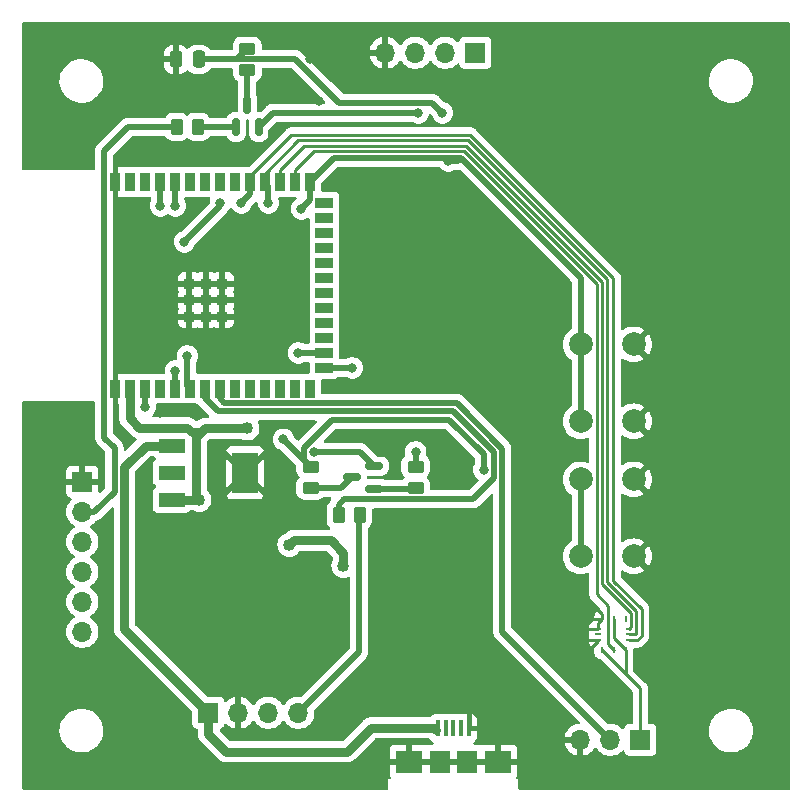
<source format=gbr>
%TF.GenerationSoftware,KiCad,Pcbnew,7.0.10*%
%TF.CreationDate,2024-03-04T00:36:13-06:00*%
%TF.ProjectId,ESP32,45535033-322e-46b6-9963-61645f706362,rev?*%
%TF.SameCoordinates,Original*%
%TF.FileFunction,Copper,L1,Top*%
%TF.FilePolarity,Positive*%
%FSLAX46Y46*%
G04 Gerber Fmt 4.6, Leading zero omitted, Abs format (unit mm)*
G04 Created by KiCad (PCBNEW 7.0.10) date 2024-03-04 00:36:13*
%MOMM*%
%LPD*%
G01*
G04 APERTURE LIST*
G04 Aperture macros list*
%AMRoundRect*
0 Rectangle with rounded corners*
0 $1 Rounding radius*
0 $2 $3 $4 $5 $6 $7 $8 $9 X,Y pos of 4 corners*
0 Add a 4 corners polygon primitive as box body*
4,1,4,$2,$3,$4,$5,$6,$7,$8,$9,$2,$3,0*
0 Add four circle primitives for the rounded corners*
1,1,$1+$1,$2,$3*
1,1,$1+$1,$4,$5*
1,1,$1+$1,$6,$7*
1,1,$1+$1,$8,$9*
0 Add four rect primitives between the rounded corners*
20,1,$1+$1,$2,$3,$4,$5,0*
20,1,$1+$1,$4,$5,$6,$7,0*
20,1,$1+$1,$6,$7,$8,$9,0*
20,1,$1+$1,$8,$9,$2,$3,0*%
%AMOutline5P*
0 Free polygon, 5 corners , with rotation*
0 The origin of the aperture is its center*
0 number of corners: always 5*
0 $1 to $10 corner X, Y*
0 $11 Rotation angle, in degrees counterclockwise*
0 create outline with 5 corners*
4,1,5,$1,$2,$3,$4,$5,$6,$7,$8,$9,$10,$1,$2,$11*%
%AMOutline6P*
0 Free polygon, 6 corners , with rotation*
0 The origin of the aperture is its center*
0 number of corners: always 6*
0 $1 to $12 corner X, Y*
0 $13 Rotation angle, in degrees counterclockwise*
0 create outline with 6 corners*
4,1,6,$1,$2,$3,$4,$5,$6,$7,$8,$9,$10,$11,$12,$1,$2,$13*%
%AMOutline7P*
0 Free polygon, 7 corners , with rotation*
0 The origin of the aperture is its center*
0 number of corners: always 7*
0 $1 to $14 corner X, Y*
0 $15 Rotation angle, in degrees counterclockwise*
0 create outline with 7 corners*
4,1,7,$1,$2,$3,$4,$5,$6,$7,$8,$9,$10,$11,$12,$13,$14,$1,$2,$15*%
%AMOutline8P*
0 Free polygon, 8 corners , with rotation*
0 The origin of the aperture is its center*
0 number of corners: always 8*
0 $1 to $16 corner X, Y*
0 $17 Rotation angle, in degrees counterclockwise*
0 create outline with 8 corners*
4,1,8,$1,$2,$3,$4,$5,$6,$7,$8,$9,$10,$11,$12,$13,$14,$15,$16,$1,$2,$17*%
G04 Aperture macros list end*
%TA.AperFunction,ComponentPad*%
%ADD10R,1.700000X1.700000*%
%TD*%
%TA.AperFunction,ComponentPad*%
%ADD11O,1.700000X1.700000*%
%TD*%
%TA.AperFunction,SMDPad,CuDef*%
%ADD12RoundRect,0.250000X0.450000X-0.262500X0.450000X0.262500X-0.450000X0.262500X-0.450000X-0.262500X0*%
%TD*%
%TA.AperFunction,SMDPad,CuDef*%
%ADD13RoundRect,0.150000X0.150000X-0.587500X0.150000X0.587500X-0.150000X0.587500X-0.150000X-0.587500X0*%
%TD*%
%TA.AperFunction,SMDPad,CuDef*%
%ADD14Outline5P,-0.125000X0.150000X-0.025000X0.250000X0.125000X0.250000X0.125000X-0.250000X-0.125000X-0.250000X90.000000*%
%TD*%
%TA.AperFunction,SMDPad,CuDef*%
%ADD15R,0.500000X0.250000*%
%TD*%
%TA.AperFunction,SMDPad,CuDef*%
%ADD16R,0.250000X0.500000*%
%TD*%
%TA.AperFunction,SMDPad,CuDef*%
%ADD17R,0.889000X0.889000*%
%TD*%
%TA.AperFunction,SMDPad,CuDef*%
%ADD18R,0.889000X1.498600*%
%TD*%
%TA.AperFunction,SMDPad,CuDef*%
%ADD19R,1.498600X0.889000*%
%TD*%
%TA.AperFunction,SMDPad,CuDef*%
%ADD20RoundRect,0.250000X-0.262500X-0.450000X0.262500X-0.450000X0.262500X0.450000X-0.262500X0.450000X0*%
%TD*%
%TA.AperFunction,SMDPad,CuDef*%
%ADD21RoundRect,0.150000X0.587500X0.150000X-0.587500X0.150000X-0.587500X-0.150000X0.587500X-0.150000X0*%
%TD*%
%TA.AperFunction,ComponentPad*%
%ADD22C,2.000000*%
%TD*%
%TA.AperFunction,SMDPad,CuDef*%
%ADD23R,0.400000X1.400000*%
%TD*%
%TA.AperFunction,SMDPad,CuDef*%
%ADD24R,2.300000X1.900000*%
%TD*%
%TA.AperFunction,SMDPad,CuDef*%
%ADD25R,1.800000X1.900000*%
%TD*%
%TA.AperFunction,SMDPad,CuDef*%
%ADD26RoundRect,0.250000X-0.450000X0.262500X-0.450000X-0.262500X0.450000X-0.262500X0.450000X0.262500X0*%
%TD*%
%TA.AperFunction,SMDPad,CuDef*%
%ADD27RoundRect,0.250000X0.250000X0.475000X-0.250000X0.475000X-0.250000X-0.475000X0.250000X-0.475000X0*%
%TD*%
%TA.AperFunction,SMDPad,CuDef*%
%ADD28R,2.200000X1.200000*%
%TD*%
%TA.AperFunction,SMDPad,CuDef*%
%ADD29R,2.200000X3.500000*%
%TD*%
%TA.AperFunction,ViaPad*%
%ADD30C,0.800000*%
%TD*%
%TA.AperFunction,ViaPad*%
%ADD31C,1.016000*%
%TD*%
%TA.AperFunction,Conductor*%
%ADD32C,0.508000*%
%TD*%
%TA.AperFunction,Conductor*%
%ADD33C,0.762000*%
%TD*%
%TA.AperFunction,Conductor*%
%ADD34C,0.254000*%
%TD*%
%TA.AperFunction,Conductor*%
%ADD35C,0.400000*%
%TD*%
G04 APERTURE END LIST*
D10*
%TO.P,DHT22,1,Pin_1*%
%TO.N,+3V3*%
X131826000Y-128778000D03*
D11*
%TO.P,DHT22,2,Pin_2*%
%TO.N,/S*%
X129286000Y-128778000D03*
%TO.P,DHT22,3,Pin_3*%
%TO.N,GND*%
X126746000Y-128778000D03*
%TD*%
D12*
%TO.P,R5,2*%
%TO.N,/CHIP_PU*%
X103909500Y-105640500D03*
%TO.P,R5,1*%
%TO.N,Net-(Q1-C)*%
X103909500Y-107465500D03*
%TD*%
D13*
%TO.P,Q2,1,B*%
%TO.N,Net-(Q2-B)*%
X97602000Y-76883500D03*
%TO.P,Q2,2,E*%
%TO.N,/DTR*%
X99502000Y-76883500D03*
%TO.P,Q2,3,C*%
%TO.N,Net-(Q2-C)*%
X98552000Y-75008500D03*
%TD*%
D14*
%TO.P,ZMOD1,1,SCL*%
%TO.N,/ZMOD_SCL*%
X130870000Y-120358000D03*
D15*
%TO.P,ZMOD1,2,SDA*%
%TO.N,/ZMOD_SDA*%
X130870000Y-119858000D03*
%TO.P,ZMOD1,3,INT*%
%TO.N,/ZMOD_INT*%
X130870000Y-119358000D03*
D16*
%TO.P,ZMOD1,4,n.c.*%
%TO.N,unconnected-(ZMOD1-n.c.-Pad4)*%
X130570000Y-118558000D03*
%TO.P,ZMOD1,5,VDD*%
%TO.N,+3V3*%
X129570000Y-118558000D03*
%TO.P,ZMOD1,6,VSS*%
%TO.N,GND*%
X128570000Y-118558000D03*
D15*
%TO.P,ZMOD1,7,VSS*%
X128270000Y-119358000D03*
%TO.P,ZMOD1,8,n.c.*%
%TO.N,unconnected-(ZMOD1-n.c.-Pad8)*%
X128270000Y-119858000D03*
%TO.P,ZMOD1,9,VSS*%
%TO.N,GND*%
X128270000Y-120358000D03*
D16*
%TO.P,ZMOD1,10,VDDH*%
%TO.N,+3V3*%
X128570000Y-121158000D03*
%TO.P,ZMOD1,11,RES_N*%
%TO.N,/ZMOD_RES_N*%
X129570000Y-121158000D03*
%TO.P,ZMOD1,12,VDDIO*%
%TO.N,+3V3*%
X130570000Y-121158000D03*
%TD*%
D17*
%TO.P,U2,49,GND*%
%TO.N,GND*%
X93640000Y-90147000D03*
%TO.P,U2,48,GND*%
X95040000Y-90147000D03*
%TO.P,U2,47,GND*%
X96440000Y-90147000D03*
%TO.P,U2,46,GND*%
X96440000Y-91547000D03*
%TO.P,U2,45,GND*%
X96440000Y-92947000D03*
%TO.P,U2,44,GND*%
X95040000Y-92947000D03*
%TO.P,U2,43,GND*%
X93640000Y-92947000D03*
%TO.P,U2,42,GND*%
X93640000Y-91547000D03*
%TO.P,U2,41,GND*%
X95040000Y-91547000D03*
D18*
%TO.P,U2,40,GND*%
X87320000Y-81547000D03*
%TO.P,U2,39,IO1*%
%TO.N,/I_M_2*%
X88590000Y-81547000D03*
%TO.P,U2,38,IO2*%
%TO.N,/I_M_1*%
X89860000Y-81547000D03*
%TO.P,U2,37,TXD0*%
%TO.N,/TX*%
X91130000Y-81547000D03*
%TO.P,U2,36,RXD0*%
%TO.N,/RX*%
X92400000Y-81547000D03*
%TO.P,U2,35,IO42*%
%TO.N,/MTMS*%
X93670000Y-81547000D03*
%TO.P,U2,34,IO41*%
%TO.N,/MTDI*%
X94940000Y-81547000D03*
%TO.P,U2,33,IO40*%
%TO.N,/MTDO*%
X96210000Y-81547000D03*
%TO.P,U2,32,IO39*%
%TO.N,/MTCK*%
X97480000Y-81547000D03*
%TO.P,U2,31,IO38*%
%TO.N,/ZMOD_SCL*%
X98750000Y-81547000D03*
%TO.P,U2,30,IO37*%
%TO.N,/ZMOD_SDA*%
X100020000Y-81547000D03*
%TO.P,U2,29,IO36*%
%TO.N,/ZMOD_INT*%
X101290000Y-81547000D03*
%TO.P,U2,28,IO35*%
%TO.N,/ZMOD_RES_N*%
X102560000Y-81547000D03*
%TO.P,U2,27,IO0*%
%TO.N,/GPIO0_STRAPPING*%
X103830000Y-81547000D03*
D19*
%TO.P,U2,26,IO45*%
%TO.N,/GPIO45_STRAPPING*%
X105080000Y-83312000D03*
%TO.P,U2,25,IO48*%
%TO.N,/CAMERA_MOSI*%
X105080000Y-84582000D03*
%TO.P,U2,24,IO47*%
%TO.N,/CAMERA_CS*%
X105080000Y-85852000D03*
%TO.P,U2,23,IO21*%
%TO.N,/M2_DIR*%
X105080000Y-87122000D03*
%TO.P,U2,22,IO14*%
%TO.N,/M2_PWM*%
X105080000Y-88392000D03*
%TO.P,U2,21,IO13*%
%TO.N,/M2_EN*%
X105080000Y-89662000D03*
%TO.P,U2,20,IO12*%
%TO.N,/M2_FAULT*%
X105080000Y-90932000D03*
%TO.P,U2,19,IO11*%
%TO.N,/M1_DIR*%
X105080000Y-92202000D03*
%TO.P,U2,18,IO10*%
%TO.N,/M1_PWM*%
X105080000Y-93472000D03*
%TO.P,U2,17,IO9*%
%TO.N,/M1_EN*%
X105080000Y-94742000D03*
%TO.P,U2,16,IO46*%
%TO.N,/GPIO46_STRAPPING*%
X105080000Y-96012000D03*
%TO.P,U2,15,IO3*%
%TO.N,/GPIO3_STRAPPING*%
X105080000Y-97282000D03*
D18*
%TO.P,U2,14,IO20*%
%TO.N,/D+*%
X103830000Y-99047000D03*
%TO.P,U2,13,IO19*%
%TO.N,/D-*%
X102560000Y-99047000D03*
%TO.P,U2,12,IO8*%
%TO.N,/M1_FAULT*%
X101290000Y-99047000D03*
%TO.P,U2,11,IO18*%
%TO.N,/GPIO18*%
X100020000Y-99047000D03*
%TO.P,U2,10,IO17*%
%TO.N,/GPIO17*%
X98750000Y-99047000D03*
%TO.P,U2,9,IO16*%
%TO.N,/GPIO16*%
X97480000Y-99047000D03*
%TO.P,U2,8,IO15*%
%TO.N,/S*%
X96210000Y-99047000D03*
%TO.P,U2,7,IO7*%
%TO.N,/A0*%
X94940000Y-99047000D03*
%TO.P,U2,6,IO6*%
%TO.N,/Echo*%
X93670000Y-99047000D03*
%TO.P,U2,5,IO5*%
%TO.N,/Trig*%
X92400000Y-99047000D03*
%TO.P,U2,4,IO4*%
%TO.N,/VBAT_SENSE*%
X91130000Y-99047000D03*
%TO.P,U2,3,EN*%
%TO.N,/CHIP_PU*%
X89860000Y-99047000D03*
%TO.P,U2,2,3V3*%
%TO.N,+3V3*%
X88590000Y-99047000D03*
%TO.P,U2,1,GND*%
%TO.N,GND*%
X87320000Y-99047000D03*
%TD*%
D20*
%TO.P,R9,2*%
%TO.N,Net-(MQ135-Pin_4)*%
X108100500Y-109728000D03*
%TO.P,R9,1*%
%TO.N,/A0*%
X106275500Y-109728000D03*
%TD*%
D12*
%TO.P,R6,1*%
%TO.N,Net-(Q2-C)*%
X98552000Y-72081000D03*
%TO.P,R6,2*%
%TO.N,/GPIO0_STRAPPING*%
X98552000Y-70256000D03*
%TD*%
D10*
%TO.P,MQ135,1,Pin_1*%
%TO.N,+5V*%
X95250000Y-126492000D03*
D11*
%TO.P,MQ135,2,Pin_2*%
%TO.N,GND*%
X97790000Y-126492000D03*
%TO.P,MQ135,3,Pin_3*%
%TO.N,unconnected-(MQ135-Pin_3-Pad3)*%
X100330000Y-126492000D03*
%TO.P,MQ135,4,Pin_4*%
%TO.N,Net-(MQ135-Pin_4)*%
X102870000Y-126492000D03*
%TD*%
D21*
%TO.P,Q1,3,C*%
%TO.N,Net-(Q1-C)*%
X107417000Y-106553000D03*
%TO.P,Q1,2,E*%
%TO.N,/RTS*%
X109292000Y-105603000D03*
%TO.P,Q1,1,B*%
%TO.N,Net-(Q1-B)*%
X109292000Y-107503000D03*
%TD*%
D22*
%TO.P,SW2,1,1*%
%TO.N,GND*%
X131282000Y-95302000D03*
X131282000Y-101802000D03*
%TO.P,SW2,2,2*%
%TO.N,/GPIO0_STRAPPING*%
X126782000Y-95302000D03*
X126782000Y-101802000D03*
%TD*%
D23*
%TO.P,MicroUSB_5V1A_Wall1,1,Pin_1*%
%TO.N,+5V*%
X114700000Y-127800000D03*
%TO.P,MicroUSB_5V1A_Wall1,2,Pin_2*%
%TO.N,unconnected-(MicroUSB_5V1A_Wall1-Pin_2-Pad2)*%
X115350000Y-127800000D03*
%TO.P,MicroUSB_5V1A_Wall1,3,Pin_3*%
%TO.N,unconnected-(MicroUSB_5V1A_Wall1-Pin_3-Pad3)*%
X116000000Y-127800000D03*
%TO.P,MicroUSB_5V1A_Wall1,4,Pin_4*%
%TO.N,unconnected-(MicroUSB_5V1A_Wall1-Pin_4-Pad4)*%
X116650000Y-127800000D03*
%TO.P,MicroUSB_5V1A_Wall1,5,Pin_5*%
%TO.N,GND*%
X117300000Y-127800000D03*
D24*
%TO.P,MicroUSB_5V1A_Wall1,6,Pin_6*%
X112250000Y-130650000D03*
D25*
X114850000Y-130650000D03*
X117150000Y-130650000D03*
D24*
X119750000Y-130650000D03*
%TD*%
D26*
%TO.P,R2,2*%
%TO.N,Net-(Q1-B)*%
X112799500Y-107465500D03*
%TO.P,R2,1*%
%TO.N,/DTR*%
X112799500Y-105640500D03*
%TD*%
D10*
%TO.P,USB_UART1,1,Pin_1*%
%TO.N,GND*%
X84582000Y-106934000D03*
D11*
%TO.P,USB_UART1,2,Pin_2*%
%TO.N,/RTS*%
X84582000Y-109474000D03*
%TO.P,USB_UART1,3,Pin_3*%
%TO.N,unconnected-(USB_UART1-Pin_3-Pad3)*%
X84582000Y-112014000D03*
%TO.P,USB_UART1,4,Pin_4*%
%TO.N,/RX*%
X84582000Y-114554000D03*
%TO.P,USB_UART1,5,Pin_5*%
%TO.N,/TX*%
X84582000Y-117094000D03*
%TO.P,USB_UART1,6,Pin_6*%
%TO.N,/DTR*%
X84582000Y-119634000D03*
%TD*%
D22*
%TO.P,SW1,1,1*%
%TO.N,GND*%
X131282000Y-106732000D03*
X131282000Y-113232000D03*
%TO.P,SW1,2,2*%
%TO.N,/CHIP_PU*%
X126782000Y-106732000D03*
X126782000Y-113232000D03*
%TD*%
D27*
%TO.P,C2,1*%
%TO.N,/GPIO0_STRAPPING*%
X94422000Y-71168500D03*
%TO.P,C2,2*%
%TO.N,GND*%
X92522000Y-71168500D03*
%TD*%
D28*
%TO.P,U1,1,VI*%
%TO.N,+5V*%
X92150000Y-103872000D03*
%TO.P,U1,2,GND*%
%TO.N,unconnected-(U1-GND-Pad2)*%
X92150000Y-106172000D03*
%TO.P,U1,3,VO*%
%TO.N,+3V3*%
X92150000Y-108472000D03*
D29*
%TO.P,U1,4,ADJ*%
%TO.N,GND*%
X98350000Y-106172000D03*
%TD*%
D20*
%TO.P,R3,1*%
%TO.N,/RTS*%
X92559500Y-76883500D03*
%TO.P,R3,2*%
%TO.N,Net-(Q2-B)*%
X94384500Y-76883500D03*
%TD*%
D10*
%TO.P,HC-SR4,1,Pin_1*%
%TO.N,+5V*%
X117856000Y-70612000D03*
D11*
%TO.P,HC-SR4,2,Pin_2*%
%TO.N,/Trig*%
X115316000Y-70612000D03*
%TO.P,HC-SR4,3,Pin_3*%
%TO.N,Net-(HC-SR4-Pin_3)*%
X112776000Y-70612000D03*
%TO.P,HC-SR4,4,Pin_4*%
%TO.N,GND*%
X110236000Y-70612000D03*
%TD*%
D30*
%TO.N,GND*%
X98044000Y-85344000D03*
X101092000Y-86868000D03*
X106680000Y-103124000D03*
X115570000Y-103632000D03*
X117094000Y-107188000D03*
X91186000Y-101092000D03*
X94234000Y-101092000D03*
X114554000Y-89662000D03*
X93980000Y-79502000D03*
X101346000Y-73406000D03*
X104648000Y-74676000D03*
X89662000Y-109728000D03*
X100076000Y-109728000D03*
X114554000Y-110998000D03*
X81280000Y-119634000D03*
X81280000Y-102108000D03*
X93218000Y-94488000D03*
X95504000Y-96012000D03*
X102108000Y-92456000D03*
X97282000Y-88138000D03*
X92202000Y-88392000D03*
X88138000Y-84074000D03*
X90170000Y-73914000D03*
%TO.N,/CHIP_PU*%
X118580000Y-105918000D03*
%TO.N,/GPIO0_STRAPPING*%
X115570000Y-79756000D03*
X115062000Y-75692000D03*
%TO.N,/DTR*%
X113030000Y-75692000D03*
%TO.N,/GPIO3_STRAPPING*%
X107442000Y-97282000D03*
%TO.N,/CHIP_PU*%
X101600000Y-103331000D03*
%TO.N,/GPIO46_STRAPPING*%
X102870000Y-96012000D03*
%TO.N,/Trig*%
X93218000Y-86614000D03*
X96266000Y-83312000D03*
D31*
%TO.N,+3V3*%
X98552000Y-102416000D03*
D30*
%TO.N,/TX*%
X91186000Y-83566000D03*
%TO.N,/RX*%
X92456000Y-83566000D03*
%TO.N,/Trig*%
X92456000Y-97536000D03*
%TO.N,/GPIO0_STRAPPING*%
X103124000Y-83820000D03*
%TO.N,/ZMOD_SDA*%
X100330000Y-83312000D03*
%TO.N,/ZMOD_SCL*%
X98044000Y-83312000D03*
%TO.N,/CHIP_PU*%
X89916000Y-100584000D03*
%TO.N,/Echo*%
X93472000Y-96266000D03*
D31*
%TO.N,+3V3*%
X94488000Y-108458000D03*
D30*
%TO.N,GND*%
X92710000Y-112522000D03*
D31*
%TO.N,+3V3*%
X106680000Y-114047000D03*
D30*
%TO.N,/RTS*%
X104232000Y-104394000D03*
D31*
%TO.N,+3V3*%
X102108000Y-112268000D03*
D30*
%TO.N,GND*%
X95250000Y-120396000D03*
X103124000Y-121920000D03*
X102616000Y-115316000D03*
%TO.N,/DTR*%
X112799500Y-104394000D03*
%TO.N,GND*%
X111506000Y-116840000D03*
X114554000Y-122174000D03*
X138684000Y-114300000D03*
X123444000Y-114808000D03*
X128016000Y-74676000D03*
X138684000Y-101092000D03*
X121666000Y-109728000D03*
X122682000Y-91948000D03*
X139446000Y-84328000D03*
X116586000Y-74422000D03*
X103886000Y-71120000D03*
%TD*%
D32*
%TO.N,/RTS*%
X85598000Y-109474000D02*
X84582000Y-109474000D01*
X87303000Y-104067000D02*
X87303000Y-107769000D01*
X86421500Y-103185500D02*
X87303000Y-104067000D01*
X86421500Y-78932500D02*
X86421500Y-103185500D01*
X88470500Y-76883500D02*
X86421500Y-78932500D01*
X92559500Y-76883500D02*
X88470500Y-76883500D01*
X87303000Y-107769000D02*
X85598000Y-109474000D01*
%TO.N,/CHIP_PU*%
X103378000Y-105109000D02*
X103909500Y-105640500D01*
X115645800Y-101675800D02*
X105742461Y-101675800D01*
X118580000Y-104610000D02*
X115645800Y-101675800D01*
X103378000Y-104040261D02*
X103378000Y-105109000D01*
X118580000Y-105918000D02*
X118580000Y-104610000D01*
X105742461Y-101675800D02*
X103378000Y-104040261D01*
D33*
%TO.N,+3V3*%
X88590000Y-101544000D02*
X88590000Y-99047000D01*
X89408000Y-102362000D02*
X88590000Y-101544000D01*
X93853000Y-102743000D02*
X93472000Y-102362000D01*
X94615000Y-102743000D02*
X93853000Y-102743000D01*
X93472000Y-102362000D02*
X89408000Y-102362000D01*
D32*
%TO.N,/A0*%
X94940000Y-99878800D02*
X94940000Y-99047000D01*
X115968536Y-100967800D02*
X96029000Y-100967800D01*
X119434000Y-104433264D02*
X115968536Y-100967800D01*
X119434000Y-106626000D02*
X119434000Y-104433264D01*
X117628000Y-108432000D02*
X119434000Y-106626000D01*
X106706000Y-108432000D02*
X117628000Y-108432000D01*
X96029000Y-100967800D02*
X94940000Y-99878800D01*
X106275500Y-108862500D02*
X106706000Y-108432000D01*
X106275500Y-109728000D02*
X106275500Y-108862500D01*
%TO.N,/S*%
X96591000Y-100259800D02*
X96210000Y-99878800D01*
X96210000Y-99878800D02*
X96210000Y-99047000D01*
X116261800Y-100259800D02*
X96591000Y-100259800D01*
X120142000Y-119634000D02*
X120142000Y-104140000D01*
X129286000Y-128778000D02*
X120142000Y-119634000D01*
X120142000Y-104140000D02*
X116261800Y-100259800D01*
%TO.N,/GPIO0_STRAPPING*%
X116378186Y-79756000D02*
X116632186Y-79502000D01*
X115570000Y-79756000D02*
X116378186Y-79756000D01*
X114208000Y-74838000D02*
X115062000Y-75692000D01*
X106334000Y-74838000D02*
X114208000Y-74838000D01*
X102610500Y-71114500D02*
X106334000Y-74838000D01*
X97693500Y-71114500D02*
X102610500Y-71114500D01*
X97639500Y-71168500D02*
X97693500Y-71114500D01*
%TO.N,/DTR*%
X100693500Y-75692000D02*
X113030000Y-75692000D01*
X99502000Y-76883500D02*
X100693500Y-75692000D01*
D33*
%TO.N,+3V3*%
X94615000Y-102743000D02*
X94234000Y-103124000D01*
X94942000Y-102416000D02*
X94615000Y-102743000D01*
X94234000Y-108204000D02*
X94488000Y-108458000D01*
X98552000Y-102416000D02*
X94942000Y-102416000D01*
X94234000Y-103124000D02*
X94234000Y-108204000D01*
D32*
%TO.N,/CHIP_PU*%
X101600000Y-103331000D02*
X103909500Y-105640500D01*
%TO.N,/GPIO3_STRAPPING*%
X107442000Y-97282000D02*
X105080000Y-97282000D01*
%TO.N,/GPIO0_STRAPPING*%
X116632186Y-79502000D02*
X105875000Y-79502000D01*
X105875000Y-79502000D02*
X103830000Y-81547000D01*
X126782000Y-95302000D02*
X126782000Y-89651814D01*
X126782000Y-89651814D02*
X116632186Y-79502000D01*
D34*
%TO.N,/ZMOD_SCL*%
X98750000Y-81082000D02*
X98750000Y-81547000D01*
X102273000Y-77559000D02*
X98750000Y-81082000D01*
X117437000Y-77559000D02*
X102273000Y-77559000D01*
X129540000Y-115301895D02*
X129540000Y-89662000D01*
X131930000Y-117691895D02*
X129540000Y-115301895D01*
X129540000Y-89662000D02*
X117437000Y-77559000D01*
X131930000Y-119969052D02*
X131930000Y-117691895D01*
X131541052Y-120358000D02*
X131930000Y-119969052D01*
X130870000Y-120358000D02*
X131541052Y-120358000D01*
%TO.N,/ZMOD_SDA*%
X100020000Y-80840134D02*
X100020000Y-81547000D01*
X129032000Y-89796052D02*
X117248948Y-78013000D01*
X102847134Y-78013000D02*
X100020000Y-80840134D01*
X129032000Y-115435948D02*
X129032000Y-89796052D01*
X131476000Y-117879948D02*
X129032000Y-115435948D01*
X131476000Y-119781000D02*
X131476000Y-117879948D01*
X131399000Y-119858000D02*
X131476000Y-119781000D01*
X130870000Y-119858000D02*
X131399000Y-119858000D01*
X117248948Y-78013000D02*
X102847134Y-78013000D01*
%TO.N,/ZMOD_INT*%
X103366700Y-78467000D02*
X101290000Y-80543700D01*
X117060896Y-78467000D02*
X103366700Y-78467000D01*
X101290000Y-80543700D02*
X101290000Y-81547000D01*
X128578000Y-115624000D02*
X128578000Y-89984104D01*
X131022000Y-118068000D02*
X128578000Y-115624000D01*
X130870000Y-119358000D02*
X131022000Y-119206000D01*
X131022000Y-119206000D02*
X131022000Y-118068000D01*
X128578000Y-89984104D02*
X117060896Y-78467000D01*
%TO.N,/ZMOD_RES_N*%
X128124000Y-116440000D02*
X129116000Y-117432000D01*
X128124000Y-90172156D02*
X128124000Y-116440000D01*
X116872844Y-78921000D02*
X128124000Y-90172156D01*
X104182700Y-78921000D02*
X116872844Y-78921000D01*
X129116000Y-117432000D02*
X129116000Y-120704000D01*
X102560000Y-80543700D02*
X104182700Y-78921000D01*
X129116000Y-120704000D02*
X129570000Y-121158000D01*
X102560000Y-81547000D02*
X102560000Y-80543700D01*
D32*
%TO.N,/GPIO46_STRAPPING*%
X102870000Y-96012000D02*
X105080000Y-96012000D01*
%TO.N,/Trig*%
X96266000Y-83566000D02*
X96266000Y-83312000D01*
X93218000Y-86614000D02*
X96266000Y-83566000D01*
%TO.N,/TX*%
X91186000Y-81603000D02*
X91130000Y-81547000D01*
X91186000Y-83566000D02*
X91186000Y-81603000D01*
%TO.N,/RX*%
X92456000Y-81603000D02*
X92400000Y-81547000D01*
X92456000Y-83566000D02*
X92456000Y-81603000D01*
%TO.N,/Trig*%
X92456000Y-98991000D02*
X92400000Y-99047000D01*
X92456000Y-97536000D02*
X92456000Y-98991000D01*
%TO.N,/GPIO0_STRAPPING*%
X103830000Y-83114000D02*
X103830000Y-81547000D01*
X103124000Y-83820000D02*
X103830000Y-83114000D01*
%TO.N,/ZMOD_SDA*%
X100330000Y-83312000D02*
X100330000Y-81857000D01*
X100330000Y-81857000D02*
X100020000Y-81547000D01*
%TO.N,/ZMOD_SCL*%
X98044000Y-83312000D02*
X98750000Y-82606000D01*
X98750000Y-82606000D02*
X98750000Y-81547000D01*
%TO.N,/CHIP_PU*%
X89916000Y-99103000D02*
X89860000Y-99047000D01*
X89916000Y-100584000D02*
X89916000Y-99103000D01*
%TO.N,/Echo*%
X93472000Y-98849000D02*
X93670000Y-99047000D01*
X93472000Y-96266000D02*
X93472000Y-98849000D01*
D33*
%TO.N,+3V3*%
X92164000Y-108458000D02*
X92150000Y-108472000D01*
X94488000Y-108458000D02*
X92164000Y-108458000D01*
%TO.N,+5V*%
X89930000Y-103872000D02*
X88138000Y-105664000D01*
X88138000Y-119380000D02*
X95250000Y-126492000D01*
X92150000Y-103872000D02*
X89930000Y-103872000D01*
X88138000Y-105664000D02*
X88138000Y-119380000D01*
%TO.N,+3V3*%
X102108000Y-112268000D02*
X102507000Y-111869000D01*
X102507000Y-111869000D02*
X105607079Y-111869000D01*
X105607079Y-111869000D02*
X106680000Y-112941921D01*
X106680000Y-112941921D02*
X106680000Y-114047000D01*
D32*
%TO.N,Net-(MQ135-Pin_4)*%
X102870000Y-126492000D02*
X107997000Y-121365000D01*
X107997000Y-109831500D02*
X108100500Y-109728000D01*
%TO.N,Net-(Q1-B)*%
X109292000Y-107503000D02*
X112762000Y-107503000D01*
%TO.N,Net-(MQ135-Pin_4)*%
X107997000Y-121365000D02*
X107997000Y-109831500D01*
%TO.N,/RTS*%
X108083000Y-104394000D02*
X104232000Y-104394000D01*
X109292000Y-105603000D02*
X108083000Y-104394000D01*
%TO.N,Net-(Q1-C)*%
X106504500Y-107465500D02*
X107417000Y-106553000D01*
X103909500Y-107465500D02*
X106504500Y-107465500D01*
%TO.N,Net-(Q1-B)*%
X112762000Y-107503000D02*
X112799500Y-107465500D01*
%TO.N,/DTR*%
X112799500Y-104394000D02*
X112799500Y-105640500D01*
%TO.N,/CHIP_PU*%
X126782000Y-106732000D02*
X126782000Y-113232000D01*
D34*
%TO.N,GND*%
X127022000Y-119358000D02*
X127000000Y-119380000D01*
X128570000Y-118558000D02*
X127702000Y-118558000D01*
X128570000Y-118156000D02*
X128143000Y-117729000D01*
X128270000Y-120396000D02*
X127508000Y-121158000D01*
X128270000Y-119358000D02*
X128270000Y-118858000D01*
X128270000Y-119358000D02*
X127022000Y-119358000D01*
X117310000Y-127800000D02*
X117348000Y-127762000D01*
X117300000Y-127800000D02*
X117310000Y-127800000D01*
X128270000Y-120358000D02*
X127216000Y-120358000D01*
X128270000Y-118858000D02*
X128570000Y-118558000D01*
D35*
X117300000Y-127800000D02*
X117300000Y-126238000D01*
D34*
X127702000Y-118558000D02*
X127508000Y-118364000D01*
X127216000Y-120358000D02*
X127000000Y-120142000D01*
X128570000Y-118558000D02*
X128570000Y-118156000D01*
X128270000Y-120358000D02*
X128270000Y-120396000D01*
D32*
%TO.N,/GPIO0_STRAPPING*%
X97639500Y-71168500D02*
X98552000Y-70256000D01*
X126782000Y-95302000D02*
X126782000Y-101802000D01*
X94422000Y-71168500D02*
X97639500Y-71168500D01*
D34*
%TO.N,+3V3*%
X130570000Y-121158000D02*
X130570000Y-123158000D01*
X131087000Y-123675000D02*
X131826000Y-124414000D01*
X129570000Y-118558000D02*
X129570000Y-120158000D01*
X129570000Y-120158000D02*
X130570000Y-121158000D01*
X130570000Y-123158000D02*
X131087000Y-123675000D01*
X131826000Y-124414000D02*
X131826000Y-128778000D01*
X128570000Y-121158000D02*
X131087000Y-123675000D01*
D33*
%TO.N,+5V*%
X106963000Y-129794000D02*
X108995000Y-127762000D01*
X95250000Y-128270000D02*
X96774000Y-129794000D01*
X108995000Y-127762000D02*
X114357000Y-127762000D01*
X114357000Y-127762000D02*
X114518000Y-127923000D01*
X96774000Y-129794000D02*
X106963000Y-129794000D01*
X95250000Y-126492000D02*
X95250000Y-128270000D01*
D32*
%TO.N,/RTS*%
X92710000Y-77034000D02*
X92559500Y-76883500D01*
%TO.N,Net-(Q2-B)*%
X97602000Y-76883500D02*
X94384500Y-76883500D01*
%TO.N,Net-(Q2-C)*%
X98552000Y-72081000D02*
X98552000Y-75008500D01*
%TD*%
%TA.AperFunction,Conductor*%
%TO.N,GND*%
G36*
X144441621Y-68020502D02*
G01*
X144488114Y-68074158D01*
X144499500Y-68126500D01*
X144499500Y-132873500D01*
X144479498Y-132941621D01*
X144425842Y-132988114D01*
X144373500Y-132999500D01*
X121626500Y-132999500D01*
X121558379Y-132979498D01*
X121511886Y-132925842D01*
X121500500Y-132873500D01*
X121500500Y-132125157D01*
X121500528Y-132125014D01*
X121500524Y-132125014D01*
X121500539Y-132100002D01*
X121500541Y-132100000D01*
X121500383Y-132099617D01*
X121500381Y-132099616D01*
X121500380Y-132099615D01*
X121500305Y-132099584D01*
X121500096Y-132099498D01*
X121500002Y-132099459D01*
X121475048Y-132099459D01*
X121474842Y-132099500D01*
X121412366Y-132099500D01*
X121344245Y-132079498D01*
X121297752Y-132025842D01*
X121287648Y-131955568D01*
X121311498Y-131897991D01*
X121350444Y-131845965D01*
X121350444Y-131845964D01*
X121401494Y-131709093D01*
X121407999Y-131648597D01*
X121408000Y-131648585D01*
X121408000Y-130904000D01*
X110592000Y-130904000D01*
X110592000Y-131648597D01*
X110598505Y-131709093D01*
X110649555Y-131845964D01*
X110649555Y-131845965D01*
X110688502Y-131897991D01*
X110713313Y-131964511D01*
X110698222Y-132033885D01*
X110648020Y-132084087D01*
X110587634Y-132099500D01*
X110525158Y-132099500D01*
X110524952Y-132099459D01*
X110499998Y-132099459D01*
X110499901Y-132099499D01*
X110499696Y-132099584D01*
X110499618Y-132099615D01*
X110499617Y-132099617D01*
X110499459Y-132100000D01*
X110499476Y-132125014D01*
X110499471Y-132125014D01*
X110499500Y-132125157D01*
X110499500Y-132873500D01*
X110479498Y-132941621D01*
X110425842Y-132988114D01*
X110373500Y-132999500D01*
X79626500Y-132999500D01*
X79558379Y-132979498D01*
X79511886Y-132925842D01*
X79500500Y-132873500D01*
X79500500Y-128067765D01*
X82645788Y-128067765D01*
X82675412Y-128337014D01*
X82743928Y-128599090D01*
X82849869Y-128848389D01*
X82894923Y-128922211D01*
X82990982Y-129079610D01*
X83164255Y-129287820D01*
X83365998Y-129468582D01*
X83591910Y-129618044D01*
X83837176Y-129733020D01*
X84096569Y-129811060D01*
X84096572Y-129811060D01*
X84096574Y-129811061D01*
X84364557Y-129850500D01*
X84364561Y-129850500D01*
X84567631Y-129850500D01*
X84770156Y-129835677D01*
X84770160Y-129835676D01*
X84770161Y-129835676D01*
X84880665Y-129811060D01*
X85034553Y-129776780D01*
X85287558Y-129680014D01*
X85523777Y-129547441D01*
X85738177Y-129381888D01*
X85926186Y-129186881D01*
X86083799Y-128966579D01*
X86087979Y-128958450D01*
X86207656Y-128725675D01*
X86207657Y-128725672D01*
X86247392Y-128609201D01*
X86295118Y-128469305D01*
X86327628Y-128293300D01*
X86344318Y-128202941D01*
X86344319Y-128202930D01*
X86347984Y-128102637D01*
X86354212Y-127932235D01*
X86336922Y-127775094D01*
X86324587Y-127662985D01*
X86270747Y-127457044D01*
X86256072Y-127400912D01*
X86254666Y-127397604D01*
X86150130Y-127151610D01*
X86130087Y-127118768D01*
X86009018Y-126920390D01*
X85835745Y-126712180D01*
X85835741Y-126712177D01*
X85835740Y-126712175D01*
X85634012Y-126531427D01*
X85634002Y-126531418D01*
X85408090Y-126381956D01*
X85162824Y-126266980D01*
X84998815Y-126217637D01*
X84903425Y-126188938D01*
X84635442Y-126149500D01*
X84635439Y-126149500D01*
X84432369Y-126149500D01*
X84229839Y-126164323D01*
X84229838Y-126164323D01*
X83965456Y-126223217D01*
X83965441Y-126223222D01*
X83712441Y-126319986D01*
X83476229Y-126452555D01*
X83476225Y-126452557D01*
X83332045Y-126563889D01*
X83280225Y-126603903D01*
X83261818Y-126618116D01*
X83073815Y-126813117D01*
X83073810Y-126813123D01*
X82916203Y-127033417D01*
X82916196Y-127033427D01*
X82792343Y-127274324D01*
X82792342Y-127274327D01*
X82704883Y-127530689D01*
X82704880Y-127530702D01*
X82655681Y-127797058D01*
X82655680Y-127797069D01*
X82645788Y-128067765D01*
X79500500Y-128067765D01*
X79500500Y-100202000D01*
X79520502Y-100133879D01*
X79574158Y-100087386D01*
X79626500Y-100076000D01*
X85533000Y-100076000D01*
X85601121Y-100096002D01*
X85647614Y-100149658D01*
X85659000Y-100202000D01*
X85659000Y-103120771D01*
X85657670Y-103139030D01*
X85654134Y-103163168D01*
X85654134Y-103163173D01*
X85658521Y-103213317D01*
X85659000Y-103224297D01*
X85659000Y-103229920D01*
X85662655Y-103261196D01*
X85663027Y-103264837D01*
X85669668Y-103340736D01*
X85671152Y-103347923D01*
X85671093Y-103347935D01*
X85672751Y-103355416D01*
X85672810Y-103355403D01*
X85674502Y-103362543D01*
X85700570Y-103434166D01*
X85701772Y-103437626D01*
X85725734Y-103509938D01*
X85728835Y-103516588D01*
X85728780Y-103516613D01*
X85732119Y-103523510D01*
X85732173Y-103523483D01*
X85735464Y-103530037D01*
X85777350Y-103593722D01*
X85779307Y-103596792D01*
X85819312Y-103661649D01*
X85819313Y-103661650D01*
X85819315Y-103661653D01*
X85823862Y-103667403D01*
X85823813Y-103667441D01*
X85828653Y-103673381D01*
X85828699Y-103673343D01*
X85833413Y-103678961D01*
X85888838Y-103731252D01*
X85891467Y-103733805D01*
X86503595Y-104345932D01*
X86537620Y-104408245D01*
X86540500Y-104435028D01*
X86540500Y-107400971D01*
X86520498Y-107469092D01*
X86503595Y-107490066D01*
X86155095Y-107838566D01*
X86092783Y-107872592D01*
X86021968Y-107867527D01*
X85965132Y-107824980D01*
X85940321Y-107758460D01*
X85940000Y-107749471D01*
X85940000Y-107188000D01*
X85013116Y-107188000D01*
X85041493Y-107143844D01*
X85082000Y-107005889D01*
X85082000Y-106862111D01*
X85041493Y-106724156D01*
X85013116Y-106680000D01*
X85940000Y-106680000D01*
X85940000Y-106035414D01*
X85939999Y-106035402D01*
X85933494Y-105974906D01*
X85882444Y-105838035D01*
X85882444Y-105838034D01*
X85794904Y-105721095D01*
X85677965Y-105633555D01*
X85541093Y-105582505D01*
X85480597Y-105576000D01*
X84836000Y-105576000D01*
X84836000Y-106500325D01*
X84724315Y-106449320D01*
X84617763Y-106434000D01*
X84546237Y-106434000D01*
X84439685Y-106449320D01*
X84328000Y-106500325D01*
X84328000Y-105576000D01*
X83683402Y-105576000D01*
X83622906Y-105582505D01*
X83486035Y-105633555D01*
X83486034Y-105633555D01*
X83369095Y-105721095D01*
X83281555Y-105838034D01*
X83281555Y-105838035D01*
X83230505Y-105974906D01*
X83224000Y-106035402D01*
X83224000Y-106680000D01*
X84150884Y-106680000D01*
X84122507Y-106724156D01*
X84082000Y-106862111D01*
X84082000Y-107005889D01*
X84122507Y-107143844D01*
X84150884Y-107188000D01*
X83224000Y-107188000D01*
X83224000Y-107832597D01*
X83230505Y-107893093D01*
X83281555Y-108029964D01*
X83281555Y-108029965D01*
X83369095Y-108146904D01*
X83486034Y-108234444D01*
X83601172Y-108277388D01*
X83658008Y-108319935D01*
X83682819Y-108386455D01*
X83667728Y-108455829D01*
X83649841Y-108480782D01*
X83506280Y-108636729D01*
X83506275Y-108636734D01*
X83383141Y-108825206D01*
X83292703Y-109031386D01*
X83292702Y-109031387D01*
X83237437Y-109249624D01*
X83237436Y-109249630D01*
X83237436Y-109249632D01*
X83218844Y-109474000D01*
X83227129Y-109573989D01*
X83237437Y-109698375D01*
X83292702Y-109916612D01*
X83292703Y-109916613D01*
X83292704Y-109916616D01*
X83359218Y-110068253D01*
X83383141Y-110122793D01*
X83506275Y-110311265D01*
X83506279Y-110311270D01*
X83658762Y-110476908D01*
X83689379Y-110500738D01*
X83836424Y-110615189D01*
X83869680Y-110633186D01*
X83920071Y-110683200D01*
X83935423Y-110752516D01*
X83910862Y-110819129D01*
X83869680Y-110854813D01*
X83836426Y-110872810D01*
X83836424Y-110872811D01*
X83658762Y-111011091D01*
X83506279Y-111176729D01*
X83506275Y-111176734D01*
X83383141Y-111365206D01*
X83292703Y-111571386D01*
X83292702Y-111571387D01*
X83237437Y-111789624D01*
X83237436Y-111789630D01*
X83237436Y-111789632D01*
X83218844Y-112014000D01*
X83231110Y-112162031D01*
X83237437Y-112238375D01*
X83292702Y-112456612D01*
X83292703Y-112456613D01*
X83292704Y-112456616D01*
X83381426Y-112658883D01*
X83383141Y-112662793D01*
X83506275Y-112851265D01*
X83506279Y-112851270D01*
X83658762Y-113016908D01*
X83696249Y-113046085D01*
X83836424Y-113155189D01*
X83869680Y-113173186D01*
X83920071Y-113223200D01*
X83935423Y-113292516D01*
X83910862Y-113359129D01*
X83869680Y-113394813D01*
X83836426Y-113412810D01*
X83836424Y-113412811D01*
X83658762Y-113551091D01*
X83506279Y-113716729D01*
X83506275Y-113716734D01*
X83383141Y-113905206D01*
X83292703Y-114111386D01*
X83292702Y-114111387D01*
X83237437Y-114329624D01*
X83237436Y-114329630D01*
X83237436Y-114329632D01*
X83218844Y-114554000D01*
X83235973Y-114760718D01*
X83237437Y-114778375D01*
X83292702Y-114996612D01*
X83292703Y-114996613D01*
X83292704Y-114996616D01*
X83315591Y-115048793D01*
X83383141Y-115202793D01*
X83506275Y-115391265D01*
X83506279Y-115391270D01*
X83658762Y-115556908D01*
X83713331Y-115599381D01*
X83836424Y-115695189D01*
X83869680Y-115713186D01*
X83920071Y-115763200D01*
X83935423Y-115832516D01*
X83910862Y-115899129D01*
X83869680Y-115934813D01*
X83836426Y-115952810D01*
X83836424Y-115952811D01*
X83658762Y-116091091D01*
X83506279Y-116256729D01*
X83506275Y-116256734D01*
X83383141Y-116445206D01*
X83292703Y-116651386D01*
X83292702Y-116651387D01*
X83237437Y-116869624D01*
X83237436Y-116869630D01*
X83237436Y-116869632D01*
X83218844Y-117094000D01*
X83234663Y-117284907D01*
X83237437Y-117318375D01*
X83292702Y-117536612D01*
X83292703Y-117536613D01*
X83292704Y-117536616D01*
X83378182Y-117731488D01*
X83383141Y-117742793D01*
X83506275Y-117931265D01*
X83506279Y-117931270D01*
X83658762Y-118096908D01*
X83713331Y-118139381D01*
X83836424Y-118235189D01*
X83869680Y-118253186D01*
X83920071Y-118303200D01*
X83935423Y-118372516D01*
X83910862Y-118439129D01*
X83869680Y-118474813D01*
X83836426Y-118492810D01*
X83836424Y-118492811D01*
X83658762Y-118631091D01*
X83506279Y-118796729D01*
X83506275Y-118796734D01*
X83383141Y-118985206D01*
X83292703Y-119191386D01*
X83292702Y-119191387D01*
X83237437Y-119409624D01*
X83237436Y-119409630D01*
X83237436Y-119409632D01*
X83218844Y-119634000D01*
X83233514Y-119811043D01*
X83237437Y-119858375D01*
X83292702Y-120076612D01*
X83292703Y-120076613D01*
X83292704Y-120076616D01*
X83383140Y-120282791D01*
X83383141Y-120282793D01*
X83506275Y-120471265D01*
X83506279Y-120471270D01*
X83658762Y-120636908D01*
X83690738Y-120661796D01*
X83836424Y-120775189D01*
X84034426Y-120882342D01*
X84034427Y-120882342D01*
X84034428Y-120882343D01*
X84142128Y-120919316D01*
X84247365Y-120955444D01*
X84469431Y-120992500D01*
X84469435Y-120992500D01*
X84694565Y-120992500D01*
X84694569Y-120992500D01*
X84916635Y-120955444D01*
X85129574Y-120882342D01*
X85327576Y-120775189D01*
X85505240Y-120636906D01*
X85657722Y-120471268D01*
X85780860Y-120282791D01*
X85871296Y-120076616D01*
X85926564Y-119858368D01*
X85945156Y-119634000D01*
X85926564Y-119409632D01*
X85871296Y-119191384D01*
X85780860Y-118985209D01*
X85763977Y-118959367D01*
X85657724Y-118796734D01*
X85657720Y-118796729D01*
X85505237Y-118631091D01*
X85423382Y-118567381D01*
X85327576Y-118492811D01*
X85294319Y-118474813D01*
X85243929Y-118424802D01*
X85228576Y-118355485D01*
X85253136Y-118288872D01*
X85294320Y-118253186D01*
X85327576Y-118235189D01*
X85505240Y-118096906D01*
X85657722Y-117931268D01*
X85780860Y-117742791D01*
X85871296Y-117536616D01*
X85926564Y-117318368D01*
X85945156Y-117094000D01*
X85926564Y-116869632D01*
X85922605Y-116853997D01*
X85871297Y-116651387D01*
X85871296Y-116651386D01*
X85871296Y-116651384D01*
X85780860Y-116445209D01*
X85738074Y-116379720D01*
X85657724Y-116256734D01*
X85657720Y-116256729D01*
X85505237Y-116091091D01*
X85423382Y-116027381D01*
X85327576Y-115952811D01*
X85294319Y-115934813D01*
X85243929Y-115884802D01*
X85228576Y-115815485D01*
X85253136Y-115748872D01*
X85294320Y-115713186D01*
X85327576Y-115695189D01*
X85505240Y-115556906D01*
X85657722Y-115391268D01*
X85780860Y-115202791D01*
X85871296Y-114996616D01*
X85926564Y-114778368D01*
X85945156Y-114554000D01*
X85926564Y-114329632D01*
X85873837Y-114121417D01*
X85871297Y-114111387D01*
X85871296Y-114111386D01*
X85871296Y-114111384D01*
X85780860Y-113905209D01*
X85774140Y-113894924D01*
X85657724Y-113716734D01*
X85657720Y-113716729D01*
X85508633Y-113554780D01*
X85505240Y-113551094D01*
X85505239Y-113551093D01*
X85505237Y-113551091D01*
X85423382Y-113487381D01*
X85327576Y-113412811D01*
X85294319Y-113394813D01*
X85243929Y-113344802D01*
X85228576Y-113275485D01*
X85253136Y-113208872D01*
X85294320Y-113173186D01*
X85327576Y-113155189D01*
X85505240Y-113016906D01*
X85657722Y-112851268D01*
X85780860Y-112662791D01*
X85871296Y-112456616D01*
X85926564Y-112238368D01*
X85945156Y-112014000D01*
X85926564Y-111789632D01*
X85871296Y-111571384D01*
X85780860Y-111365209D01*
X85774140Y-111354924D01*
X85657724Y-111176734D01*
X85657720Y-111176729D01*
X85517771Y-111024706D01*
X85505240Y-111011094D01*
X85505239Y-111011093D01*
X85505237Y-111011091D01*
X85359337Y-110897532D01*
X85327576Y-110872811D01*
X85322592Y-110870114D01*
X85294320Y-110854814D01*
X85243929Y-110804802D01*
X85228576Y-110735485D01*
X85253136Y-110668872D01*
X85294320Y-110633186D01*
X85327576Y-110615189D01*
X85505240Y-110476906D01*
X85657722Y-110311268D01*
X85678678Y-110279190D01*
X85732680Y-110233101D01*
X85746421Y-110228667D01*
X85746249Y-110228148D01*
X85751650Y-110226357D01*
X85757825Y-110224987D01*
X85758718Y-110224700D01*
X85760464Y-110224340D01*
X85760476Y-110224400D01*
X85767914Y-110222751D01*
X85767900Y-110222690D01*
X85775029Y-110220999D01*
X85775042Y-110220998D01*
X85846682Y-110194922D01*
X85850074Y-110193743D01*
X85922440Y-110169765D01*
X85922443Y-110169762D01*
X85929090Y-110166664D01*
X85929116Y-110166720D01*
X85936003Y-110163386D01*
X85935976Y-110163331D01*
X85942534Y-110160036D01*
X85942534Y-110160035D01*
X85942539Y-110160034D01*
X86006245Y-110118132D01*
X86009264Y-110116209D01*
X86074149Y-110076188D01*
X86074150Y-110076187D01*
X86079909Y-110071634D01*
X86079947Y-110071682D01*
X86085874Y-110066855D01*
X86085834Y-110066807D01*
X86091452Y-110062091D01*
X86091462Y-110062085D01*
X86143820Y-110006587D01*
X86146272Y-110004063D01*
X87033408Y-109116927D01*
X87095717Y-109082905D01*
X87166533Y-109087970D01*
X87223368Y-109130517D01*
X87248179Y-109197037D01*
X87248500Y-109206026D01*
X87248500Y-119300074D01*
X87246949Y-119319784D01*
X87244825Y-119333190D01*
X87248327Y-119399998D01*
X87248500Y-119406593D01*
X87248500Y-119426623D01*
X87250593Y-119446534D01*
X87251110Y-119453112D01*
X87254610Y-119519908D01*
X87254611Y-119519919D01*
X87258125Y-119533033D01*
X87261726Y-119552463D01*
X87263144Y-119565957D01*
X87283818Y-119629582D01*
X87285691Y-119635906D01*
X87298676Y-119684367D01*
X87303006Y-119700524D01*
X87309165Y-119712613D01*
X87316729Y-119730872D01*
X87320925Y-119743785D01*
X87354385Y-119801739D01*
X87357523Y-119807520D01*
X87387891Y-119867123D01*
X87396430Y-119877667D01*
X87407629Y-119893961D01*
X87414415Y-119905715D01*
X87459182Y-119955434D01*
X87463460Y-119960444D01*
X87467242Y-119965113D01*
X87476064Y-119976007D01*
X87476069Y-119976013D01*
X87490210Y-119990154D01*
X87494751Y-119994938D01*
X87539530Y-120044669D01*
X87550509Y-120052646D01*
X87565545Y-120065488D01*
X93854595Y-126354538D01*
X93888621Y-126416850D01*
X93891500Y-126443633D01*
X93891500Y-127390649D01*
X93898009Y-127451196D01*
X93898011Y-127451204D01*
X93949110Y-127588202D01*
X93949112Y-127588207D01*
X94036738Y-127705261D01*
X94153791Y-127792886D01*
X94153792Y-127792886D01*
X94153796Y-127792889D01*
X94278535Y-127839414D01*
X94335368Y-127881960D01*
X94360179Y-127948481D01*
X94360500Y-127957469D01*
X94360500Y-128190074D01*
X94358949Y-128209784D01*
X94356825Y-128223190D01*
X94360327Y-128289998D01*
X94360500Y-128296593D01*
X94360500Y-128316623D01*
X94362593Y-128336534D01*
X94363110Y-128343112D01*
X94366610Y-128409908D01*
X94366611Y-128409919D01*
X94370125Y-128423033D01*
X94373726Y-128442463D01*
X94375144Y-128455957D01*
X94395818Y-128519582D01*
X94397691Y-128525906D01*
X94415006Y-128590524D01*
X94421165Y-128602613D01*
X94428729Y-128620872D01*
X94432925Y-128633785D01*
X94466385Y-128691739D01*
X94469523Y-128697520D01*
X94499891Y-128757123D01*
X94508430Y-128767667D01*
X94519629Y-128783961D01*
X94526415Y-128795715D01*
X94571182Y-128845434D01*
X94575465Y-128850449D01*
X94588064Y-128866007D01*
X94588069Y-128866013D01*
X94602210Y-128880154D01*
X94606751Y-128884938D01*
X94651530Y-128934669D01*
X94662509Y-128942646D01*
X94677545Y-128955488D01*
X96088508Y-130366450D01*
X96101349Y-130381484D01*
X96109332Y-130392472D01*
X96159060Y-130437246D01*
X96163829Y-130441771D01*
X96177992Y-130455934D01*
X96177999Y-130455941D01*
X96193548Y-130468532D01*
X96198544Y-130472798D01*
X96243721Y-130513476D01*
X96248286Y-130517586D01*
X96260037Y-130524370D01*
X96276327Y-130535565D01*
X96276338Y-130535573D01*
X96286879Y-130544109D01*
X96346479Y-130574476D01*
X96352245Y-130577606D01*
X96410215Y-130611075D01*
X96423122Y-130615268D01*
X96441385Y-130622834D01*
X96441393Y-130622838D01*
X96453475Y-130628994D01*
X96518134Y-130646319D01*
X96524386Y-130648171D01*
X96588044Y-130668855D01*
X96598189Y-130669921D01*
X96601530Y-130670272D01*
X96620977Y-130673876D01*
X96630367Y-130676392D01*
X96634084Y-130677388D01*
X96700890Y-130680888D01*
X96707452Y-130681404D01*
X96727380Y-130683500D01*
X96747413Y-130683500D01*
X96754005Y-130683672D01*
X96776495Y-130684851D01*
X96820807Y-130687174D01*
X96820807Y-130687173D01*
X96820809Y-130687174D01*
X96830573Y-130685627D01*
X96834214Y-130685051D01*
X96853924Y-130683500D01*
X106883075Y-130683500D01*
X106902785Y-130685050D01*
X106916190Y-130687174D01*
X106982999Y-130683672D01*
X106989593Y-130683500D01*
X107009612Y-130683500D01*
X107009620Y-130683500D01*
X107029578Y-130681401D01*
X107036041Y-130680892D01*
X107102915Y-130677389D01*
X107116020Y-130673876D01*
X107135471Y-130670272D01*
X107148956Y-130668855D01*
X107148958Y-130668854D01*
X107148960Y-130668854D01*
X107212573Y-130648184D01*
X107218902Y-130646309D01*
X107283520Y-130628995D01*
X107283519Y-130628995D01*
X107283524Y-130628994D01*
X107295613Y-130622833D01*
X107313877Y-130615268D01*
X107326785Y-130611075D01*
X107326788Y-130611073D01*
X107326789Y-130611073D01*
X107343329Y-130601522D01*
X107384729Y-130577619D01*
X107390489Y-130574491D01*
X107450125Y-130544107D01*
X107460671Y-130535565D01*
X107476959Y-130524371D01*
X107488715Y-130517585D01*
X107488718Y-130517581D01*
X107488720Y-130517581D01*
X107538427Y-130472824D01*
X107543434Y-130468545D01*
X107559006Y-130455937D01*
X107573178Y-130441763D01*
X107577949Y-130437237D01*
X107623749Y-130396000D01*
X110592000Y-130396000D01*
X111996000Y-130396000D01*
X111996000Y-129192000D01*
X111051402Y-129192000D01*
X110990906Y-129198505D01*
X110854035Y-129249555D01*
X110854034Y-129249555D01*
X110737095Y-129337095D01*
X110649555Y-129454034D01*
X110649555Y-129454035D01*
X110598505Y-129590906D01*
X110592000Y-129651402D01*
X110592000Y-130396000D01*
X107623749Y-130396000D01*
X107627664Y-130392475D01*
X107627665Y-130392473D01*
X107627669Y-130392470D01*
X107635654Y-130381478D01*
X107648477Y-130366464D01*
X109326540Y-128688402D01*
X109388850Y-128654379D01*
X109415633Y-128651500D01*
X113926305Y-128651500D01*
X113994426Y-128671502D01*
X114040919Y-128725158D01*
X114044356Y-128733457D01*
X114049111Y-128746204D01*
X114077376Y-128783961D01*
X114136738Y-128863261D01*
X114253792Y-128950887D01*
X114261701Y-128955205D01*
X114259929Y-128958450D01*
X114302721Y-128990469D01*
X114327547Y-129056983D01*
X114312471Y-129126361D01*
X114262280Y-129176574D01*
X114201870Y-129192000D01*
X113901402Y-129192000D01*
X113840905Y-129198505D01*
X113719032Y-129243961D01*
X113648216Y-129249025D01*
X113630968Y-129243961D01*
X113509094Y-129198505D01*
X113448597Y-129192000D01*
X112504000Y-129192000D01*
X112504000Y-130396000D01*
X119496000Y-130396000D01*
X119496000Y-129192000D01*
X120004000Y-129192000D01*
X120004000Y-130396000D01*
X121408000Y-130396000D01*
X121408000Y-129651414D01*
X121407999Y-129651402D01*
X121401494Y-129590906D01*
X121350444Y-129454035D01*
X121350444Y-129454034D01*
X121262904Y-129337095D01*
X121145965Y-129249555D01*
X121009093Y-129198505D01*
X120948597Y-129192000D01*
X120004000Y-129192000D01*
X119496000Y-129192000D01*
X118551402Y-129192000D01*
X118490905Y-129198505D01*
X118369032Y-129243961D01*
X118298216Y-129249025D01*
X118280968Y-129243961D01*
X118159094Y-129198505D01*
X118098597Y-129192000D01*
X117796701Y-129192000D01*
X117728580Y-129171998D01*
X117682087Y-129118342D01*
X117671983Y-129048068D01*
X117701477Y-128983488D01*
X117739373Y-128957173D01*
X117738057Y-128954762D01*
X117745965Y-128950444D01*
X117862904Y-128862904D01*
X117950444Y-128745965D01*
X117950444Y-128745964D01*
X118001494Y-128609093D01*
X118007999Y-128548597D01*
X118008000Y-128548585D01*
X118008000Y-128000000D01*
X117484500Y-128000000D01*
X117416379Y-127979998D01*
X117369886Y-127926342D01*
X117358500Y-127874000D01*
X117358500Y-127726000D01*
X117378502Y-127657879D01*
X117432158Y-127611386D01*
X117484500Y-127600000D01*
X118008000Y-127600000D01*
X118008000Y-127051414D01*
X118007999Y-127051402D01*
X118001494Y-126990906D01*
X117950444Y-126854035D01*
X117950444Y-126854034D01*
X117862904Y-126737095D01*
X117745965Y-126649555D01*
X117609093Y-126598505D01*
X117548597Y-126592000D01*
X117500000Y-126592000D01*
X117500000Y-126741207D01*
X117479998Y-126809328D01*
X117426342Y-126855821D01*
X117356068Y-126865925D01*
X117291488Y-126836431D01*
X117273132Y-126816716D01*
X117213262Y-126736740D01*
X117213259Y-126736738D01*
X117150490Y-126689749D01*
X117107944Y-126632913D01*
X117100686Y-126592685D01*
X117100001Y-126592000D01*
X117051415Y-126592000D01*
X117051394Y-126592001D01*
X116990818Y-126598513D01*
X116963884Y-126598513D01*
X116898652Y-126591501D01*
X116898643Y-126591500D01*
X116898638Y-126591500D01*
X116401362Y-126591500D01*
X116401350Y-126591500D01*
X116338468Y-126598261D01*
X116311532Y-126598261D01*
X116248649Y-126591500D01*
X116248638Y-126591500D01*
X115751362Y-126591500D01*
X115751350Y-126591500D01*
X115688468Y-126598261D01*
X115661532Y-126598261D01*
X115598649Y-126591500D01*
X115598638Y-126591500D01*
X115101362Y-126591500D01*
X115101350Y-126591500D01*
X115038468Y-126598261D01*
X115011532Y-126598261D01*
X114948649Y-126591500D01*
X114948638Y-126591500D01*
X114451362Y-126591500D01*
X114451350Y-126591500D01*
X114390803Y-126598009D01*
X114390795Y-126598011D01*
X114253797Y-126649110D01*
X114253792Y-126649112D01*
X114136738Y-126736738D01*
X114072906Y-126822009D01*
X114016070Y-126864556D01*
X113972038Y-126872500D01*
X109074925Y-126872500D01*
X109055214Y-126870949D01*
X109041805Y-126868825D01*
X108976850Y-126872230D01*
X108975000Y-126872327D01*
X108968407Y-126872500D01*
X108948372Y-126872500D01*
X108928462Y-126874593D01*
X108921886Y-126875110D01*
X108855087Y-126878610D01*
X108841968Y-126882125D01*
X108822538Y-126885726D01*
X108809042Y-126887144D01*
X108745426Y-126907815D01*
X108739104Y-126909688D01*
X108674476Y-126927006D01*
X108674475Y-126927006D01*
X108674473Y-126927007D01*
X108662381Y-126933168D01*
X108644120Y-126940731D01*
X108631217Y-126944923D01*
X108631213Y-126944925D01*
X108573275Y-126978375D01*
X108567481Y-126981521D01*
X108507874Y-127011893D01*
X108497331Y-127020431D01*
X108481042Y-127031626D01*
X108469292Y-127038410D01*
X108469281Y-127038418D01*
X108419575Y-127083172D01*
X108414569Y-127087448D01*
X108399000Y-127100057D01*
X108398991Y-127100065D01*
X108384822Y-127114233D01*
X108380043Y-127118768D01*
X108330330Y-127163530D01*
X108322346Y-127174518D01*
X108309511Y-127189544D01*
X106631460Y-128867596D01*
X106569150Y-128901620D01*
X106542367Y-128904500D01*
X97194632Y-128904500D01*
X97126511Y-128884498D01*
X97105541Y-128867599D01*
X96255137Y-128017195D01*
X96221114Y-127954885D01*
X96226179Y-127884069D01*
X96268726Y-127827234D01*
X96300196Y-127810049D01*
X96346204Y-127792889D01*
X96463261Y-127705261D01*
X96550889Y-127588204D01*
X96595196Y-127469413D01*
X96637741Y-127412581D01*
X96704262Y-127387770D01*
X96773636Y-127402862D01*
X96805952Y-127428112D01*
X96867097Y-127494534D01*
X97044698Y-127632767D01*
X97044699Y-127632768D01*
X97242628Y-127739882D01*
X97242630Y-127739883D01*
X97455483Y-127812955D01*
X97455492Y-127812957D01*
X97536000Y-127826391D01*
X97536000Y-126925674D01*
X97647685Y-126976680D01*
X97754237Y-126992000D01*
X97825763Y-126992000D01*
X97932315Y-126976680D01*
X98044000Y-126925674D01*
X98044000Y-127826390D01*
X98124507Y-127812957D01*
X98124516Y-127812955D01*
X98337369Y-127739883D01*
X98337371Y-127739882D01*
X98535300Y-127632768D01*
X98535301Y-127632767D01*
X98712902Y-127494534D01*
X98865327Y-127328955D01*
X98954217Y-127192899D01*
X99008220Y-127146810D01*
X99078568Y-127137235D01*
X99142925Y-127167212D01*
X99165183Y-127192898D01*
X99254279Y-127329270D01*
X99359406Y-127443466D01*
X99390377Y-127477110D01*
X99406762Y-127494908D01*
X99452733Y-127530689D01*
X99584424Y-127633189D01*
X99782426Y-127740342D01*
X99782427Y-127740342D01*
X99782428Y-127740343D01*
X99883646Y-127775091D01*
X99995365Y-127813444D01*
X100217431Y-127850500D01*
X100217435Y-127850500D01*
X100442565Y-127850500D01*
X100442569Y-127850500D01*
X100664635Y-127813444D01*
X100877574Y-127740342D01*
X101075576Y-127633189D01*
X101253240Y-127494906D01*
X101405722Y-127329268D01*
X101405927Y-127328955D01*
X101439016Y-127278308D01*
X101494518Y-127193354D01*
X101548520Y-127147268D01*
X101618868Y-127137692D01*
X101683225Y-127167669D01*
X101705480Y-127193353D01*
X101720274Y-127215996D01*
X101794275Y-127329265D01*
X101794279Y-127329270D01*
X101899406Y-127443466D01*
X101930377Y-127477110D01*
X101946762Y-127494908D01*
X101992733Y-127530689D01*
X102124424Y-127633189D01*
X102322426Y-127740342D01*
X102322427Y-127740342D01*
X102322428Y-127740343D01*
X102423646Y-127775091D01*
X102535365Y-127813444D01*
X102757431Y-127850500D01*
X102757435Y-127850500D01*
X102982565Y-127850500D01*
X102982569Y-127850500D01*
X103204635Y-127813444D01*
X103417574Y-127740342D01*
X103615576Y-127633189D01*
X103793240Y-127494906D01*
X103945722Y-127329268D01*
X103945927Y-127328955D01*
X103981618Y-127274325D01*
X104068860Y-127140791D01*
X104159296Y-126934616D01*
X104214564Y-126716368D01*
X104233156Y-126492000D01*
X104216183Y-126287175D01*
X104230492Y-126217637D01*
X104252655Y-126187680D01*
X108490401Y-121949935D01*
X108504240Y-121937975D01*
X108523822Y-121923398D01*
X108556177Y-121884836D01*
X108563596Y-121876740D01*
X108567573Y-121872765D01*
X108587149Y-121848004D01*
X108589395Y-121845249D01*
X108638396Y-121786853D01*
X108638396Y-121786851D01*
X108638399Y-121786849D01*
X108642430Y-121780720D01*
X108642483Y-121780755D01*
X108646595Y-121774300D01*
X108646541Y-121774267D01*
X108650389Y-121768027D01*
X108650395Y-121768020D01*
X108682620Y-121698909D01*
X108684172Y-121695704D01*
X108718394Y-121627566D01*
X108718395Y-121627563D01*
X108720907Y-121620663D01*
X108720965Y-121620684D01*
X108723477Y-121613455D01*
X108723417Y-121613435D01*
X108725720Y-121606482D01*
X108725725Y-121606473D01*
X108741147Y-121531776D01*
X108741919Y-121528300D01*
X108758901Y-121456649D01*
X108759500Y-121454123D01*
X108759500Y-121454115D01*
X108760352Y-121446834D01*
X108760412Y-121446841D01*
X108761189Y-121439229D01*
X108761129Y-121439224D01*
X108761767Y-121431916D01*
X108761769Y-121431909D01*
X108759553Y-121355745D01*
X108759500Y-121352081D01*
X108759500Y-110894940D01*
X108779502Y-110826819D01*
X108819355Y-110787698D01*
X108836652Y-110777030D01*
X108962030Y-110651652D01*
X109055115Y-110500738D01*
X109110887Y-110332426D01*
X109121500Y-110228545D01*
X109121499Y-109320499D01*
X109141501Y-109252379D01*
X109195157Y-109205886D01*
X109247499Y-109194500D01*
X117563272Y-109194500D01*
X117581532Y-109195830D01*
X117583741Y-109196153D01*
X117605672Y-109199366D01*
X117651976Y-109195314D01*
X117655817Y-109194979D01*
X117666797Y-109194500D01*
X117672413Y-109194500D01*
X117686331Y-109192872D01*
X117703688Y-109190843D01*
X117707328Y-109190472D01*
X117783240Y-109183831D01*
X117783246Y-109183828D01*
X117790425Y-109182347D01*
X117790437Y-109182407D01*
X117797914Y-109180749D01*
X117797900Y-109180690D01*
X117805029Y-109178999D01*
X117805042Y-109178998D01*
X117876682Y-109152922D01*
X117880074Y-109151743D01*
X117952440Y-109127765D01*
X117952443Y-109127762D01*
X117959090Y-109124664D01*
X117959116Y-109124720D01*
X117966003Y-109121386D01*
X117965976Y-109121331D01*
X117972534Y-109118036D01*
X117972534Y-109118035D01*
X117972539Y-109118034D01*
X118036245Y-109076132D01*
X118039264Y-109074209D01*
X118104149Y-109034188D01*
X118104150Y-109034187D01*
X118109909Y-109029634D01*
X118109947Y-109029682D01*
X118115874Y-109024855D01*
X118115834Y-109024807D01*
X118121452Y-109020091D01*
X118121462Y-109020085D01*
X118173819Y-108964588D01*
X118176306Y-108962029D01*
X119164406Y-107973930D01*
X119226717Y-107939905D01*
X119297533Y-107944970D01*
X119354368Y-107987517D01*
X119379179Y-108054037D01*
X119379500Y-108063026D01*
X119379500Y-119569271D01*
X119378170Y-119587530D01*
X119374634Y-119611668D01*
X119374634Y-119611673D01*
X119379021Y-119661817D01*
X119379500Y-119672797D01*
X119379500Y-119678420D01*
X119383155Y-119709696D01*
X119383527Y-119713337D01*
X119390168Y-119789236D01*
X119391652Y-119796423D01*
X119391593Y-119796435D01*
X119393251Y-119803916D01*
X119393310Y-119803903D01*
X119395002Y-119811043D01*
X119421070Y-119882666D01*
X119422272Y-119886126D01*
X119446234Y-119958438D01*
X119449335Y-119965088D01*
X119449280Y-119965113D01*
X119452619Y-119972010D01*
X119452673Y-119971983D01*
X119455964Y-119978537D01*
X119497850Y-120042222D01*
X119499807Y-120045292D01*
X119539812Y-120110149D01*
X119539813Y-120110150D01*
X119539815Y-120110153D01*
X119544362Y-120115903D01*
X119544314Y-120115940D01*
X119549154Y-120121881D01*
X119549200Y-120121843D01*
X119553915Y-120127462D01*
X119609375Y-120179787D01*
X119612003Y-120182340D01*
X126645659Y-127215996D01*
X126679685Y-127278308D01*
X126674620Y-127349123D01*
X126632073Y-127405959D01*
X126577303Y-127429372D01*
X126411502Y-127457039D01*
X126411483Y-127457044D01*
X126198630Y-127530116D01*
X126198628Y-127530117D01*
X126000699Y-127637231D01*
X126000698Y-127637232D01*
X125823097Y-127775465D01*
X125670674Y-127941041D01*
X125547580Y-128129451D01*
X125457179Y-128335543D01*
X125457176Y-128335550D01*
X125409455Y-128523999D01*
X125409456Y-128524000D01*
X126314884Y-128524000D01*
X126286507Y-128568156D01*
X126246000Y-128706111D01*
X126246000Y-128849889D01*
X126286507Y-128987844D01*
X126314884Y-129032000D01*
X125409455Y-129032000D01*
X125457176Y-129220449D01*
X125457179Y-129220456D01*
X125547580Y-129426548D01*
X125670674Y-129614958D01*
X125823097Y-129780534D01*
X126000698Y-129918767D01*
X126000699Y-129918768D01*
X126198628Y-130025882D01*
X126198630Y-130025883D01*
X126411483Y-130098955D01*
X126411492Y-130098957D01*
X126492000Y-130112391D01*
X126492000Y-129211674D01*
X126603685Y-129262680D01*
X126710237Y-129278000D01*
X126781763Y-129278000D01*
X126888315Y-129262680D01*
X127000000Y-129211674D01*
X127000000Y-130112390D01*
X127080507Y-130098957D01*
X127080516Y-130098955D01*
X127293369Y-130025883D01*
X127293371Y-130025882D01*
X127491300Y-129918768D01*
X127491301Y-129918767D01*
X127668902Y-129780534D01*
X127821327Y-129614955D01*
X127910217Y-129478899D01*
X127964220Y-129432810D01*
X128034568Y-129423235D01*
X128098925Y-129453212D01*
X128121183Y-129478898D01*
X128210279Y-129615270D01*
X128362762Y-129780908D01*
X128401501Y-129811060D01*
X128540424Y-129919189D01*
X128738426Y-130026342D01*
X128738427Y-130026342D01*
X128738428Y-130026343D01*
X128850227Y-130064723D01*
X128951365Y-130099444D01*
X129173431Y-130136500D01*
X129173435Y-130136500D01*
X129398565Y-130136500D01*
X129398569Y-130136500D01*
X129620635Y-130099444D01*
X129833574Y-130026342D01*
X130031576Y-129919189D01*
X130209240Y-129780906D01*
X130270245Y-129714637D01*
X130331096Y-129678067D01*
X130402061Y-129680200D01*
X130460606Y-129720362D01*
X130481000Y-129755941D01*
X130525111Y-129874204D01*
X130525112Y-129874207D01*
X130612738Y-129991261D01*
X130729792Y-130078887D01*
X130729794Y-130078888D01*
X130729796Y-130078889D01*
X130783600Y-130098957D01*
X130866795Y-130129988D01*
X130866803Y-130129990D01*
X130927350Y-130136499D01*
X130927355Y-130136499D01*
X130927362Y-130136500D01*
X130927368Y-130136500D01*
X132724632Y-130136500D01*
X132724638Y-130136500D01*
X132724645Y-130136499D01*
X132724649Y-130136499D01*
X132785196Y-130129990D01*
X132785199Y-130129989D01*
X132785201Y-130129989D01*
X132922204Y-130078889D01*
X132992399Y-130026342D01*
X133039261Y-129991261D01*
X133126887Y-129874207D01*
X133126887Y-129874206D01*
X133126889Y-129874204D01*
X133177989Y-129737201D01*
X133178439Y-129733020D01*
X133184499Y-129676649D01*
X133184500Y-129676632D01*
X133184500Y-128067765D01*
X137645788Y-128067765D01*
X137675412Y-128337014D01*
X137743928Y-128599090D01*
X137849869Y-128848389D01*
X137894923Y-128922211D01*
X137990982Y-129079610D01*
X138164255Y-129287820D01*
X138365998Y-129468582D01*
X138591910Y-129618044D01*
X138837176Y-129733020D01*
X139096569Y-129811060D01*
X139096572Y-129811060D01*
X139096574Y-129811061D01*
X139364557Y-129850500D01*
X139364561Y-129850500D01*
X139567631Y-129850500D01*
X139770156Y-129835677D01*
X139770160Y-129835676D01*
X139770161Y-129835676D01*
X139880665Y-129811060D01*
X140034553Y-129776780D01*
X140287558Y-129680014D01*
X140523777Y-129547441D01*
X140738177Y-129381888D01*
X140926186Y-129186881D01*
X141083799Y-128966579D01*
X141087979Y-128958450D01*
X141207656Y-128725675D01*
X141207657Y-128725672D01*
X141247392Y-128609201D01*
X141295118Y-128469305D01*
X141327628Y-128293300D01*
X141344318Y-128202941D01*
X141344319Y-128202930D01*
X141347984Y-128102637D01*
X141354212Y-127932235D01*
X141336922Y-127775094D01*
X141324587Y-127662985D01*
X141270747Y-127457044D01*
X141256072Y-127400912D01*
X141254666Y-127397604D01*
X141150130Y-127151610D01*
X141130087Y-127118768D01*
X141009018Y-126920390D01*
X140835745Y-126712180D01*
X140835741Y-126712177D01*
X140835740Y-126712175D01*
X140634012Y-126531427D01*
X140634002Y-126531418D01*
X140408090Y-126381956D01*
X140162824Y-126266980D01*
X139998815Y-126217637D01*
X139903425Y-126188938D01*
X139635442Y-126149500D01*
X139635439Y-126149500D01*
X139432369Y-126149500D01*
X139229839Y-126164323D01*
X139229838Y-126164323D01*
X138965456Y-126223217D01*
X138965441Y-126223222D01*
X138712441Y-126319986D01*
X138476229Y-126452555D01*
X138476225Y-126452557D01*
X138332045Y-126563889D01*
X138280225Y-126603903D01*
X138261818Y-126618116D01*
X138073815Y-126813117D01*
X138073810Y-126813123D01*
X137916203Y-127033417D01*
X137916196Y-127033427D01*
X137792343Y-127274324D01*
X137792342Y-127274327D01*
X137704883Y-127530689D01*
X137704880Y-127530702D01*
X137655681Y-127797058D01*
X137655680Y-127797069D01*
X137645788Y-128067765D01*
X133184500Y-128067765D01*
X133184500Y-127879367D01*
X133184499Y-127879350D01*
X133177990Y-127818803D01*
X133177988Y-127818795D01*
X133126889Y-127681797D01*
X133126887Y-127681792D01*
X133039261Y-127564738D01*
X132922207Y-127477112D01*
X132922202Y-127477110D01*
X132785204Y-127426011D01*
X132785196Y-127426009D01*
X132724649Y-127419500D01*
X132724638Y-127419500D01*
X132587500Y-127419500D01*
X132519379Y-127399498D01*
X132472886Y-127345842D01*
X132461500Y-127293500D01*
X132461500Y-124498075D01*
X132463252Y-124482202D01*
X132462963Y-124482175D01*
X132463709Y-124474282D01*
X132461562Y-124405968D01*
X132461500Y-124402010D01*
X132461500Y-124374020D01*
X132461500Y-124374017D01*
X132460991Y-124369994D01*
X132460058Y-124358148D01*
X132458665Y-124313795D01*
X132452984Y-124294243D01*
X132448977Y-124274895D01*
X132446427Y-124254701D01*
X132430084Y-124213425D01*
X132426251Y-124202227D01*
X132413869Y-124159607D01*
X132403507Y-124142087D01*
X132394809Y-124124331D01*
X132387319Y-124105412D01*
X132361230Y-124069504D01*
X132354717Y-124059588D01*
X132332134Y-124021402D01*
X132332131Y-124021398D01*
X132317749Y-124007016D01*
X132304908Y-123991983D01*
X132292940Y-123975510D01*
X132258750Y-123947227D01*
X132249969Y-123939236D01*
X131242405Y-122931672D01*
X131208379Y-122869360D01*
X131205500Y-122842577D01*
X131205500Y-121242075D01*
X131207252Y-121226202D01*
X131206963Y-121226175D01*
X131207709Y-121218282D01*
X131205562Y-121149969D01*
X131205500Y-121146011D01*
X131205500Y-121119500D01*
X131225502Y-121051379D01*
X131279158Y-121004886D01*
X131331500Y-120993500D01*
X131456982Y-120993500D01*
X131472850Y-120995252D01*
X131472878Y-120994962D01*
X131480770Y-120995708D01*
X131480770Y-120995707D01*
X131480771Y-120995708D01*
X131549064Y-120993562D01*
X131553021Y-120993500D01*
X131581035Y-120993500D01*
X131585065Y-120992990D01*
X131596903Y-120992058D01*
X131641257Y-120990665D01*
X131660803Y-120984985D01*
X131680154Y-120980978D01*
X131700351Y-120978427D01*
X131741607Y-120962092D01*
X131752830Y-120958249D01*
X131795445Y-120945869D01*
X131812959Y-120935510D01*
X131830708Y-120926814D01*
X131849640Y-120919319D01*
X131885546Y-120893230D01*
X131895446Y-120886727D01*
X131933650Y-120864134D01*
X131948036Y-120849747D01*
X131963070Y-120836906D01*
X131979539Y-120824942D01*
X132007834Y-120790737D01*
X132015804Y-120781978D01*
X132319920Y-120477863D01*
X132332378Y-120467884D01*
X132332192Y-120467660D01*
X132338298Y-120462607D01*
X132338303Y-120462605D01*
X132385103Y-120412766D01*
X132387794Y-120409989D01*
X132407639Y-120390146D01*
X132410131Y-120386932D01*
X132417839Y-120377905D01*
X132448217Y-120345558D01*
X132458025Y-120327715D01*
X132468868Y-120311208D01*
X132481350Y-120295118D01*
X132498977Y-120254381D01*
X132504188Y-120243745D01*
X132525569Y-120204855D01*
X132530631Y-120185136D01*
X132537029Y-120166445D01*
X132545117Y-120147759D01*
X132552057Y-120103937D01*
X132554465Y-120092308D01*
X132565500Y-120049334D01*
X132565500Y-120028985D01*
X132567051Y-120009274D01*
X132570235Y-119989172D01*
X132566059Y-119944995D01*
X132565500Y-119933137D01*
X132565500Y-117775964D01*
X132567252Y-117760096D01*
X132566962Y-117760069D01*
X132567708Y-117752176D01*
X132565562Y-117683895D01*
X132565500Y-117679937D01*
X132565500Y-117651912D01*
X132565499Y-117651904D01*
X132564990Y-117647874D01*
X132564057Y-117636029D01*
X132562664Y-117591690D01*
X132556987Y-117572149D01*
X132552978Y-117552792D01*
X132550427Y-117532596D01*
X132550426Y-117532594D01*
X132550426Y-117532592D01*
X132534088Y-117491328D01*
X132530242Y-117480095D01*
X132517868Y-117437502D01*
X132507505Y-117419980D01*
X132498810Y-117402229D01*
X132491320Y-117383309D01*
X132491319Y-117383308D01*
X132491319Y-117383307D01*
X132465234Y-117347404D01*
X132458720Y-117337487D01*
X132436135Y-117299296D01*
X132421746Y-117284907D01*
X132408905Y-117269873D01*
X132396942Y-117253408D01*
X132396941Y-117253406D01*
X132362750Y-117225122D01*
X132353969Y-117217131D01*
X130212405Y-115075567D01*
X130178379Y-115013255D01*
X130175500Y-114986472D01*
X130175500Y-114543425D01*
X130195502Y-114475304D01*
X130249158Y-114428811D01*
X130319432Y-114418707D01*
X130383333Y-114447616D01*
X130392879Y-114455769D01*
X130595266Y-114579793D01*
X130814562Y-114670628D01*
X131045367Y-114726039D01*
X131282000Y-114744662D01*
X131518632Y-114726039D01*
X131749437Y-114670628D01*
X131968738Y-114579791D01*
X132155890Y-114465102D01*
X132155891Y-114465101D01*
X131449624Y-113758834D01*
X131570458Y-113706349D01*
X131687739Y-113610934D01*
X131774928Y-113487415D01*
X131806838Y-113397627D01*
X132515102Y-114105891D01*
X132515102Y-114105890D01*
X132629791Y-113918738D01*
X132720628Y-113699437D01*
X132776039Y-113468632D01*
X132794662Y-113232000D01*
X132776039Y-112995367D01*
X132720628Y-112764562D01*
X132629791Y-112545261D01*
X132515102Y-112358108D01*
X132515101Y-112358107D01*
X131808902Y-113064306D01*
X131805116Y-113046085D01*
X131735558Y-112911844D01*
X131632362Y-112801348D01*
X131503181Y-112722791D01*
X131447577Y-112707211D01*
X132155890Y-111998897D01*
X132155890Y-111998896D01*
X131968738Y-111884208D01*
X131749437Y-111793371D01*
X131518632Y-111737960D01*
X131282000Y-111719337D01*
X131045367Y-111737960D01*
X130814562Y-111793371D01*
X130595266Y-111884206D01*
X130392877Y-112008231D01*
X130392876Y-112008232D01*
X130383329Y-112016386D01*
X130318539Y-112045417D01*
X130248339Y-112034810D01*
X130195017Y-111987934D01*
X130175500Y-111920574D01*
X130175500Y-108043425D01*
X130195502Y-107975304D01*
X130249158Y-107928811D01*
X130319432Y-107918707D01*
X130383333Y-107947616D01*
X130392879Y-107955769D01*
X130595266Y-108079793D01*
X130814562Y-108170628D01*
X131045367Y-108226039D01*
X131282000Y-108244662D01*
X131518632Y-108226039D01*
X131749437Y-108170628D01*
X131968738Y-108079791D01*
X132155890Y-107965102D01*
X132155891Y-107965101D01*
X131449624Y-107258834D01*
X131570458Y-107206349D01*
X131687739Y-107110934D01*
X131774928Y-106987415D01*
X131806838Y-106897627D01*
X132515102Y-107605891D01*
X132515102Y-107605890D01*
X132629791Y-107418738D01*
X132720628Y-107199437D01*
X132776039Y-106968632D01*
X132794662Y-106732000D01*
X132776039Y-106495367D01*
X132720628Y-106264562D01*
X132629791Y-106045261D01*
X132515102Y-105858108D01*
X132515101Y-105858107D01*
X131808902Y-106564306D01*
X131805116Y-106546085D01*
X131735558Y-106411844D01*
X131632362Y-106301348D01*
X131503181Y-106222791D01*
X131447577Y-106207211D01*
X132155890Y-105498897D01*
X132155890Y-105498896D01*
X131968738Y-105384208D01*
X131749437Y-105293371D01*
X131518632Y-105237960D01*
X131282000Y-105219337D01*
X131045367Y-105237960D01*
X130814562Y-105293371D01*
X130595266Y-105384206D01*
X130392877Y-105508231D01*
X130392876Y-105508232D01*
X130383329Y-105516386D01*
X130318539Y-105545417D01*
X130248339Y-105534810D01*
X130195017Y-105487934D01*
X130175500Y-105420574D01*
X130175500Y-103113425D01*
X130195502Y-103045304D01*
X130249158Y-102998811D01*
X130319432Y-102988707D01*
X130383333Y-103017616D01*
X130392879Y-103025769D01*
X130595266Y-103149793D01*
X130814562Y-103240628D01*
X131045367Y-103296039D01*
X131282000Y-103314662D01*
X131518632Y-103296039D01*
X131749437Y-103240628D01*
X131968738Y-103149791D01*
X132155890Y-103035102D01*
X132155891Y-103035101D01*
X131449624Y-102328834D01*
X131570458Y-102276349D01*
X131687739Y-102180934D01*
X131774928Y-102057415D01*
X131806838Y-101967627D01*
X132515102Y-102675891D01*
X132515102Y-102675890D01*
X132629791Y-102488738D01*
X132720628Y-102269437D01*
X132776039Y-102038632D01*
X132794662Y-101802000D01*
X132776039Y-101565367D01*
X132720628Y-101334562D01*
X132629791Y-101115261D01*
X132515102Y-100928108D01*
X132515101Y-100928107D01*
X131808902Y-101634306D01*
X131805116Y-101616085D01*
X131735558Y-101481844D01*
X131632362Y-101371348D01*
X131503181Y-101292791D01*
X131447577Y-101277211D01*
X132155890Y-100568897D01*
X132155890Y-100568896D01*
X131968738Y-100454208D01*
X131749437Y-100363371D01*
X131518632Y-100307960D01*
X131282000Y-100289337D01*
X131045367Y-100307960D01*
X130814562Y-100363371D01*
X130595266Y-100454206D01*
X130392877Y-100578231D01*
X130392876Y-100578232D01*
X130383329Y-100586386D01*
X130318539Y-100615417D01*
X130248339Y-100604810D01*
X130195017Y-100557934D01*
X130175500Y-100490574D01*
X130175500Y-96613425D01*
X130195502Y-96545304D01*
X130249158Y-96498811D01*
X130319432Y-96488707D01*
X130383333Y-96517616D01*
X130392879Y-96525769D01*
X130595266Y-96649793D01*
X130814562Y-96740628D01*
X131045367Y-96796039D01*
X131282000Y-96814662D01*
X131518632Y-96796039D01*
X131749437Y-96740628D01*
X131968738Y-96649791D01*
X132155890Y-96535102D01*
X132155891Y-96535101D01*
X131449624Y-95828834D01*
X131570458Y-95776349D01*
X131687739Y-95680934D01*
X131774928Y-95557415D01*
X131806838Y-95467627D01*
X132515102Y-96175891D01*
X132515102Y-96175890D01*
X132629791Y-95988738D01*
X132720628Y-95769437D01*
X132776039Y-95538632D01*
X132794662Y-95302000D01*
X132776039Y-95065367D01*
X132720628Y-94834562D01*
X132629791Y-94615261D01*
X132515102Y-94428108D01*
X132515101Y-94428107D01*
X131808902Y-95134306D01*
X131805116Y-95116085D01*
X131735558Y-94981844D01*
X131632362Y-94871348D01*
X131503181Y-94792791D01*
X131447577Y-94777211D01*
X132155890Y-94068897D01*
X132155890Y-94068896D01*
X131968738Y-93954208D01*
X131749437Y-93863371D01*
X131518632Y-93807960D01*
X131282000Y-93789337D01*
X131045367Y-93807960D01*
X130814562Y-93863371D01*
X130595266Y-93954206D01*
X130392877Y-94078231D01*
X130392876Y-94078232D01*
X130383329Y-94086386D01*
X130318539Y-94115417D01*
X130248339Y-94104810D01*
X130195017Y-94057934D01*
X130175500Y-93990574D01*
X130175500Y-89746075D01*
X130177252Y-89730202D01*
X130176963Y-89730175D01*
X130177709Y-89722282D01*
X130175562Y-89653968D01*
X130175500Y-89650010D01*
X130175500Y-89622020D01*
X130175500Y-89622017D01*
X130174991Y-89617994D01*
X130174058Y-89606148D01*
X130173658Y-89593406D01*
X130172665Y-89561795D01*
X130166984Y-89542243D01*
X130162977Y-89522895D01*
X130160427Y-89502701D01*
X130144084Y-89461425D01*
X130140251Y-89450227D01*
X130127869Y-89407607D01*
X130117507Y-89390087D01*
X130108809Y-89372331D01*
X130101319Y-89353412D01*
X130075230Y-89317504D01*
X130068717Y-89307588D01*
X130046134Y-89269402D01*
X130046131Y-89269398D01*
X130031749Y-89255016D01*
X130018908Y-89239983D01*
X130006941Y-89223512D01*
X129972742Y-89195220D01*
X129963963Y-89187231D01*
X117945815Y-77169082D01*
X117935831Y-77156620D01*
X117935607Y-77156806D01*
X117930554Y-77150698D01*
X117916400Y-77137407D01*
X117880733Y-77103913D01*
X117877890Y-77101157D01*
X117858099Y-77081365D01*
X117858096Y-77081363D01*
X117858094Y-77081361D01*
X117854875Y-77078864D01*
X117845851Y-77071157D01*
X117813506Y-77040783D01*
X117813499Y-77040778D01*
X117795673Y-77030978D01*
X117779147Y-77020123D01*
X117763066Y-77007649D01*
X117722337Y-76990024D01*
X117711678Y-76984802D01*
X117672805Y-76963432D01*
X117672803Y-76963431D01*
X117653085Y-76958368D01*
X117634382Y-76951964D01*
X117615706Y-76943882D01*
X117571874Y-76936940D01*
X117560249Y-76934532D01*
X117517287Y-76923501D01*
X117517284Y-76923500D01*
X117517282Y-76923500D01*
X117517279Y-76923500D01*
X117496934Y-76923500D01*
X117477224Y-76921949D01*
X117457121Y-76918765D01*
X117457120Y-76918765D01*
X117430389Y-76921292D01*
X117412943Y-76922941D01*
X117401087Y-76923500D01*
X102357070Y-76923500D01*
X102341201Y-76921747D01*
X102341174Y-76922038D01*
X102333281Y-76921292D01*
X102309546Y-76922038D01*
X102265002Y-76923438D01*
X102261044Y-76923500D01*
X102233017Y-76923500D01*
X102231968Y-76923632D01*
X102228951Y-76924013D01*
X102217145Y-76924941D01*
X102172796Y-76926335D01*
X102172792Y-76926336D01*
X102153252Y-76932013D01*
X102133896Y-76936021D01*
X102113704Y-76938572D01*
X102113700Y-76938573D01*
X102072445Y-76954907D01*
X102061214Y-76958752D01*
X102018609Y-76971129D01*
X102018608Y-76971130D01*
X102001088Y-76981491D01*
X101983339Y-76990186D01*
X101964414Y-76997679D01*
X101928519Y-77023758D01*
X101918603Y-77030271D01*
X101880401Y-77052864D01*
X101866006Y-77067260D01*
X101850981Y-77080092D01*
X101834513Y-77092058D01*
X101834512Y-77092059D01*
X101806220Y-77126256D01*
X101798233Y-77135032D01*
X98680972Y-80252295D01*
X98618660Y-80286320D01*
X98591877Y-80289200D01*
X98256850Y-80289200D01*
X98196304Y-80295709D01*
X98196298Y-80295711D01*
X98159029Y-80309611D01*
X98088214Y-80314674D01*
X98070971Y-80309611D01*
X98033701Y-80295711D01*
X98033695Y-80295709D01*
X97973149Y-80289200D01*
X97973138Y-80289200D01*
X96986862Y-80289200D01*
X96986850Y-80289200D01*
X96926304Y-80295709D01*
X96926298Y-80295711D01*
X96889029Y-80309611D01*
X96818214Y-80314674D01*
X96800971Y-80309611D01*
X96763701Y-80295711D01*
X96763695Y-80295709D01*
X96703149Y-80289200D01*
X96703138Y-80289200D01*
X95716862Y-80289200D01*
X95716850Y-80289200D01*
X95656304Y-80295709D01*
X95656298Y-80295711D01*
X95619029Y-80309611D01*
X95548214Y-80314674D01*
X95530971Y-80309611D01*
X95493701Y-80295711D01*
X95493695Y-80295709D01*
X95433149Y-80289200D01*
X95433138Y-80289200D01*
X94446862Y-80289200D01*
X94446850Y-80289200D01*
X94386304Y-80295709D01*
X94386298Y-80295711D01*
X94349029Y-80309611D01*
X94278214Y-80314674D01*
X94260971Y-80309611D01*
X94223701Y-80295711D01*
X94223695Y-80295709D01*
X94163149Y-80289200D01*
X94163138Y-80289200D01*
X93176862Y-80289200D01*
X93176850Y-80289200D01*
X93116304Y-80295709D01*
X93116298Y-80295711D01*
X93079029Y-80309611D01*
X93008214Y-80314674D01*
X92990971Y-80309611D01*
X92953701Y-80295711D01*
X92953695Y-80295709D01*
X92893149Y-80289200D01*
X92893138Y-80289200D01*
X91906862Y-80289200D01*
X91906850Y-80289200D01*
X91846304Y-80295709D01*
X91846298Y-80295711D01*
X91809029Y-80309611D01*
X91738214Y-80314674D01*
X91720971Y-80309611D01*
X91683701Y-80295711D01*
X91683695Y-80295709D01*
X91623149Y-80289200D01*
X91623138Y-80289200D01*
X90636862Y-80289200D01*
X90636850Y-80289200D01*
X90576304Y-80295709D01*
X90576298Y-80295711D01*
X90539029Y-80309611D01*
X90468214Y-80314674D01*
X90450971Y-80309611D01*
X90413701Y-80295711D01*
X90413695Y-80295709D01*
X90353149Y-80289200D01*
X90353138Y-80289200D01*
X89366862Y-80289200D01*
X89366850Y-80289200D01*
X89306304Y-80295709D01*
X89306298Y-80295711D01*
X89269029Y-80309611D01*
X89198214Y-80314674D01*
X89180971Y-80309611D01*
X89143701Y-80295711D01*
X89143695Y-80295709D01*
X89083149Y-80289200D01*
X89083138Y-80289200D01*
X88096862Y-80289200D01*
X88096850Y-80289200D01*
X88036304Y-80295709D01*
X88036298Y-80295711D01*
X87998313Y-80309878D01*
X87927497Y-80314941D01*
X87910253Y-80309877D01*
X87873601Y-80296207D01*
X87873593Y-80296205D01*
X87813097Y-80289700D01*
X87574000Y-80289700D01*
X87574000Y-82804300D01*
X87813085Y-82804300D01*
X87813097Y-82804299D01*
X87873595Y-82797794D01*
X87873599Y-82797793D01*
X87910248Y-82784123D01*
X87981063Y-82779056D01*
X87998305Y-82784118D01*
X88036299Y-82798289D01*
X88036302Y-82798289D01*
X88036303Y-82798290D01*
X88096850Y-82804799D01*
X88096855Y-82804799D01*
X88096862Y-82804800D01*
X88096868Y-82804800D01*
X89083132Y-82804800D01*
X89083138Y-82804800D01*
X89083145Y-82804799D01*
X89083149Y-82804799D01*
X89143696Y-82798290D01*
X89143696Y-82798289D01*
X89143701Y-82798289D01*
X89180967Y-82784388D01*
X89251781Y-82779323D01*
X89269025Y-82784386D01*
X89306299Y-82798289D01*
X89306302Y-82798289D01*
X89306303Y-82798290D01*
X89366850Y-82804799D01*
X89366855Y-82804799D01*
X89366862Y-82804800D01*
X89366868Y-82804800D01*
X90297500Y-82804800D01*
X90365621Y-82824802D01*
X90412114Y-82878458D01*
X90423500Y-82930800D01*
X90423500Y-83035927D01*
X90406619Y-83098926D01*
X90351475Y-83194437D01*
X90292457Y-83376072D01*
X90272496Y-83566000D01*
X90292457Y-83755927D01*
X90299696Y-83778205D01*
X90351473Y-83937556D01*
X90351476Y-83937561D01*
X90446958Y-84102941D01*
X90446965Y-84102951D01*
X90574744Y-84244864D01*
X90574747Y-84244866D01*
X90729248Y-84357118D01*
X90903712Y-84434794D01*
X91090513Y-84474500D01*
X91281487Y-84474500D01*
X91468288Y-84434794D01*
X91642752Y-84357118D01*
X91746940Y-84281420D01*
X91813806Y-84257563D01*
X91882958Y-84273643D01*
X91895056Y-84281417D01*
X91999248Y-84357118D01*
X92173712Y-84434794D01*
X92360513Y-84474500D01*
X92551487Y-84474500D01*
X92738288Y-84434794D01*
X92912752Y-84357118D01*
X93067253Y-84244866D01*
X93115249Y-84191561D01*
X93195034Y-84102951D01*
X93195035Y-84102949D01*
X93195040Y-84102944D01*
X93290527Y-83937556D01*
X93349542Y-83755928D01*
X93369504Y-83566000D01*
X93349542Y-83376072D01*
X93290527Y-83194444D01*
X93290525Y-83194441D01*
X93290524Y-83194437D01*
X93235381Y-83098926D01*
X93218500Y-83035927D01*
X93218500Y-82930800D01*
X93238502Y-82862679D01*
X93292158Y-82816186D01*
X93344500Y-82804800D01*
X94163132Y-82804800D01*
X94163138Y-82804800D01*
X94163145Y-82804799D01*
X94163149Y-82804799D01*
X94223696Y-82798290D01*
X94223696Y-82798289D01*
X94223701Y-82798289D01*
X94260967Y-82784388D01*
X94331781Y-82779323D01*
X94349025Y-82784386D01*
X94386299Y-82798289D01*
X94386302Y-82798289D01*
X94386303Y-82798290D01*
X94446850Y-82804799D01*
X94446855Y-82804799D01*
X94446862Y-82804800D01*
X94446868Y-82804800D01*
X95302122Y-82804800D01*
X95370243Y-82824802D01*
X95416736Y-82878458D01*
X95426840Y-82948732D01*
X95421955Y-82969737D01*
X95372457Y-83122072D01*
X95352496Y-83312001D01*
X95352496Y-83312002D01*
X95354694Y-83332920D01*
X95341920Y-83402758D01*
X95318479Y-83435182D01*
X93054483Y-85699178D01*
X92992171Y-85733204D01*
X92991586Y-85733329D01*
X92935714Y-85745205D01*
X92761249Y-85822881D01*
X92761248Y-85822882D01*
X92606744Y-85935135D01*
X92478965Y-86077048D01*
X92478958Y-86077058D01*
X92383476Y-86242438D01*
X92383473Y-86242445D01*
X92324457Y-86424072D01*
X92304496Y-86614000D01*
X92324457Y-86803927D01*
X92331334Y-86825091D01*
X92383473Y-86985556D01*
X92383476Y-86985561D01*
X92478958Y-87150941D01*
X92478965Y-87150951D01*
X92606744Y-87292864D01*
X92606747Y-87292866D01*
X92761248Y-87405118D01*
X92935712Y-87482794D01*
X93122513Y-87522500D01*
X93313487Y-87522500D01*
X93500288Y-87482794D01*
X93674752Y-87405118D01*
X93829253Y-87292866D01*
X93957040Y-87150944D01*
X94052527Y-86985556D01*
X94104666Y-86825088D01*
X94135401Y-86774934D01*
X96759401Y-84150935D01*
X96773240Y-84138975D01*
X96792822Y-84124398D01*
X96825177Y-84085836D01*
X96832596Y-84077740D01*
X96836573Y-84073765D01*
X96856149Y-84049004D01*
X96858395Y-84046249D01*
X96907396Y-83987853D01*
X96907396Y-83987851D01*
X96907399Y-83987849D01*
X96911430Y-83981720D01*
X96911483Y-83981755D01*
X96915592Y-83975304D01*
X96915539Y-83975271D01*
X96919390Y-83969025D01*
X96919395Y-83969020D01*
X96935575Y-83934318D01*
X96956131Y-83903261D01*
X97005040Y-83848944D01*
X97045881Y-83778204D01*
X97097263Y-83729212D01*
X97166977Y-83715776D01*
X97232888Y-83742162D01*
X97264119Y-83778205D01*
X97304958Y-83848941D01*
X97304965Y-83848951D01*
X97432744Y-83990864D01*
X97458982Y-84009927D01*
X97587248Y-84103118D01*
X97761712Y-84180794D01*
X97948513Y-84220500D01*
X98139487Y-84220500D01*
X98326288Y-84180794D01*
X98500752Y-84103118D01*
X98655253Y-83990866D01*
X98703249Y-83937561D01*
X98783034Y-83848951D01*
X98783035Y-83848949D01*
X98783040Y-83848944D01*
X98878527Y-83683556D01*
X98930665Y-83523090D01*
X98961401Y-83472934D01*
X99201728Y-83232607D01*
X99264039Y-83198584D01*
X99334855Y-83203649D01*
X99391690Y-83246196D01*
X99416132Y-83308535D01*
X99436457Y-83501927D01*
X99457276Y-83566000D01*
X99495473Y-83683556D01*
X99495476Y-83683561D01*
X99590958Y-83848941D01*
X99590965Y-83848951D01*
X99718744Y-83990864D01*
X99744982Y-84009927D01*
X99873248Y-84103118D01*
X100047712Y-84180794D01*
X100234513Y-84220500D01*
X100425487Y-84220500D01*
X100612288Y-84180794D01*
X100786752Y-84103118D01*
X100941253Y-83990866D01*
X100989249Y-83937561D01*
X101069034Y-83848951D01*
X101069035Y-83848949D01*
X101069040Y-83848944D01*
X101164527Y-83683556D01*
X101223542Y-83501928D01*
X101243504Y-83312000D01*
X101223542Y-83122072D01*
X101174043Y-82969733D01*
X101172016Y-82898770D01*
X101208678Y-82837971D01*
X101272390Y-82806646D01*
X101293877Y-82804800D01*
X101783132Y-82804800D01*
X101783138Y-82804800D01*
X101783145Y-82804799D01*
X101783149Y-82804799D01*
X101843696Y-82798290D01*
X101843696Y-82798289D01*
X101843701Y-82798289D01*
X101880967Y-82784388D01*
X101951781Y-82779323D01*
X101969025Y-82784386D01*
X102006299Y-82798289D01*
X102006302Y-82798289D01*
X102006303Y-82798290D01*
X102066850Y-82804799D01*
X102066855Y-82804799D01*
X102066862Y-82804800D01*
X102066868Y-82804800D01*
X102587883Y-82804800D01*
X102656004Y-82824802D01*
X102702497Y-82878458D01*
X102712601Y-82948732D01*
X102683107Y-83013312D01*
X102661946Y-83032734D01*
X102623960Y-83060332D01*
X102512744Y-83141135D01*
X102384965Y-83283048D01*
X102384958Y-83283058D01*
X102289476Y-83448438D01*
X102289473Y-83448445D01*
X102230457Y-83630072D01*
X102210496Y-83820000D01*
X102230457Y-84009927D01*
X102256105Y-84088862D01*
X102289473Y-84191556D01*
X102289476Y-84191561D01*
X102384958Y-84356941D01*
X102384965Y-84356951D01*
X102512744Y-84498864D01*
X102512747Y-84498866D01*
X102667248Y-84611118D01*
X102841712Y-84688794D01*
X103028513Y-84728500D01*
X103219487Y-84728500D01*
X103406288Y-84688794D01*
X103580752Y-84611118D01*
X103622141Y-84581046D01*
X103689006Y-84557190D01*
X103758158Y-84573270D01*
X103807638Y-84624183D01*
X103822200Y-84682984D01*
X103822200Y-85075149D01*
X103828709Y-85135695D01*
X103828711Y-85135701D01*
X103842611Y-85172971D01*
X103847674Y-85243786D01*
X103842611Y-85261029D01*
X103828711Y-85298298D01*
X103828709Y-85298304D01*
X103822200Y-85358850D01*
X103822200Y-86345149D01*
X103828709Y-86405695D01*
X103828711Y-86405701D01*
X103842611Y-86442971D01*
X103847674Y-86513786D01*
X103842611Y-86531029D01*
X103828711Y-86568298D01*
X103828709Y-86568304D01*
X103822200Y-86628850D01*
X103822200Y-87615149D01*
X103828709Y-87675695D01*
X103828711Y-87675701D01*
X103842611Y-87712971D01*
X103847674Y-87783786D01*
X103842611Y-87801029D01*
X103828711Y-87838298D01*
X103828709Y-87838304D01*
X103822200Y-87898850D01*
X103822200Y-88885149D01*
X103828709Y-88945695D01*
X103828711Y-88945701D01*
X103842611Y-88982971D01*
X103847674Y-89053786D01*
X103842611Y-89071029D01*
X103828711Y-89108298D01*
X103828709Y-89108304D01*
X103822200Y-89168850D01*
X103822200Y-90155149D01*
X103828709Y-90215695D01*
X103828711Y-90215701D01*
X103842611Y-90252971D01*
X103847674Y-90323786D01*
X103842611Y-90341029D01*
X103828711Y-90378298D01*
X103828709Y-90378304D01*
X103822200Y-90438850D01*
X103822200Y-91425149D01*
X103828709Y-91485695D01*
X103828711Y-91485701D01*
X103842611Y-91522971D01*
X103847674Y-91593786D01*
X103842611Y-91611029D01*
X103828711Y-91648298D01*
X103828709Y-91648304D01*
X103822200Y-91708850D01*
X103822200Y-92695149D01*
X103828709Y-92755695D01*
X103828711Y-92755701D01*
X103842611Y-92792971D01*
X103847674Y-92863786D01*
X103842611Y-92881029D01*
X103828711Y-92918298D01*
X103828709Y-92918304D01*
X103822200Y-92978850D01*
X103822200Y-93965149D01*
X103828709Y-94025695D01*
X103828711Y-94025701D01*
X103842611Y-94062971D01*
X103847674Y-94133786D01*
X103842611Y-94151029D01*
X103828711Y-94188298D01*
X103828709Y-94188304D01*
X103822200Y-94248850D01*
X103822200Y-95123500D01*
X103802198Y-95191621D01*
X103748542Y-95238114D01*
X103696200Y-95249500D01*
X103407081Y-95249500D01*
X103338960Y-95229498D01*
X103333021Y-95225437D01*
X103326752Y-95220882D01*
X103152288Y-95143206D01*
X102965487Y-95103500D01*
X102774513Y-95103500D01*
X102587711Y-95143206D01*
X102413247Y-95220882D01*
X102258744Y-95333135D01*
X102130965Y-95475048D01*
X102130958Y-95475058D01*
X102035476Y-95640438D01*
X102035473Y-95640445D01*
X101976457Y-95822072D01*
X101956496Y-96012000D01*
X101976457Y-96201927D01*
X101997276Y-96266000D01*
X102035473Y-96383556D01*
X102063841Y-96432691D01*
X102130958Y-96548941D01*
X102130965Y-96548951D01*
X102258744Y-96690864D01*
X102258747Y-96690866D01*
X102413248Y-96803118D01*
X102587712Y-96880794D01*
X102774513Y-96920500D01*
X102965487Y-96920500D01*
X103152288Y-96880794D01*
X103326752Y-96803118D01*
X103333021Y-96798562D01*
X103399889Y-96774705D01*
X103407081Y-96774500D01*
X103696200Y-96774500D01*
X103764321Y-96794502D01*
X103810814Y-96848158D01*
X103822200Y-96900500D01*
X103822200Y-97663200D01*
X103802198Y-97731321D01*
X103748542Y-97777814D01*
X103696200Y-97789200D01*
X103336850Y-97789200D01*
X103276304Y-97795709D01*
X103276298Y-97795711D01*
X103239029Y-97809611D01*
X103168214Y-97814674D01*
X103150971Y-97809611D01*
X103113701Y-97795711D01*
X103113695Y-97795709D01*
X103053149Y-97789200D01*
X103053138Y-97789200D01*
X102066862Y-97789200D01*
X102066850Y-97789200D01*
X102006304Y-97795709D01*
X102006298Y-97795711D01*
X101969029Y-97809611D01*
X101898214Y-97814674D01*
X101880971Y-97809611D01*
X101843701Y-97795711D01*
X101843695Y-97795709D01*
X101783149Y-97789200D01*
X101783138Y-97789200D01*
X100796862Y-97789200D01*
X100796850Y-97789200D01*
X100736304Y-97795709D01*
X100736298Y-97795711D01*
X100699029Y-97809611D01*
X100628214Y-97814674D01*
X100610971Y-97809611D01*
X100573701Y-97795711D01*
X100573695Y-97795709D01*
X100513149Y-97789200D01*
X100513138Y-97789200D01*
X99526862Y-97789200D01*
X99526850Y-97789200D01*
X99466304Y-97795709D01*
X99466298Y-97795711D01*
X99429029Y-97809611D01*
X99358214Y-97814674D01*
X99340971Y-97809611D01*
X99303701Y-97795711D01*
X99303695Y-97795709D01*
X99243149Y-97789200D01*
X99243138Y-97789200D01*
X98256862Y-97789200D01*
X98256850Y-97789200D01*
X98196304Y-97795709D01*
X98196298Y-97795711D01*
X98159029Y-97809611D01*
X98088214Y-97814674D01*
X98070971Y-97809611D01*
X98033701Y-97795711D01*
X98033695Y-97795709D01*
X97973149Y-97789200D01*
X97973138Y-97789200D01*
X96986862Y-97789200D01*
X96986850Y-97789200D01*
X96926304Y-97795709D01*
X96926298Y-97795711D01*
X96889029Y-97809611D01*
X96818214Y-97814674D01*
X96800971Y-97809611D01*
X96763701Y-97795711D01*
X96763695Y-97795709D01*
X96703149Y-97789200D01*
X96703138Y-97789200D01*
X95716862Y-97789200D01*
X95716850Y-97789200D01*
X95656304Y-97795709D01*
X95656298Y-97795711D01*
X95619029Y-97809611D01*
X95548214Y-97814674D01*
X95530971Y-97809611D01*
X95493701Y-97795711D01*
X95493695Y-97795709D01*
X95433149Y-97789200D01*
X95433138Y-97789200D01*
X94446862Y-97789200D01*
X94446850Y-97789200D01*
X94378462Y-97796553D01*
X94378225Y-97794356D01*
X94318583Y-97791160D01*
X94260996Y-97749635D01*
X94235002Y-97683569D01*
X94234500Y-97672337D01*
X94234500Y-96796071D01*
X94251381Y-96733071D01*
X94275748Y-96690866D01*
X94306527Y-96637556D01*
X94365542Y-96455928D01*
X94385504Y-96266000D01*
X94365542Y-96076072D01*
X94306527Y-95894444D01*
X94211040Y-95729056D01*
X94211038Y-95729054D01*
X94211034Y-95729048D01*
X94083255Y-95587135D01*
X93928752Y-95474882D01*
X93754288Y-95397206D01*
X93567487Y-95357500D01*
X93376513Y-95357500D01*
X93189711Y-95397206D01*
X93015247Y-95474882D01*
X92860744Y-95587135D01*
X92732965Y-95729048D01*
X92732958Y-95729058D01*
X92637476Y-95894438D01*
X92637473Y-95894445D01*
X92578457Y-96076072D01*
X92558496Y-96266000D01*
X92578457Y-96455928D01*
X92580613Y-96462561D01*
X92582642Y-96533529D01*
X92545981Y-96594327D01*
X92482270Y-96625654D01*
X92460781Y-96627500D01*
X92360513Y-96627500D01*
X92173711Y-96667206D01*
X91999247Y-96744882D01*
X91844744Y-96857135D01*
X91716965Y-96999048D01*
X91716958Y-96999058D01*
X91621476Y-97164438D01*
X91621473Y-97164445D01*
X91562457Y-97346072D01*
X91542496Y-97535999D01*
X91554481Y-97650030D01*
X91541709Y-97719868D01*
X91493207Y-97771715D01*
X91429171Y-97789200D01*
X90636850Y-97789200D01*
X90576304Y-97795709D01*
X90576298Y-97795711D01*
X90539029Y-97809611D01*
X90468214Y-97814674D01*
X90450971Y-97809611D01*
X90413701Y-97795711D01*
X90413695Y-97795709D01*
X90353149Y-97789200D01*
X90353138Y-97789200D01*
X89366862Y-97789200D01*
X89366850Y-97789200D01*
X89306304Y-97795709D01*
X89306298Y-97795711D01*
X89269029Y-97809611D01*
X89198214Y-97814674D01*
X89180971Y-97809611D01*
X89143701Y-97795711D01*
X89143695Y-97795709D01*
X89083149Y-97789200D01*
X89083138Y-97789200D01*
X88096862Y-97789200D01*
X88096850Y-97789200D01*
X88036304Y-97795709D01*
X88036298Y-97795711D01*
X87998313Y-97809878D01*
X87927497Y-97814941D01*
X87910253Y-97809877D01*
X87873601Y-97796207D01*
X87873593Y-97796205D01*
X87813097Y-97789700D01*
X87574000Y-97789700D01*
X87574000Y-100304300D01*
X87574500Y-100304300D01*
X87642621Y-100324302D01*
X87689114Y-100377958D01*
X87700500Y-100430300D01*
X87700500Y-101464074D01*
X87698949Y-101483784D01*
X87696825Y-101497190D01*
X87700327Y-101563992D01*
X87700500Y-101570587D01*
X87700500Y-101590623D01*
X87702593Y-101610534D01*
X87703110Y-101617112D01*
X87706610Y-101683908D01*
X87706611Y-101683919D01*
X87710125Y-101697033D01*
X87713726Y-101716463D01*
X87715144Y-101729957D01*
X87735818Y-101793582D01*
X87737691Y-101799906D01*
X87750720Y-101848531D01*
X87755006Y-101864524D01*
X87761165Y-101876613D01*
X87768729Y-101894872D01*
X87772925Y-101907785D01*
X87806385Y-101965739D01*
X87809523Y-101971520D01*
X87839891Y-102031123D01*
X87848430Y-102041667D01*
X87859629Y-102057961D01*
X87866415Y-102069715D01*
X87911182Y-102119434D01*
X87915465Y-102124449D01*
X87928064Y-102140007D01*
X87928069Y-102140013D01*
X87942210Y-102154154D01*
X87946751Y-102158938D01*
X87991530Y-102208669D01*
X88002509Y-102216646D01*
X88017545Y-102229488D01*
X88722509Y-102934452D01*
X88735348Y-102949483D01*
X88743331Y-102960470D01*
X88743332Y-102960471D01*
X88743333Y-102960472D01*
X88793050Y-103005237D01*
X88797819Y-103009762D01*
X88811994Y-103023937D01*
X88827561Y-103036543D01*
X88832552Y-103040806D01*
X88882285Y-103085585D01*
X88891851Y-103091107D01*
X88894034Y-103092368D01*
X88910333Y-103103570D01*
X88920872Y-103112105D01*
X88920877Y-103112108D01*
X88980469Y-103142471D01*
X88986267Y-103145619D01*
X89016672Y-103163173D01*
X89044215Y-103179075D01*
X89057126Y-103183270D01*
X89075379Y-103190830D01*
X89087476Y-103196994D01*
X89087482Y-103196995D01*
X89087485Y-103196997D01*
X89093648Y-103199364D01*
X89092569Y-103202172D01*
X89142028Y-103232321D01*
X89173048Y-103296182D01*
X89164618Y-103366677D01*
X89137887Y-103406169D01*
X88280595Y-104263461D01*
X88218283Y-104297487D01*
X88147468Y-104292422D01*
X88090632Y-104249875D01*
X88065821Y-104183355D01*
X88065500Y-104174366D01*
X88065500Y-104131727D01*
X88066830Y-104113467D01*
X88067153Y-104111257D01*
X88070366Y-104089327D01*
X88065980Y-104039197D01*
X88065500Y-104028214D01*
X88065500Y-104022588D01*
X88064013Y-104009866D01*
X88061839Y-103991273D01*
X88061470Y-103987658D01*
X88054830Y-103911759D01*
X88054828Y-103911755D01*
X88053346Y-103904574D01*
X88053407Y-103904561D01*
X88051751Y-103897091D01*
X88051692Y-103897106D01*
X88049998Y-103889966D01*
X88049998Y-103889958D01*
X88023927Y-103818330D01*
X88022742Y-103814923D01*
X87998765Y-103742559D01*
X87998764Y-103742558D01*
X87998764Y-103742556D01*
X87995665Y-103735911D01*
X87995720Y-103735885D01*
X87992380Y-103728985D01*
X87992324Y-103729014D01*
X87989030Y-103722454D01*
X87956244Y-103672607D01*
X87947148Y-103658777D01*
X87945232Y-103655771D01*
X87905188Y-103590850D01*
X87905185Y-103590847D01*
X87900642Y-103585102D01*
X87900690Y-103585063D01*
X87895845Y-103579116D01*
X87895799Y-103579156D01*
X87891086Y-103573538D01*
X87835640Y-103521228D01*
X87833012Y-103518674D01*
X87220905Y-102906567D01*
X87186879Y-102844255D01*
X87184000Y-102817472D01*
X87184000Y-93201000D01*
X92687500Y-93201000D01*
X92687500Y-93440097D01*
X92694005Y-93500593D01*
X92745055Y-93637464D01*
X92745055Y-93637465D01*
X92832595Y-93754404D01*
X92949534Y-93841944D01*
X93086406Y-93892994D01*
X93146902Y-93899499D01*
X93146915Y-93899500D01*
X93386000Y-93899500D01*
X93386000Y-93201000D01*
X93894000Y-93201000D01*
X93894000Y-93899500D01*
X94133085Y-93899500D01*
X94133097Y-93899499D01*
X94193593Y-93892994D01*
X94295968Y-93854811D01*
X94366783Y-93849746D01*
X94384032Y-93854811D01*
X94486406Y-93892994D01*
X94546902Y-93899499D01*
X94546915Y-93899500D01*
X94786000Y-93899500D01*
X94786000Y-93201000D01*
X95294000Y-93201000D01*
X95294000Y-93899500D01*
X95533085Y-93899500D01*
X95533097Y-93899499D01*
X95593593Y-93892994D01*
X95695968Y-93854811D01*
X95766783Y-93849746D01*
X95784032Y-93854811D01*
X95886406Y-93892994D01*
X95946902Y-93899499D01*
X95946915Y-93899500D01*
X96186000Y-93899500D01*
X96186000Y-93201000D01*
X96694000Y-93201000D01*
X96694000Y-93899500D01*
X96933085Y-93899500D01*
X96933097Y-93899499D01*
X96993593Y-93892994D01*
X97130464Y-93841944D01*
X97130465Y-93841944D01*
X97247404Y-93754404D01*
X97334944Y-93637465D01*
X97334944Y-93637464D01*
X97385994Y-93500593D01*
X97392499Y-93440097D01*
X97392500Y-93440085D01*
X97392500Y-93201000D01*
X96694000Y-93201000D01*
X96186000Y-93201000D01*
X95294000Y-93201000D01*
X94786000Y-93201000D01*
X93894000Y-93201000D01*
X93386000Y-93201000D01*
X92687500Y-93201000D01*
X87184000Y-93201000D01*
X87184000Y-91801000D01*
X92687500Y-91801000D01*
X92687500Y-92040097D01*
X92694005Y-92100594D01*
X92732188Y-92202968D01*
X92737252Y-92273784D01*
X92732188Y-92291032D01*
X92694005Y-92393405D01*
X92687500Y-92453902D01*
X92687500Y-92693000D01*
X93386000Y-92693000D01*
X93386000Y-91801000D01*
X93894000Y-91801000D01*
X93894000Y-92693000D01*
X94786000Y-92693000D01*
X94786000Y-91801000D01*
X95294000Y-91801000D01*
X95294000Y-92693000D01*
X96186000Y-92693000D01*
X96186000Y-91801000D01*
X96694000Y-91801000D01*
X96694000Y-92693000D01*
X97392500Y-92693000D01*
X97392500Y-92453914D01*
X97392499Y-92453902D01*
X97385994Y-92393406D01*
X97347811Y-92291032D01*
X97342746Y-92220217D01*
X97347811Y-92202968D01*
X97385994Y-92100593D01*
X97392499Y-92040097D01*
X97392500Y-92040085D01*
X97392500Y-91801000D01*
X96694000Y-91801000D01*
X96186000Y-91801000D01*
X95294000Y-91801000D01*
X94786000Y-91801000D01*
X93894000Y-91801000D01*
X93386000Y-91801000D01*
X92687500Y-91801000D01*
X87184000Y-91801000D01*
X87184000Y-90401000D01*
X92687500Y-90401000D01*
X92687500Y-90640097D01*
X92694005Y-90700594D01*
X92732188Y-90802968D01*
X92737252Y-90873784D01*
X92732188Y-90891032D01*
X92694005Y-90993405D01*
X92687500Y-91053902D01*
X92687500Y-91293000D01*
X93386000Y-91293000D01*
X93386000Y-90401000D01*
X93894000Y-90401000D01*
X93894000Y-91293000D01*
X94786000Y-91293000D01*
X94786000Y-90401000D01*
X95294000Y-90401000D01*
X95294000Y-91293000D01*
X96186000Y-91293000D01*
X96186000Y-90401000D01*
X96694000Y-90401000D01*
X96694000Y-91293000D01*
X97392500Y-91293000D01*
X97392500Y-91053914D01*
X97392499Y-91053902D01*
X97385994Y-90993406D01*
X97347811Y-90891032D01*
X97342746Y-90820217D01*
X97347811Y-90802968D01*
X97385994Y-90700593D01*
X97392499Y-90640097D01*
X97392500Y-90640085D01*
X97392500Y-90401000D01*
X96694000Y-90401000D01*
X96186000Y-90401000D01*
X95294000Y-90401000D01*
X94786000Y-90401000D01*
X93894000Y-90401000D01*
X93386000Y-90401000D01*
X92687500Y-90401000D01*
X87184000Y-90401000D01*
X87184000Y-89893000D01*
X92687500Y-89893000D01*
X93386000Y-89893000D01*
X93386000Y-89194500D01*
X93894000Y-89194500D01*
X93894000Y-89893000D01*
X94786000Y-89893000D01*
X94786000Y-89194500D01*
X95294000Y-89194500D01*
X95294000Y-89893000D01*
X96186000Y-89893000D01*
X96186000Y-89194500D01*
X96694000Y-89194500D01*
X96694000Y-89893000D01*
X97392500Y-89893000D01*
X97392500Y-89653914D01*
X97392499Y-89653902D01*
X97385994Y-89593406D01*
X97334944Y-89456535D01*
X97334944Y-89456534D01*
X97247404Y-89339595D01*
X97130465Y-89252055D01*
X96993593Y-89201005D01*
X96933097Y-89194500D01*
X96694000Y-89194500D01*
X96186000Y-89194500D01*
X95946902Y-89194500D01*
X95886405Y-89201005D01*
X95784032Y-89239188D01*
X95713216Y-89244252D01*
X95695968Y-89239188D01*
X95593594Y-89201005D01*
X95533097Y-89194500D01*
X95294000Y-89194500D01*
X94786000Y-89194500D01*
X94546902Y-89194500D01*
X94486405Y-89201005D01*
X94384032Y-89239188D01*
X94313216Y-89244252D01*
X94295968Y-89239188D01*
X94193594Y-89201005D01*
X94133097Y-89194500D01*
X93894000Y-89194500D01*
X93386000Y-89194500D01*
X93146902Y-89194500D01*
X93086406Y-89201005D01*
X92949535Y-89252055D01*
X92949534Y-89252055D01*
X92832595Y-89339595D01*
X92745055Y-89456534D01*
X92745055Y-89456535D01*
X92694005Y-89593406D01*
X92687500Y-89653902D01*
X92687500Y-89893000D01*
X87184000Y-89893000D01*
X87184000Y-79300527D01*
X87204002Y-79232406D01*
X87220905Y-79211432D01*
X88749433Y-77682905D01*
X88811745Y-77648879D01*
X88838528Y-77646000D01*
X91528247Y-77646000D01*
X91596368Y-77666002D01*
X91635488Y-77705853D01*
X91697970Y-77807152D01*
X91697975Y-77807158D01*
X91823341Y-77932524D01*
X91823347Y-77932529D01*
X91823348Y-77932530D01*
X91974262Y-78025615D01*
X92142574Y-78081387D01*
X92246455Y-78092000D01*
X92872544Y-78091999D01*
X92976426Y-78081387D01*
X93144738Y-78025615D01*
X93295652Y-77932530D01*
X93295658Y-77932524D01*
X93382905Y-77845278D01*
X93445217Y-77811252D01*
X93516032Y-77816317D01*
X93561095Y-77845278D01*
X93648341Y-77932524D01*
X93648347Y-77932529D01*
X93648348Y-77932530D01*
X93799262Y-78025615D01*
X93967574Y-78081387D01*
X94071455Y-78092000D01*
X94697544Y-78091999D01*
X94801426Y-78081387D01*
X94969738Y-78025615D01*
X95120652Y-77932530D01*
X95246030Y-77807152D01*
X95308512Y-77705852D01*
X95361298Y-77658375D01*
X95415753Y-77646000D01*
X96722511Y-77646000D01*
X96790632Y-77666002D01*
X96837125Y-77719658D01*
X96841582Y-77731660D01*
X96842855Y-77734604D01*
X96927544Y-77877803D01*
X96927549Y-77877810D01*
X97045189Y-77995450D01*
X97045196Y-77995455D01*
X97188394Y-78080143D01*
X97188397Y-78080143D01*
X97188399Y-78080145D01*
X97348169Y-78126562D01*
X97385488Y-78129499D01*
X97385489Y-78129500D01*
X97385498Y-78129500D01*
X97818511Y-78129500D01*
X97818511Y-78129499D01*
X97855831Y-78126562D01*
X98015601Y-78080145D01*
X98015603Y-78080143D01*
X98015605Y-78080143D01*
X98107806Y-78025615D01*
X98158807Y-77995453D01*
X98276453Y-77877807D01*
X98361145Y-77734601D01*
X98407562Y-77574831D01*
X98410499Y-77537511D01*
X98410500Y-77537511D01*
X98410500Y-76380500D01*
X98430502Y-76312379D01*
X98484158Y-76265886D01*
X98536500Y-76254500D01*
X98567500Y-76254500D01*
X98635621Y-76274502D01*
X98682114Y-76328158D01*
X98693500Y-76380500D01*
X98693500Y-77537511D01*
X98696437Y-77574828D01*
X98696437Y-77574829D01*
X98742856Y-77734605D01*
X98827544Y-77877803D01*
X98827549Y-77877810D01*
X98945189Y-77995450D01*
X98945196Y-77995455D01*
X99088394Y-78080143D01*
X99088397Y-78080143D01*
X99088399Y-78080145D01*
X99248169Y-78126562D01*
X99285488Y-78129499D01*
X99285489Y-78129500D01*
X99285498Y-78129500D01*
X99718511Y-78129500D01*
X99718511Y-78129499D01*
X99755831Y-78126562D01*
X99915601Y-78080145D01*
X99915603Y-78080143D01*
X99915605Y-78080143D01*
X100007806Y-78025615D01*
X100058807Y-77995453D01*
X100176453Y-77877807D01*
X100261145Y-77734601D01*
X100307562Y-77574831D01*
X100310499Y-77537511D01*
X100310500Y-77537511D01*
X100310500Y-77205528D01*
X100330502Y-77137407D01*
X100347405Y-77116432D01*
X100972434Y-76491404D01*
X101034746Y-76457379D01*
X101061529Y-76454500D01*
X112492919Y-76454500D01*
X112561040Y-76474502D01*
X112566972Y-76478558D01*
X112573248Y-76483118D01*
X112747712Y-76560794D01*
X112934513Y-76600500D01*
X113125487Y-76600500D01*
X113312288Y-76560794D01*
X113486752Y-76483118D01*
X113641253Y-76370866D01*
X113659268Y-76350858D01*
X113769034Y-76228951D01*
X113769035Y-76228949D01*
X113769040Y-76228944D01*
X113864527Y-76063556D01*
X113921326Y-75888747D01*
X113961398Y-75830143D01*
X114026795Y-75802506D01*
X114096752Y-75814613D01*
X114130253Y-75838590D01*
X114144597Y-75852934D01*
X114175334Y-75903090D01*
X114227473Y-76063556D01*
X114227476Y-76063561D01*
X114322958Y-76228941D01*
X114322965Y-76228951D01*
X114450744Y-76370864D01*
X114450747Y-76370866D01*
X114605248Y-76483118D01*
X114779712Y-76560794D01*
X114966513Y-76600500D01*
X115157487Y-76600500D01*
X115344288Y-76560794D01*
X115518752Y-76483118D01*
X115673253Y-76370866D01*
X115691268Y-76350858D01*
X115801034Y-76228951D01*
X115801035Y-76228949D01*
X115801040Y-76228944D01*
X115896527Y-76063556D01*
X115955542Y-75881928D01*
X115975504Y-75692000D01*
X115955542Y-75502072D01*
X115896527Y-75320444D01*
X115801040Y-75155056D01*
X115801038Y-75155054D01*
X115801034Y-75155048D01*
X115673255Y-75013135D01*
X115518752Y-74900882D01*
X115344288Y-74823206D01*
X115288411Y-74811328D01*
X115225938Y-74777599D01*
X115225515Y-74777177D01*
X114792942Y-74344604D01*
X114780970Y-74330752D01*
X114766398Y-74311178D01*
X114766396Y-74311176D01*
X114727835Y-74278819D01*
X114719733Y-74271394D01*
X114715771Y-74267432D01*
X114715767Y-74267429D01*
X114715765Y-74267427D01*
X114691062Y-74247894D01*
X114688222Y-74245581D01*
X114629855Y-74196605D01*
X114623728Y-74192576D01*
X114623761Y-74192524D01*
X114617303Y-74188410D01*
X114617272Y-74188461D01*
X114611019Y-74184604D01*
X114541958Y-74152400D01*
X114538661Y-74150804D01*
X114470569Y-74116607D01*
X114463671Y-74114097D01*
X114463691Y-74114039D01*
X114456459Y-74111525D01*
X114456440Y-74111583D01*
X114449477Y-74109275D01*
X114374865Y-74093869D01*
X114371290Y-74093076D01*
X114297125Y-74075500D01*
X114289833Y-74074648D01*
X114289840Y-74074587D01*
X114282226Y-74073809D01*
X114282221Y-74073871D01*
X114274909Y-74073231D01*
X114198746Y-74075447D01*
X114195082Y-74075500D01*
X106702028Y-74075500D01*
X106633907Y-74055498D01*
X106612933Y-74038595D01*
X105642103Y-73067765D01*
X137645788Y-73067765D01*
X137675412Y-73337014D01*
X137743928Y-73599090D01*
X137849869Y-73848389D01*
X137849870Y-73848390D01*
X137990982Y-74079610D01*
X138164255Y-74287820D01*
X138164257Y-74287822D01*
X138164259Y-74287824D01*
X138212170Y-74330752D01*
X138365998Y-74468582D01*
X138591910Y-74618044D01*
X138837176Y-74733020D01*
X139096569Y-74811060D01*
X139096572Y-74811060D01*
X139096574Y-74811061D01*
X139364557Y-74850500D01*
X139364561Y-74850500D01*
X139567631Y-74850500D01*
X139770156Y-74835677D01*
X139770160Y-74835676D01*
X139770161Y-74835676D01*
X139914293Y-74803569D01*
X140034553Y-74776780D01*
X140287558Y-74680014D01*
X140523777Y-74547441D01*
X140738177Y-74381888D01*
X140926186Y-74186881D01*
X141083799Y-73966579D01*
X141207656Y-73725675D01*
X141295118Y-73469305D01*
X141344319Y-73202933D01*
X141354212Y-72932235D01*
X141339338Y-72797058D01*
X141324587Y-72662985D01*
X141256071Y-72400909D01*
X141150130Y-72151610D01*
X141129104Y-72117158D01*
X141009018Y-71920390D01*
X140835745Y-71712180D01*
X140835741Y-71712177D01*
X140835740Y-71712175D01*
X140634012Y-71531427D01*
X140634002Y-71531418D01*
X140408090Y-71381956D01*
X140162824Y-71266980D01*
X140005392Y-71219615D01*
X139903425Y-71188938D01*
X139635442Y-71149500D01*
X139635439Y-71149500D01*
X139432369Y-71149500D01*
X139229839Y-71164323D01*
X139229838Y-71164323D01*
X138965456Y-71223217D01*
X138965441Y-71223222D01*
X138712441Y-71319986D01*
X138476229Y-71452555D01*
X138476225Y-71452557D01*
X138344383Y-71554362D01*
X138265973Y-71614908D01*
X138261818Y-71618116D01*
X138073815Y-71813117D01*
X138073810Y-71813123D01*
X137916203Y-72033417D01*
X137916196Y-72033427D01*
X137792343Y-72274324D01*
X137792342Y-72274327D01*
X137704883Y-72530689D01*
X137704880Y-72530702D01*
X137655681Y-72797058D01*
X137655680Y-72797069D01*
X137645788Y-73067765D01*
X105642103Y-73067765D01*
X103440338Y-70866000D01*
X108899455Y-70866000D01*
X108947176Y-71054449D01*
X108947179Y-71054456D01*
X109037580Y-71260548D01*
X109160674Y-71448958D01*
X109313097Y-71614534D01*
X109490698Y-71752767D01*
X109490699Y-71752768D01*
X109688628Y-71859882D01*
X109688630Y-71859883D01*
X109901483Y-71932955D01*
X109901492Y-71932957D01*
X109982000Y-71946391D01*
X109982000Y-71045674D01*
X110093685Y-71096680D01*
X110200237Y-71112000D01*
X110271763Y-71112000D01*
X110378315Y-71096680D01*
X110490000Y-71045674D01*
X110490000Y-71946390D01*
X110570507Y-71932957D01*
X110570516Y-71932955D01*
X110783369Y-71859883D01*
X110783371Y-71859882D01*
X110981300Y-71752768D01*
X110981301Y-71752767D01*
X111158902Y-71614534D01*
X111311327Y-71448955D01*
X111400217Y-71312899D01*
X111454220Y-71266810D01*
X111524568Y-71257235D01*
X111588925Y-71287212D01*
X111611183Y-71312898D01*
X111700279Y-71449270D01*
X111852762Y-71614908D01*
X111856884Y-71618116D01*
X112030424Y-71753189D01*
X112228426Y-71860342D01*
X112228427Y-71860342D01*
X112228428Y-71860343D01*
X112276949Y-71877000D01*
X112441365Y-71933444D01*
X112663431Y-71970500D01*
X112663435Y-71970500D01*
X112888565Y-71970500D01*
X112888569Y-71970500D01*
X113110635Y-71933444D01*
X113323574Y-71860342D01*
X113521576Y-71753189D01*
X113699240Y-71614906D01*
X113851722Y-71449268D01*
X113851927Y-71448955D01*
X113895699Y-71381956D01*
X113940518Y-71313354D01*
X113994520Y-71267268D01*
X114064868Y-71257692D01*
X114129225Y-71287669D01*
X114151480Y-71313353D01*
X114184607Y-71364058D01*
X114240275Y-71449265D01*
X114240279Y-71449270D01*
X114392762Y-71614908D01*
X114396884Y-71618116D01*
X114570424Y-71753189D01*
X114768426Y-71860342D01*
X114768427Y-71860342D01*
X114768428Y-71860343D01*
X114816949Y-71877000D01*
X114981365Y-71933444D01*
X115203431Y-71970500D01*
X115203435Y-71970500D01*
X115428565Y-71970500D01*
X115428569Y-71970500D01*
X115650635Y-71933444D01*
X115863574Y-71860342D01*
X116061576Y-71753189D01*
X116239240Y-71614906D01*
X116300245Y-71548637D01*
X116361096Y-71512067D01*
X116432061Y-71514200D01*
X116490606Y-71554362D01*
X116511000Y-71589941D01*
X116555111Y-71708204D01*
X116555112Y-71708207D01*
X116642738Y-71825261D01*
X116759792Y-71912887D01*
X116759794Y-71912888D01*
X116759796Y-71912889D01*
X116813600Y-71932957D01*
X116896795Y-71963988D01*
X116896803Y-71963990D01*
X116957350Y-71970499D01*
X116957355Y-71970499D01*
X116957362Y-71970500D01*
X116957368Y-71970500D01*
X118754632Y-71970500D01*
X118754638Y-71970500D01*
X118754645Y-71970499D01*
X118754649Y-71970499D01*
X118815196Y-71963990D01*
X118815199Y-71963989D01*
X118815201Y-71963989D01*
X118952204Y-71912889D01*
X118973427Y-71897002D01*
X119069261Y-71825261D01*
X119156887Y-71708207D01*
X119156887Y-71708206D01*
X119156889Y-71708204D01*
X119207989Y-71571201D01*
X119209800Y-71554362D01*
X119214499Y-71510649D01*
X119214500Y-71510632D01*
X119214500Y-69713367D01*
X119214499Y-69713350D01*
X119207990Y-69652803D01*
X119207988Y-69652795D01*
X119158400Y-69519847D01*
X119156889Y-69515796D01*
X119156888Y-69515794D01*
X119156887Y-69515792D01*
X119069261Y-69398738D01*
X118952207Y-69311112D01*
X118952202Y-69311110D01*
X118815204Y-69260011D01*
X118815196Y-69260009D01*
X118754649Y-69253500D01*
X118754638Y-69253500D01*
X116957362Y-69253500D01*
X116957350Y-69253500D01*
X116896803Y-69260009D01*
X116896795Y-69260011D01*
X116759797Y-69311110D01*
X116759792Y-69311112D01*
X116642738Y-69398738D01*
X116555112Y-69515792D01*
X116555111Y-69515795D01*
X116511000Y-69634058D01*
X116468453Y-69690893D01*
X116401932Y-69715703D01*
X116332558Y-69700611D01*
X116300246Y-69675363D01*
X116239240Y-69609094D01*
X116239239Y-69609093D01*
X116239237Y-69609091D01*
X116124578Y-69519848D01*
X116061576Y-69470811D01*
X115863574Y-69363658D01*
X115863572Y-69363657D01*
X115863571Y-69363656D01*
X115650639Y-69290557D01*
X115650630Y-69290555D01*
X115573029Y-69277606D01*
X115428569Y-69253500D01*
X115203431Y-69253500D01*
X115058971Y-69277606D01*
X114981369Y-69290555D01*
X114981360Y-69290557D01*
X114768428Y-69363656D01*
X114768426Y-69363658D01*
X114570426Y-69470810D01*
X114570424Y-69470811D01*
X114392762Y-69609091D01*
X114240279Y-69774729D01*
X114151483Y-69910643D01*
X114097479Y-69956731D01*
X114027131Y-69966306D01*
X113962774Y-69936329D01*
X113940517Y-69910643D01*
X113851720Y-69774729D01*
X113722221Y-69634058D01*
X113699240Y-69609094D01*
X113699239Y-69609093D01*
X113699237Y-69609091D01*
X113584578Y-69519848D01*
X113521576Y-69470811D01*
X113323574Y-69363658D01*
X113323572Y-69363657D01*
X113323571Y-69363656D01*
X113110639Y-69290557D01*
X113110630Y-69290555D01*
X113033029Y-69277606D01*
X112888569Y-69253500D01*
X112663431Y-69253500D01*
X112518971Y-69277606D01*
X112441369Y-69290555D01*
X112441360Y-69290557D01*
X112228428Y-69363656D01*
X112228426Y-69363658D01*
X112030426Y-69470810D01*
X112030424Y-69470811D01*
X111852762Y-69609091D01*
X111700279Y-69774729D01*
X111611183Y-69911101D01*
X111557179Y-69957189D01*
X111486831Y-69966764D01*
X111422474Y-69936786D01*
X111400217Y-69911100D01*
X111311327Y-69775044D01*
X111158902Y-69609465D01*
X110981301Y-69471232D01*
X110981300Y-69471231D01*
X110783371Y-69364117D01*
X110783369Y-69364116D01*
X110570512Y-69291043D01*
X110570501Y-69291040D01*
X110490000Y-69277606D01*
X110490000Y-70178325D01*
X110378315Y-70127320D01*
X110271763Y-70112000D01*
X110200237Y-70112000D01*
X110093685Y-70127320D01*
X109982000Y-70178325D01*
X109982000Y-69277607D01*
X109981999Y-69277606D01*
X109901498Y-69291040D01*
X109901487Y-69291043D01*
X109688630Y-69364116D01*
X109688628Y-69364117D01*
X109490699Y-69471231D01*
X109490698Y-69471232D01*
X109313097Y-69609465D01*
X109160674Y-69775041D01*
X109037580Y-69963451D01*
X108947179Y-70169543D01*
X108947176Y-70169550D01*
X108899455Y-70357999D01*
X108899456Y-70358000D01*
X109804884Y-70358000D01*
X109776507Y-70402156D01*
X109736000Y-70540111D01*
X109736000Y-70683889D01*
X109776507Y-70821844D01*
X109804884Y-70866000D01*
X108899455Y-70866000D01*
X103440338Y-70866000D01*
X103195442Y-70621104D01*
X103183470Y-70607252D01*
X103168898Y-70587678D01*
X103168896Y-70587676D01*
X103130335Y-70555319D01*
X103122233Y-70547894D01*
X103118271Y-70543932D01*
X103118267Y-70543929D01*
X103118265Y-70543927D01*
X103093562Y-70524394D01*
X103090722Y-70522081D01*
X103032355Y-70473105D01*
X103026228Y-70469076D01*
X103026261Y-70469024D01*
X103019803Y-70464910D01*
X103019772Y-70464961D01*
X103013519Y-70461104D01*
X102944458Y-70428900D01*
X102941161Y-70427304D01*
X102873069Y-70393107D01*
X102866171Y-70390597D01*
X102866191Y-70390539D01*
X102858959Y-70388025D01*
X102858940Y-70388083D01*
X102851977Y-70385775D01*
X102777365Y-70370369D01*
X102773790Y-70369576D01*
X102699625Y-70352000D01*
X102692333Y-70351148D01*
X102692340Y-70351087D01*
X102684726Y-70350309D01*
X102684721Y-70350371D01*
X102677409Y-70349731D01*
X102601246Y-70351947D01*
X102597582Y-70352000D01*
X99886500Y-70352000D01*
X99818379Y-70331998D01*
X99771886Y-70278342D01*
X99760500Y-70226000D01*
X99760499Y-69942955D01*
X99749887Y-69839074D01*
X99728669Y-69775041D01*
X99694115Y-69670762D01*
X99601030Y-69519848D01*
X99601029Y-69519847D01*
X99601024Y-69519841D01*
X99475658Y-69394475D01*
X99475652Y-69394470D01*
X99426442Y-69364117D01*
X99324738Y-69301385D01*
X99240582Y-69273499D01*
X99156427Y-69245613D01*
X99156420Y-69245612D01*
X99052553Y-69235000D01*
X98051455Y-69235000D01*
X97947574Y-69245612D01*
X97779261Y-69301385D01*
X97628347Y-69394470D01*
X97628341Y-69394475D01*
X97502975Y-69519841D01*
X97502970Y-69519847D01*
X97409885Y-69670762D01*
X97354113Y-69839072D01*
X97354112Y-69839079D01*
X97343500Y-69942946D01*
X97343500Y-70280000D01*
X97323498Y-70348121D01*
X97269842Y-70394614D01*
X97217500Y-70406000D01*
X95456174Y-70406000D01*
X95388053Y-70385998D01*
X95348934Y-70346148D01*
X95271031Y-70219849D01*
X95271024Y-70219841D01*
X95145658Y-70094475D01*
X95145652Y-70094470D01*
X94994738Y-70001385D01*
X94880259Y-69963451D01*
X94826427Y-69945613D01*
X94826420Y-69945612D01*
X94722553Y-69935000D01*
X94121455Y-69935000D01*
X94017574Y-69945612D01*
X93849261Y-70001385D01*
X93698347Y-70094470D01*
X93698341Y-70094475D01*
X93572971Y-70219845D01*
X93570511Y-70222957D01*
X93568281Y-70224535D01*
X93567780Y-70225037D01*
X93567694Y-70224951D01*
X93512568Y-70263983D01*
X93441643Y-70267171D01*
X93380254Y-70231508D01*
X93372837Y-70222946D01*
X93370632Y-70220157D01*
X93245345Y-70094870D01*
X93245339Y-70094865D01*
X93094525Y-70001842D01*
X92926321Y-69946106D01*
X92926318Y-69946105D01*
X92822516Y-69935500D01*
X92776000Y-69935500D01*
X92776000Y-72401500D01*
X92822517Y-72401500D01*
X92822516Y-72401499D01*
X92926318Y-72390894D01*
X92926321Y-72390893D01*
X93094525Y-72335157D01*
X93245339Y-72242134D01*
X93245345Y-72242129D01*
X93370624Y-72116850D01*
X93372832Y-72114058D01*
X93374837Y-72112637D01*
X93375825Y-72111650D01*
X93375993Y-72111818D01*
X93430768Y-72073022D01*
X93501693Y-72069823D01*
X93563088Y-72105476D01*
X93570515Y-72114047D01*
X93572974Y-72117157D01*
X93698341Y-72242524D01*
X93698347Y-72242529D01*
X93698348Y-72242530D01*
X93849262Y-72335615D01*
X94017574Y-72391387D01*
X94121455Y-72402000D01*
X94722544Y-72401999D01*
X94826426Y-72391387D01*
X94994738Y-72335615D01*
X95145652Y-72242530D01*
X95271030Y-72117152D01*
X95300223Y-72069823D01*
X95348934Y-71990852D01*
X95401720Y-71943375D01*
X95456174Y-71931000D01*
X97217500Y-71931000D01*
X97285621Y-71951002D01*
X97332114Y-72004658D01*
X97343500Y-72057000D01*
X97343500Y-72394044D01*
X97354112Y-72497925D01*
X97409885Y-72666238D01*
X97502970Y-72817152D01*
X97502975Y-72817158D01*
X97628341Y-72942524D01*
X97628347Y-72942529D01*
X97628348Y-72942530D01*
X97729649Y-73005013D01*
X97777125Y-73057797D01*
X97789500Y-73112252D01*
X97789500Y-74151014D01*
X97784497Y-74186166D01*
X97746438Y-74317167D01*
X97746437Y-74317171D01*
X97743500Y-74354488D01*
X97743500Y-75511500D01*
X97723498Y-75579621D01*
X97669842Y-75626114D01*
X97617500Y-75637500D01*
X97385489Y-75637500D01*
X97348171Y-75640437D01*
X97348170Y-75640437D01*
X97188394Y-75686856D01*
X97045196Y-75771544D01*
X97045189Y-75771549D01*
X96927549Y-75889189D01*
X96927544Y-75889196D01*
X96842855Y-76032395D01*
X96839709Y-76039669D01*
X96837924Y-76038896D01*
X96805295Y-76089989D01*
X96740798Y-76119666D01*
X96722511Y-76121000D01*
X95415753Y-76121000D01*
X95347632Y-76100998D01*
X95308512Y-76061147D01*
X95290780Y-76032399D01*
X95246030Y-75959848D01*
X95246029Y-75959847D01*
X95246024Y-75959841D01*
X95120658Y-75834475D01*
X95120652Y-75834470D01*
X95018641Y-75771549D01*
X94969738Y-75741385D01*
X94885582Y-75713499D01*
X94801427Y-75685613D01*
X94801420Y-75685612D01*
X94697553Y-75675000D01*
X94071455Y-75675000D01*
X93967574Y-75685612D01*
X93799261Y-75741385D01*
X93648347Y-75834470D01*
X93648341Y-75834475D01*
X93561095Y-75921722D01*
X93498783Y-75955748D01*
X93427968Y-75950683D01*
X93382905Y-75921722D01*
X93295658Y-75834475D01*
X93295652Y-75834470D01*
X93193641Y-75771549D01*
X93144738Y-75741385D01*
X93060582Y-75713499D01*
X92976427Y-75685613D01*
X92976420Y-75685612D01*
X92872553Y-75675000D01*
X92246455Y-75675000D01*
X92142574Y-75685612D01*
X91974261Y-75741385D01*
X91823347Y-75834470D01*
X91823341Y-75834475D01*
X91697975Y-75959841D01*
X91697970Y-75959847D01*
X91635488Y-76061147D01*
X91582702Y-76108625D01*
X91528247Y-76121000D01*
X88535235Y-76121000D01*
X88516975Y-76119670D01*
X88492829Y-76116133D01*
X88492821Y-76116133D01*
X88448270Y-76120031D01*
X88442686Y-76120520D01*
X88431705Y-76121000D01*
X88426086Y-76121000D01*
X88394787Y-76124656D01*
X88391153Y-76125027D01*
X88315259Y-76131668D01*
X88308074Y-76133152D01*
X88308062Y-76133094D01*
X88300583Y-76134752D01*
X88300597Y-76134810D01*
X88293450Y-76136504D01*
X88221840Y-76162566D01*
X88218384Y-76163768D01*
X88146063Y-76187733D01*
X88139415Y-76190834D01*
X88139390Y-76190780D01*
X88132488Y-76194122D01*
X88132515Y-76194174D01*
X88125968Y-76197461D01*
X88062291Y-76239342D01*
X88059203Y-76241308D01*
X87994352Y-76281309D01*
X87988594Y-76285863D01*
X87988557Y-76285816D01*
X87982622Y-76290650D01*
X87982661Y-76290696D01*
X87977040Y-76295413D01*
X87924728Y-76350858D01*
X87922176Y-76353484D01*
X85928102Y-78347558D01*
X85914253Y-78359528D01*
X85894679Y-78374101D01*
X85894676Y-78374103D01*
X85862320Y-78412663D01*
X85854909Y-78420752D01*
X85850927Y-78424734D01*
X85850921Y-78424741D01*
X85831384Y-78449448D01*
X85829076Y-78452282D01*
X85780104Y-78510647D01*
X85776074Y-78516775D01*
X85776023Y-78516742D01*
X85771905Y-78523206D01*
X85771955Y-78523237D01*
X85768105Y-78529478D01*
X85735894Y-78598554D01*
X85734298Y-78601851D01*
X85700105Y-78669934D01*
X85697595Y-78676832D01*
X85697539Y-78676811D01*
X85695025Y-78684045D01*
X85695082Y-78684064D01*
X85692773Y-78691029D01*
X85677365Y-78765648D01*
X85676573Y-78769222D01*
X85659000Y-78843374D01*
X85658148Y-78850667D01*
X85658087Y-78850659D01*
X85657309Y-78858273D01*
X85657371Y-78858279D01*
X85656731Y-78865590D01*
X85658947Y-78941754D01*
X85659000Y-78945418D01*
X85659000Y-80392000D01*
X85638998Y-80460121D01*
X85585342Y-80506614D01*
X85533000Y-80518000D01*
X79626500Y-80518000D01*
X79558379Y-80497998D01*
X79511886Y-80444342D01*
X79500500Y-80392000D01*
X79500500Y-73067765D01*
X82645788Y-73067765D01*
X82675412Y-73337014D01*
X82743928Y-73599090D01*
X82849869Y-73848389D01*
X82849870Y-73848390D01*
X82990982Y-74079610D01*
X83164255Y-74287820D01*
X83164257Y-74287822D01*
X83164259Y-74287824D01*
X83212170Y-74330752D01*
X83365998Y-74468582D01*
X83591910Y-74618044D01*
X83837176Y-74733020D01*
X84096569Y-74811060D01*
X84096572Y-74811060D01*
X84096574Y-74811061D01*
X84364557Y-74850500D01*
X84364561Y-74850500D01*
X84567631Y-74850500D01*
X84770156Y-74835677D01*
X84770160Y-74835676D01*
X84770161Y-74835676D01*
X84914293Y-74803569D01*
X85034553Y-74776780D01*
X85287558Y-74680014D01*
X85523777Y-74547441D01*
X85738177Y-74381888D01*
X85926186Y-74186881D01*
X86083799Y-73966579D01*
X86207656Y-73725675D01*
X86295118Y-73469305D01*
X86344319Y-73202933D01*
X86354212Y-72932235D01*
X86339338Y-72797058D01*
X86324587Y-72662985D01*
X86256071Y-72400909D01*
X86150130Y-72151610D01*
X86129104Y-72117158D01*
X86009018Y-71920390D01*
X85835745Y-71712180D01*
X85835741Y-71712177D01*
X85835740Y-71712175D01*
X85634012Y-71531427D01*
X85634002Y-71531418D01*
X85469372Y-71422500D01*
X91514000Y-71422500D01*
X91514000Y-71694016D01*
X91524605Y-71797818D01*
X91524606Y-71797821D01*
X91580342Y-71966025D01*
X91673365Y-72116839D01*
X91673370Y-72116845D01*
X91798654Y-72242129D01*
X91798660Y-72242134D01*
X91949474Y-72335157D01*
X92117678Y-72390893D01*
X92117681Y-72390894D01*
X92221483Y-72401499D01*
X92221483Y-72401500D01*
X92268000Y-72401500D01*
X92268000Y-71422500D01*
X91514000Y-71422500D01*
X85469372Y-71422500D01*
X85408090Y-71381956D01*
X85162824Y-71266980D01*
X85005392Y-71219615D01*
X84903425Y-71188938D01*
X84635442Y-71149500D01*
X84635439Y-71149500D01*
X84432369Y-71149500D01*
X84229839Y-71164323D01*
X84229838Y-71164323D01*
X83965456Y-71223217D01*
X83965441Y-71223222D01*
X83712441Y-71319986D01*
X83476229Y-71452555D01*
X83476225Y-71452557D01*
X83344383Y-71554362D01*
X83265973Y-71614908D01*
X83261818Y-71618116D01*
X83073815Y-71813117D01*
X83073810Y-71813123D01*
X82916203Y-72033417D01*
X82916196Y-72033427D01*
X82792343Y-72274324D01*
X82792342Y-72274327D01*
X82704883Y-72530689D01*
X82704880Y-72530702D01*
X82655681Y-72797058D01*
X82655680Y-72797069D01*
X82645788Y-73067765D01*
X79500500Y-73067765D01*
X79500500Y-70914500D01*
X91514000Y-70914500D01*
X92268000Y-70914500D01*
X92268000Y-69935500D01*
X92221483Y-69935500D01*
X92117681Y-69946105D01*
X92117678Y-69946106D01*
X91949474Y-70001842D01*
X91798660Y-70094865D01*
X91798654Y-70094870D01*
X91673370Y-70220154D01*
X91673365Y-70220160D01*
X91580342Y-70370974D01*
X91524606Y-70539178D01*
X91524605Y-70539181D01*
X91514000Y-70642983D01*
X91514000Y-70914500D01*
X79500500Y-70914500D01*
X79500500Y-68126500D01*
X79520502Y-68058379D01*
X79574158Y-68011886D01*
X79626500Y-68000500D01*
X144373500Y-68000500D01*
X144441621Y-68020502D01*
G37*
%TD.AperFunction*%
%TA.AperFunction,Conductor*%
G36*
X114817371Y-80284502D02*
G01*
X114842886Y-80306190D01*
X114958744Y-80434864D01*
X114993507Y-80460121D01*
X115113248Y-80547118D01*
X115287712Y-80624794D01*
X115474513Y-80664500D01*
X115665487Y-80664500D01*
X115852288Y-80624794D01*
X116026752Y-80547118D01*
X116033021Y-80542562D01*
X116099889Y-80518705D01*
X116107081Y-80518500D01*
X116313458Y-80518500D01*
X116331718Y-80519830D01*
X116333927Y-80520153D01*
X116355858Y-80523366D01*
X116402162Y-80519314D01*
X116406003Y-80518979D01*
X116416983Y-80518500D01*
X116422599Y-80518500D01*
X116436517Y-80516872D01*
X116453874Y-80514843D01*
X116457504Y-80514472D01*
X116499038Y-80510839D01*
X116568642Y-80524828D01*
X116599114Y-80547265D01*
X125982595Y-89930746D01*
X126016621Y-89993058D01*
X126019500Y-90019841D01*
X126019500Y-93929486D01*
X125999498Y-93997607D01*
X125959335Y-94036918D01*
X125892591Y-94077818D01*
X125892580Y-94077826D01*
X125712030Y-94232030D01*
X125557826Y-94412580D01*
X125557825Y-94412582D01*
X125433759Y-94615038D01*
X125342894Y-94834407D01*
X125307498Y-94981844D01*
X125287465Y-95065289D01*
X125268835Y-95302000D01*
X125287465Y-95538711D01*
X125299090Y-95587134D01*
X125342894Y-95769592D01*
X125394610Y-95894445D01*
X125433760Y-95988963D01*
X125548310Y-96175891D01*
X125557825Y-96191417D01*
X125557826Y-96191419D01*
X125712030Y-96371969D01*
X125884527Y-96519295D01*
X125892584Y-96526176D01*
X125959334Y-96567080D01*
X126006966Y-96619727D01*
X126019500Y-96674513D01*
X126019500Y-100429486D01*
X125999498Y-100497607D01*
X125959335Y-100536918D01*
X125892591Y-100577818D01*
X125892580Y-100577826D01*
X125712030Y-100732030D01*
X125557826Y-100912580D01*
X125557825Y-100912582D01*
X125433759Y-101115038D01*
X125342894Y-101334407D01*
X125295310Y-101532611D01*
X125287465Y-101565289D01*
X125268835Y-101802000D01*
X125287465Y-102038711D01*
X125304976Y-102111651D01*
X125342894Y-102269592D01*
X125342895Y-102269594D01*
X125433760Y-102488963D01*
X125548310Y-102675891D01*
X125557825Y-102691417D01*
X125557826Y-102691419D01*
X125712030Y-102871969D01*
X125889960Y-103023935D01*
X125892584Y-103026176D01*
X126095037Y-103150240D01*
X126314406Y-103241105D01*
X126545289Y-103296535D01*
X126782000Y-103315165D01*
X127018711Y-103296535D01*
X127249594Y-103241105D01*
X127314284Y-103214309D01*
X127384871Y-103206720D01*
X127448358Y-103238499D01*
X127484586Y-103299556D01*
X127488500Y-103330718D01*
X127488500Y-105203280D01*
X127468498Y-105271401D01*
X127414842Y-105317894D01*
X127344568Y-105327998D01*
X127314284Y-105319690D01*
X127278841Y-105305009D01*
X127249594Y-105292895D01*
X127249592Y-105292894D01*
X127249591Y-105292894D01*
X127125337Y-105263063D01*
X127018711Y-105237465D01*
X126782000Y-105218835D01*
X126545289Y-105237465D01*
X126314407Y-105292894D01*
X126095038Y-105383759D01*
X125892582Y-105507825D01*
X125892580Y-105507826D01*
X125712030Y-105662030D01*
X125557826Y-105842580D01*
X125557825Y-105842582D01*
X125433759Y-106045038D01*
X125342894Y-106264407D01*
X125308286Y-106408562D01*
X125287465Y-106495289D01*
X125268835Y-106732000D01*
X125287465Y-106968711D01*
X125296391Y-107005889D01*
X125342894Y-107199592D01*
X125426308Y-107400971D01*
X125433760Y-107418963D01*
X125548310Y-107605891D01*
X125557825Y-107621417D01*
X125557826Y-107621419D01*
X125712030Y-107801969D01*
X125892107Y-107955769D01*
X125892584Y-107956176D01*
X125959334Y-107997080D01*
X126006966Y-108049727D01*
X126019500Y-108104513D01*
X126019500Y-111859486D01*
X125999498Y-111927607D01*
X125959335Y-111966918D01*
X125892591Y-112007818D01*
X125892580Y-112007826D01*
X125712030Y-112162030D01*
X125557826Y-112342580D01*
X125557825Y-112342582D01*
X125433759Y-112545038D01*
X125342894Y-112764407D01*
X125288674Y-112990252D01*
X125287465Y-112995289D01*
X125268835Y-113232000D01*
X125287465Y-113468711D01*
X125300551Y-113523218D01*
X125342894Y-113699592D01*
X125349995Y-113716734D01*
X125433760Y-113918963D01*
X125551678Y-114111387D01*
X125557825Y-114121417D01*
X125557826Y-114121419D01*
X125712030Y-114301969D01*
X125892107Y-114455769D01*
X125892584Y-114456176D01*
X126095037Y-114580240D01*
X126314406Y-114671105D01*
X126545289Y-114726535D01*
X126782000Y-114745165D01*
X127018711Y-114726535D01*
X127249594Y-114671105D01*
X127314284Y-114644309D01*
X127384871Y-114636720D01*
X127448358Y-114668499D01*
X127484586Y-114729556D01*
X127488500Y-114760718D01*
X127488500Y-116355931D01*
X127486748Y-116371801D01*
X127487038Y-116371829D01*
X127486292Y-116379720D01*
X127488438Y-116448011D01*
X127488500Y-116451969D01*
X127488500Y-116479987D01*
X127489011Y-116484038D01*
X127489940Y-116495847D01*
X127491334Y-116540202D01*
X127491335Y-116540207D01*
X127497014Y-116559756D01*
X127501021Y-116579107D01*
X127503572Y-116599295D01*
X127503572Y-116599296D01*
X127519906Y-116640553D01*
X127523749Y-116651779D01*
X127536129Y-116694390D01*
X127536131Y-116694395D01*
X127546492Y-116711914D01*
X127555189Y-116729666D01*
X127562681Y-116748588D01*
X127588765Y-116784490D01*
X127595281Y-116794410D01*
X127617865Y-116832597D01*
X127617868Y-116832601D01*
X127632250Y-116846983D01*
X127645090Y-116862016D01*
X127657054Y-116878483D01*
X127657057Y-116878486D01*
X127691254Y-116906776D01*
X127700034Y-116914766D01*
X128383629Y-117598361D01*
X128417655Y-117660673D01*
X128412590Y-117731488D01*
X128370043Y-117788324D01*
X128338567Y-117805511D01*
X128199039Y-117857553D01*
X128199034Y-117857555D01*
X128082095Y-117945095D01*
X127994555Y-118062034D01*
X127994555Y-118062035D01*
X127943505Y-118198906D01*
X127937000Y-118259402D01*
X127937000Y-118634289D01*
X127916998Y-118702410D01*
X127863342Y-118748903D01*
X127855033Y-118752345D01*
X127774033Y-118782556D01*
X127657095Y-118870095D01*
X127569555Y-118987034D01*
X127569555Y-118987035D01*
X127518505Y-119123906D01*
X127512000Y-119184402D01*
X127512000Y-119531585D01*
X127512001Y-119531605D01*
X127518513Y-119592182D01*
X127518513Y-119619116D01*
X127511501Y-119684347D01*
X127511500Y-119684367D01*
X127511500Y-120031632D01*
X127511501Y-120031652D01*
X127518513Y-120096884D01*
X127518513Y-120123818D01*
X127512001Y-120184394D01*
X127512000Y-120184414D01*
X127512000Y-120531597D01*
X127518505Y-120592093D01*
X127569555Y-120728964D01*
X127569555Y-120728965D01*
X127657095Y-120845904D01*
X127774034Y-120933444D01*
X127851403Y-120962301D01*
X127908239Y-121004848D01*
X127933050Y-121071368D01*
X127932812Y-121092212D01*
X127932291Y-121097715D01*
X127936438Y-121229658D01*
X127936500Y-121233615D01*
X127936500Y-121456649D01*
X127943009Y-121517196D01*
X127943011Y-121517204D01*
X127994110Y-121654202D01*
X127994112Y-121654207D01*
X128081738Y-121771261D01*
X128198792Y-121858887D01*
X128198794Y-121858888D01*
X128198796Y-121858889D01*
X128257077Y-121880627D01*
X128335795Y-121909988D01*
X128335803Y-121909990D01*
X128389597Y-121915773D01*
X128455189Y-121942941D01*
X128465224Y-121951956D01*
X130078252Y-123564984D01*
X130091095Y-123580021D01*
X130103054Y-123596483D01*
X130103056Y-123596485D01*
X130103058Y-123596487D01*
X130137261Y-123624782D01*
X130146030Y-123632763D01*
X131153595Y-124640328D01*
X131187621Y-124702640D01*
X131190500Y-124729423D01*
X131190500Y-127293500D01*
X131170498Y-127361621D01*
X131116842Y-127408114D01*
X131064500Y-127419500D01*
X130927350Y-127419500D01*
X130866803Y-127426009D01*
X130866795Y-127426011D01*
X130729797Y-127477110D01*
X130729792Y-127477112D01*
X130612738Y-127564738D01*
X130525112Y-127681792D01*
X130525111Y-127681795D01*
X130481000Y-127800058D01*
X130438453Y-127856893D01*
X130371932Y-127881703D01*
X130302558Y-127866611D01*
X130270246Y-127841363D01*
X130209240Y-127775094D01*
X130209239Y-127775093D01*
X130209237Y-127775091D01*
X130127382Y-127711381D01*
X130031576Y-127636811D01*
X129833574Y-127529658D01*
X129833572Y-127529657D01*
X129833571Y-127529656D01*
X129620639Y-127456557D01*
X129620630Y-127456555D01*
X129542190Y-127443466D01*
X129398569Y-127419500D01*
X129173431Y-127419500D01*
X129152805Y-127422941D01*
X129093773Y-127432791D01*
X129023289Y-127424272D01*
X128983942Y-127397604D01*
X120941405Y-119355067D01*
X120907379Y-119292755D01*
X120904500Y-119265972D01*
X120904500Y-104204727D01*
X120905830Y-104186467D01*
X120907357Y-104176039D01*
X120909366Y-104162327D01*
X120904980Y-104112197D01*
X120904500Y-104101214D01*
X120904500Y-104095588D01*
X120900843Y-104064307D01*
X120900470Y-104060658D01*
X120893830Y-103984759D01*
X120893828Y-103984755D01*
X120892346Y-103977574D01*
X120892407Y-103977561D01*
X120890749Y-103970083D01*
X120890690Y-103970098D01*
X120888998Y-103962962D01*
X120888998Y-103962958D01*
X120862925Y-103891324D01*
X120861723Y-103887867D01*
X120855124Y-103867951D01*
X120837764Y-103815559D01*
X120837761Y-103815555D01*
X120834660Y-103808902D01*
X120834715Y-103808876D01*
X120831382Y-103801991D01*
X120831327Y-103802019D01*
X120828032Y-103795458D01*
X120799847Y-103752605D01*
X120786139Y-103731763D01*
X120784198Y-103728715D01*
X120766063Y-103699315D01*
X120744188Y-103663849D01*
X120739639Y-103658096D01*
X120739686Y-103658058D01*
X120734845Y-103652116D01*
X120734799Y-103652156D01*
X120730086Y-103646538D01*
X120674640Y-103594228D01*
X120672012Y-103591674D01*
X116846742Y-99766404D01*
X116834770Y-99752552D01*
X116820198Y-99732978D01*
X116820196Y-99732976D01*
X116781635Y-99700619D01*
X116773533Y-99693194D01*
X116769571Y-99689232D01*
X116769567Y-99689229D01*
X116769565Y-99689227D01*
X116744862Y-99669694D01*
X116742022Y-99667381D01*
X116683655Y-99618405D01*
X116677528Y-99614376D01*
X116677561Y-99614324D01*
X116671103Y-99610210D01*
X116671072Y-99610261D01*
X116664819Y-99606404D01*
X116595758Y-99574200D01*
X116592461Y-99572604D01*
X116524369Y-99538407D01*
X116517471Y-99535897D01*
X116517491Y-99535839D01*
X116510259Y-99533325D01*
X116510240Y-99533383D01*
X116503277Y-99531075D01*
X116428665Y-99515669D01*
X116425090Y-99514876D01*
X116350925Y-99497300D01*
X116343633Y-99496448D01*
X116343640Y-99496387D01*
X116336026Y-99495609D01*
X116336021Y-99495671D01*
X116328709Y-99495031D01*
X116252546Y-99497247D01*
X116248882Y-99497300D01*
X104909000Y-99497300D01*
X104840879Y-99477298D01*
X104794386Y-99423642D01*
X104783000Y-99371300D01*
X104783000Y-98361000D01*
X104803002Y-98292879D01*
X104856658Y-98246386D01*
X104909000Y-98235000D01*
X105877932Y-98235000D01*
X105877938Y-98235000D01*
X105877945Y-98234999D01*
X105877949Y-98234999D01*
X105938496Y-98228490D01*
X105938499Y-98228489D01*
X105938501Y-98228489D01*
X106075504Y-98177389D01*
X106192561Y-98089761D01*
X106192561Y-98089759D01*
X106192563Y-98089759D01*
X106198934Y-98083389D01*
X106201165Y-98085620D01*
X106245474Y-98052447D01*
X106289514Y-98044500D01*
X106904919Y-98044500D01*
X106973040Y-98064502D01*
X106978972Y-98068558D01*
X106985248Y-98073118D01*
X107159712Y-98150794D01*
X107346513Y-98190500D01*
X107537487Y-98190500D01*
X107724288Y-98150794D01*
X107898752Y-98073118D01*
X108053253Y-97960866D01*
X108077048Y-97934439D01*
X108181034Y-97818951D01*
X108181035Y-97818949D01*
X108181040Y-97818944D01*
X108276527Y-97653556D01*
X108335542Y-97471928D01*
X108355504Y-97282000D01*
X108335542Y-97092072D01*
X108276527Y-96910444D01*
X108181040Y-96745056D01*
X108181038Y-96745054D01*
X108181034Y-96745048D01*
X108053255Y-96603135D01*
X107898752Y-96490882D01*
X107724288Y-96413206D01*
X107537487Y-96373500D01*
X107346513Y-96373500D01*
X107159711Y-96413206D01*
X106985248Y-96490882D01*
X106978979Y-96495437D01*
X106912111Y-96519295D01*
X106904919Y-96519500D01*
X106463800Y-96519500D01*
X106395679Y-96499498D01*
X106349186Y-96445842D01*
X106337800Y-96393500D01*
X106337800Y-95518867D01*
X106337799Y-95518850D01*
X106331290Y-95458303D01*
X106331289Y-95458302D01*
X106331289Y-95458299D01*
X106317388Y-95421032D01*
X106312323Y-95350219D01*
X106317386Y-95332974D01*
X106331289Y-95295701D01*
X106337800Y-95235138D01*
X106337800Y-94248862D01*
X106335991Y-94232031D01*
X106331290Y-94188303D01*
X106331289Y-94188302D01*
X106331289Y-94188299D01*
X106317388Y-94151032D01*
X106312323Y-94080219D01*
X106317386Y-94062974D01*
X106331289Y-94025701D01*
X106334310Y-93997607D01*
X106337799Y-93965149D01*
X106337800Y-93965132D01*
X106337800Y-92978867D01*
X106337799Y-92978850D01*
X106331290Y-92918303D01*
X106331289Y-92918302D01*
X106331289Y-92918299D01*
X106317388Y-92881032D01*
X106312323Y-92810219D01*
X106317386Y-92792974D01*
X106331289Y-92755701D01*
X106337800Y-92695138D01*
X106337800Y-91708862D01*
X106331290Y-91648304D01*
X106331290Y-91648303D01*
X106331289Y-91648302D01*
X106331289Y-91648299D01*
X106317388Y-91611032D01*
X106312323Y-91540219D01*
X106317386Y-91522974D01*
X106331289Y-91485701D01*
X106337800Y-91425138D01*
X106337800Y-90438862D01*
X106331290Y-90378304D01*
X106331290Y-90378303D01*
X106331289Y-90378302D01*
X106331289Y-90378299D01*
X106317388Y-90341032D01*
X106312323Y-90270219D01*
X106317386Y-90252974D01*
X106331289Y-90215701D01*
X106337800Y-90155138D01*
X106337800Y-89168862D01*
X106331290Y-89108304D01*
X106331290Y-89108303D01*
X106331289Y-89108302D01*
X106331289Y-89108299D01*
X106317388Y-89071032D01*
X106312323Y-89000219D01*
X106317386Y-88982974D01*
X106331289Y-88945701D01*
X106337800Y-88885138D01*
X106337800Y-87898862D01*
X106331290Y-87838304D01*
X106331290Y-87838303D01*
X106331289Y-87838302D01*
X106331289Y-87838299D01*
X106317388Y-87801032D01*
X106312323Y-87730219D01*
X106317386Y-87712974D01*
X106331289Y-87675701D01*
X106337800Y-87615138D01*
X106337800Y-86628862D01*
X106337799Y-86628850D01*
X106331290Y-86568303D01*
X106331289Y-86568302D01*
X106331289Y-86568299D01*
X106317388Y-86531032D01*
X106312323Y-86460219D01*
X106317386Y-86442974D01*
X106331289Y-86405701D01*
X106337800Y-86345138D01*
X106337800Y-85358862D01*
X106331290Y-85298304D01*
X106331290Y-85298303D01*
X106331289Y-85298302D01*
X106331289Y-85298299D01*
X106317388Y-85261032D01*
X106312323Y-85190219D01*
X106317386Y-85172974D01*
X106331289Y-85135701D01*
X106337800Y-85075138D01*
X106337800Y-84088862D01*
X106337799Y-84088850D01*
X106331290Y-84028303D01*
X106331289Y-84028302D01*
X106331289Y-84028299D01*
X106317388Y-83991032D01*
X106312323Y-83920219D01*
X106317386Y-83902974D01*
X106331289Y-83865701D01*
X106337800Y-83805138D01*
X106337800Y-82818862D01*
X106337799Y-82818850D01*
X106331290Y-82758303D01*
X106331288Y-82758295D01*
X106280189Y-82621297D01*
X106280187Y-82621292D01*
X106192561Y-82504238D01*
X106075507Y-82416612D01*
X106075502Y-82416610D01*
X105938504Y-82365511D01*
X105938496Y-82365509D01*
X105877949Y-82359000D01*
X105877938Y-82359000D01*
X104909000Y-82359000D01*
X104840879Y-82338998D01*
X104794386Y-82285342D01*
X104783000Y-82233000D01*
X104783000Y-81724527D01*
X104803002Y-81656406D01*
X104819905Y-81635432D01*
X106153933Y-80301405D01*
X106216245Y-80267379D01*
X106243028Y-80264500D01*
X114749250Y-80264500D01*
X114817371Y-80284502D01*
G37*
%TD.AperFunction*%
%TA.AperFunction,Conductor*%
G36*
X104373554Y-101750302D02*
G01*
X104420047Y-101803958D01*
X104430151Y-101874232D01*
X104400657Y-101938812D01*
X104394529Y-101945393D01*
X103648506Y-102691416D01*
X102932725Y-103407197D01*
X102870413Y-103441223D01*
X102799597Y-103436158D01*
X102754535Y-103407197D01*
X102517403Y-103170065D01*
X102486665Y-103119907D01*
X102475513Y-103085585D01*
X102434527Y-102959444D01*
X102339040Y-102794056D01*
X102339038Y-102794054D01*
X102339034Y-102794048D01*
X102211255Y-102652135D01*
X102056752Y-102539882D01*
X101882288Y-102462206D01*
X101695487Y-102422500D01*
X101504513Y-102422500D01*
X101317711Y-102462206D01*
X101143247Y-102539882D01*
X100988744Y-102652135D01*
X100860965Y-102794048D01*
X100860958Y-102794058D01*
X100765476Y-102959438D01*
X100765473Y-102959445D01*
X100706457Y-103141072D01*
X100686496Y-103331000D01*
X100706457Y-103520927D01*
X100729177Y-103590850D01*
X100765473Y-103702556D01*
X100765476Y-103702561D01*
X100860958Y-103867941D01*
X100860965Y-103867951D01*
X100988744Y-104009864D01*
X100988747Y-104009866D01*
X101143248Y-104122118D01*
X101317712Y-104199794D01*
X101373586Y-104211670D01*
X101436060Y-104245398D01*
X101436485Y-104245822D01*
X102664095Y-105473433D01*
X102698121Y-105535745D01*
X102701000Y-105562528D01*
X102701000Y-105953544D01*
X102711612Y-106057425D01*
X102767385Y-106225738D01*
X102860470Y-106376652D01*
X102860475Y-106376658D01*
X102947722Y-106463905D01*
X102981748Y-106526217D01*
X102976683Y-106597032D01*
X102947722Y-106642095D01*
X102860475Y-106729341D01*
X102860470Y-106729347D01*
X102767385Y-106880262D01*
X102711613Y-107048572D01*
X102711612Y-107048579D01*
X102701000Y-107152446D01*
X102701000Y-107778544D01*
X102711612Y-107882425D01*
X102767385Y-108050738D01*
X102860470Y-108201652D01*
X102860475Y-108201658D01*
X102985841Y-108327024D01*
X102985847Y-108327029D01*
X102985848Y-108327030D01*
X103136762Y-108420115D01*
X103305074Y-108475887D01*
X103408955Y-108486500D01*
X104410044Y-108486499D01*
X104513926Y-108475887D01*
X104682238Y-108420115D01*
X104833152Y-108327030D01*
X104895278Y-108264903D01*
X104957588Y-108230880D01*
X104984372Y-108228000D01*
X105542328Y-108228000D01*
X105610449Y-108248002D01*
X105656942Y-108301658D01*
X105667046Y-108371932D01*
X105638852Y-108434989D01*
X105634104Y-108440647D01*
X105630074Y-108446775D01*
X105630023Y-108446742D01*
X105625905Y-108453206D01*
X105625955Y-108453237D01*
X105622105Y-108459478D01*
X105589894Y-108528554D01*
X105588298Y-108531851D01*
X105554105Y-108599934D01*
X105551595Y-108606832D01*
X105551539Y-108606811D01*
X105549025Y-108614045D01*
X105549082Y-108614064D01*
X105546776Y-108621021D01*
X105541258Y-108647746D01*
X105507893Y-108710414D01*
X105506957Y-108711360D01*
X105413970Y-108804347D01*
X105320885Y-108955262D01*
X105265113Y-109123572D01*
X105265112Y-109123579D01*
X105254500Y-109227446D01*
X105254500Y-110228544D01*
X105265112Y-110332425D01*
X105320885Y-110500738D01*
X105413970Y-110651652D01*
X105413975Y-110651658D01*
X105526722Y-110764405D01*
X105560748Y-110826717D01*
X105555683Y-110897532D01*
X105513136Y-110954368D01*
X105446616Y-110979179D01*
X105437627Y-110979500D01*
X102586925Y-110979500D01*
X102567215Y-110977949D01*
X102553806Y-110975825D01*
X102489822Y-110979179D01*
X102487006Y-110979327D01*
X102480414Y-110979500D01*
X102460380Y-110979500D01*
X102460376Y-110979500D01*
X102460362Y-110979501D01*
X102440451Y-110981593D01*
X102433882Y-110982110D01*
X102367086Y-110985611D01*
X102353975Y-110989124D01*
X102334545Y-110992725D01*
X102321047Y-110994144D01*
X102257417Y-111014818D01*
X102251096Y-111016690D01*
X102186475Y-111034006D01*
X102186473Y-111034006D01*
X102174378Y-111040169D01*
X102156123Y-111047730D01*
X102143221Y-111051922D01*
X102143207Y-111051929D01*
X102085271Y-111085377D01*
X102079477Y-111088523D01*
X102019876Y-111118891D01*
X102009331Y-111127431D01*
X101993042Y-111138626D01*
X101981292Y-111145410D01*
X101981281Y-111145418D01*
X101931575Y-111190172D01*
X101926569Y-111194448D01*
X101911000Y-111207057D01*
X101910991Y-111207065D01*
X101896822Y-111221233D01*
X101892043Y-111225768D01*
X101837424Y-111274948D01*
X101835627Y-111272952D01*
X101789154Y-111302481D01*
X101717118Y-111324333D01*
X101540533Y-111418720D01*
X101385748Y-111545748D01*
X101258720Y-111700533D01*
X101164334Y-111877116D01*
X101164332Y-111877122D01*
X101106206Y-112068736D01*
X101106206Y-112068738D01*
X101086582Y-112267996D01*
X101086582Y-112268003D01*
X101106206Y-112467261D01*
X101106206Y-112467263D01*
X101164332Y-112658877D01*
X101164334Y-112658883D01*
X101258720Y-112835466D01*
X101258722Y-112835469D01*
X101385748Y-112990252D01*
X101540531Y-113117278D01*
X101717120Y-113211667D01*
X101908731Y-113269792D01*
X101908735Y-113269792D01*
X101908737Y-113269793D01*
X102107997Y-113289418D01*
X102108000Y-113289418D01*
X102108003Y-113289418D01*
X102307261Y-113269793D01*
X102307263Y-113269793D01*
X102307264Y-113269792D01*
X102307269Y-113269792D01*
X102498880Y-113211667D01*
X102675469Y-113117278D01*
X102830252Y-112990252D01*
X102957278Y-112835469D01*
X102962818Y-112825105D01*
X103012569Y-112774456D01*
X103073940Y-112758500D01*
X105186445Y-112758500D01*
X105254566Y-112778502D01*
X105275540Y-112795404D01*
X105753595Y-113273458D01*
X105787620Y-113335771D01*
X105790500Y-113362554D01*
X105790500Y-113523218D01*
X105775622Y-113582613D01*
X105736334Y-113656115D01*
X105736330Y-113656124D01*
X105678208Y-113847727D01*
X105678206Y-113847738D01*
X105658582Y-114046996D01*
X105658582Y-114047003D01*
X105678206Y-114246261D01*
X105678206Y-114246263D01*
X105736332Y-114437877D01*
X105736334Y-114437883D01*
X105806026Y-114568267D01*
X105830722Y-114614469D01*
X105957748Y-114769252D01*
X106112531Y-114896278D01*
X106112533Y-114896279D01*
X106287342Y-114989717D01*
X106289120Y-114990667D01*
X106480731Y-115048792D01*
X106480735Y-115048792D01*
X106480737Y-115048793D01*
X106679997Y-115068418D01*
X106680000Y-115068418D01*
X106680003Y-115068418D01*
X106879261Y-115048793D01*
X106879263Y-115048792D01*
X106879269Y-115048792D01*
X106912663Y-115038662D01*
X107071924Y-114990351D01*
X107142918Y-114989717D01*
X107202984Y-115027566D01*
X107233052Y-115091881D01*
X107234500Y-115110925D01*
X107234500Y-120996971D01*
X107214498Y-121065092D01*
X107197595Y-121086066D01*
X103172056Y-125111604D01*
X103109744Y-125145630D01*
X103062224Y-125146791D01*
X103020630Y-125139851D01*
X102982569Y-125133500D01*
X102757431Y-125133500D01*
X102613810Y-125157466D01*
X102535369Y-125170555D01*
X102535360Y-125170557D01*
X102322428Y-125243656D01*
X102322426Y-125243658D01*
X102124426Y-125350810D01*
X102124424Y-125350811D01*
X101946762Y-125489091D01*
X101794279Y-125654729D01*
X101705483Y-125790643D01*
X101651479Y-125836731D01*
X101581131Y-125846306D01*
X101516774Y-125816329D01*
X101494517Y-125790643D01*
X101405720Y-125654729D01*
X101289570Y-125528559D01*
X101253240Y-125489094D01*
X101253239Y-125489093D01*
X101253237Y-125489091D01*
X101133367Y-125395792D01*
X101075576Y-125350811D01*
X100877574Y-125243658D01*
X100877572Y-125243657D01*
X100877571Y-125243656D01*
X100664639Y-125170557D01*
X100664630Y-125170555D01*
X100586190Y-125157466D01*
X100442569Y-125133500D01*
X100217431Y-125133500D01*
X100073810Y-125157466D01*
X99995369Y-125170555D01*
X99995360Y-125170557D01*
X99782428Y-125243656D01*
X99782426Y-125243658D01*
X99584426Y-125350810D01*
X99584424Y-125350811D01*
X99406762Y-125489091D01*
X99254279Y-125654729D01*
X99165183Y-125791101D01*
X99111179Y-125837189D01*
X99040831Y-125846764D01*
X98976474Y-125816786D01*
X98954217Y-125791100D01*
X98865327Y-125655044D01*
X98712902Y-125489465D01*
X98535301Y-125351232D01*
X98535300Y-125351231D01*
X98337371Y-125244117D01*
X98337369Y-125244116D01*
X98124512Y-125171043D01*
X98124501Y-125171040D01*
X98044000Y-125157606D01*
X98044000Y-126058325D01*
X97932315Y-126007320D01*
X97825763Y-125992000D01*
X97754237Y-125992000D01*
X97647685Y-126007320D01*
X97536000Y-126058325D01*
X97536000Y-125157607D01*
X97535999Y-125157606D01*
X97455498Y-125171040D01*
X97455487Y-125171043D01*
X97242630Y-125244116D01*
X97242628Y-125244117D01*
X97044699Y-125351231D01*
X97044698Y-125351232D01*
X96867096Y-125489465D01*
X96805951Y-125555888D01*
X96745098Y-125592459D01*
X96674134Y-125590324D01*
X96615588Y-125550163D01*
X96595195Y-125514583D01*
X96550889Y-125395796D01*
X96550887Y-125395792D01*
X96463261Y-125278738D01*
X96346207Y-125191112D01*
X96346202Y-125191110D01*
X96209204Y-125140011D01*
X96209196Y-125140009D01*
X96148649Y-125133500D01*
X96148638Y-125133500D01*
X95201633Y-125133500D01*
X95133512Y-125113498D01*
X95112538Y-125096595D01*
X89064405Y-119048462D01*
X89030379Y-118986150D01*
X89027500Y-118959367D01*
X89027500Y-106084633D01*
X89047502Y-106016512D01*
X89064405Y-105995538D01*
X90261538Y-104798405D01*
X90323850Y-104764379D01*
X90350633Y-104761500D01*
X90568451Y-104761500D01*
X90636572Y-104781502D01*
X90669319Y-104811991D01*
X90686738Y-104835261D01*
X90801448Y-104921132D01*
X90843995Y-104977968D01*
X90849059Y-105048784D01*
X90815034Y-105111096D01*
X90801448Y-105122868D01*
X90686738Y-105208738D01*
X90599112Y-105325792D01*
X90599110Y-105325797D01*
X90548011Y-105462795D01*
X90548009Y-105462803D01*
X90541500Y-105523350D01*
X90541500Y-106820649D01*
X90548009Y-106881196D01*
X90548011Y-106881204D01*
X90599110Y-107018202D01*
X90599112Y-107018207D01*
X90686738Y-107135261D01*
X90801448Y-107221132D01*
X90843995Y-107277968D01*
X90849059Y-107348784D01*
X90815034Y-107411096D01*
X90801448Y-107422868D01*
X90686738Y-107508738D01*
X90599112Y-107625792D01*
X90599110Y-107625797D01*
X90548011Y-107762795D01*
X90548009Y-107762803D01*
X90541500Y-107823350D01*
X90541500Y-109120649D01*
X90548009Y-109181196D01*
X90548011Y-109181204D01*
X90599110Y-109318202D01*
X90599112Y-109318207D01*
X90686738Y-109435261D01*
X90803792Y-109522887D01*
X90803794Y-109522888D01*
X90803796Y-109522889D01*
X90862875Y-109544924D01*
X90940795Y-109573988D01*
X90940803Y-109573990D01*
X91001350Y-109580499D01*
X91001355Y-109580499D01*
X91001362Y-109580500D01*
X91001368Y-109580500D01*
X93298632Y-109580500D01*
X93298638Y-109580500D01*
X93298645Y-109580499D01*
X93298649Y-109580499D01*
X93359196Y-109573990D01*
X93359199Y-109573989D01*
X93359201Y-109573989D01*
X93496204Y-109522889D01*
X93613261Y-109435261D01*
X93641162Y-109397989D01*
X93697996Y-109355445D01*
X93742029Y-109347500D01*
X93964220Y-109347500D01*
X94023615Y-109362377D01*
X94097120Y-109401667D01*
X94288731Y-109459792D01*
X94288735Y-109459792D01*
X94288737Y-109459793D01*
X94487997Y-109479418D01*
X94488000Y-109479418D01*
X94488003Y-109479418D01*
X94687261Y-109459793D01*
X94687263Y-109459793D01*
X94687264Y-109459792D01*
X94687269Y-109459792D01*
X94878880Y-109401667D01*
X95055469Y-109307278D01*
X95210252Y-109180252D01*
X95337278Y-109025469D01*
X95431667Y-108848880D01*
X95489792Y-108657269D01*
X95490730Y-108647746D01*
X95509418Y-108458003D01*
X95509418Y-108457996D01*
X95489793Y-108258738D01*
X95489793Y-108258736D01*
X95489792Y-108258733D01*
X95489792Y-108258731D01*
X95443188Y-108105101D01*
X96776107Y-108105101D01*
X96799553Y-108167961D01*
X96799555Y-108167965D01*
X96887095Y-108284904D01*
X97004034Y-108372444D01*
X97140906Y-108423494D01*
X97201402Y-108429999D01*
X97201415Y-108430000D01*
X99498585Y-108430000D01*
X99498597Y-108429999D01*
X99559093Y-108423494D01*
X99695964Y-108372444D01*
X99695965Y-108372444D01*
X99812904Y-108284904D01*
X99900444Y-108167964D01*
X99900446Y-108167960D01*
X99923891Y-108105100D01*
X98350001Y-106531210D01*
X98349999Y-106531210D01*
X96776107Y-108105100D01*
X96776107Y-108105101D01*
X95443188Y-108105101D01*
X95431667Y-108067120D01*
X95337278Y-107890531D01*
X95210252Y-107735748D01*
X95210251Y-107735747D01*
X95169566Y-107702357D01*
X95129597Y-107643679D01*
X95123500Y-107604958D01*
X95123500Y-104923209D01*
X96742000Y-104923209D01*
X96742000Y-107420790D01*
X97990790Y-106172001D01*
X98709210Y-106172001D01*
X99957999Y-107420790D01*
X99958000Y-107420790D01*
X99958000Y-104923210D01*
X99957999Y-104923209D01*
X98709210Y-106171999D01*
X98709210Y-106172001D01*
X97990790Y-106172001D01*
X97990790Y-106171999D01*
X96742000Y-104923209D01*
X95123500Y-104923209D01*
X95123500Y-104238898D01*
X96776107Y-104238898D01*
X98349999Y-105812790D01*
X98350001Y-105812790D01*
X99923891Y-104238898D01*
X99900446Y-104176039D01*
X99900444Y-104176035D01*
X99812904Y-104059095D01*
X99695965Y-103971555D01*
X99559093Y-103920505D01*
X99498597Y-103914000D01*
X97201402Y-103914000D01*
X97140906Y-103920505D01*
X97004035Y-103971555D01*
X97004034Y-103971555D01*
X96887095Y-104059095D01*
X96799553Y-104176037D01*
X96776107Y-104238897D01*
X96776107Y-104238898D01*
X95123500Y-104238898D01*
X95123500Y-103544633D01*
X95143502Y-103476512D01*
X95160401Y-103455541D01*
X95225180Y-103390761D01*
X95229925Y-103386258D01*
X95279669Y-103341470D01*
X95279669Y-103341469D01*
X95283676Y-103337862D01*
X95347684Y-103307146D01*
X95367985Y-103305500D01*
X98028220Y-103305500D01*
X98087615Y-103320377D01*
X98161120Y-103359667D01*
X98352731Y-103417792D01*
X98352735Y-103417792D01*
X98352737Y-103417793D01*
X98551997Y-103437418D01*
X98552000Y-103437418D01*
X98552003Y-103437418D01*
X98751261Y-103417793D01*
X98751263Y-103417793D01*
X98751264Y-103417792D01*
X98751269Y-103417792D01*
X98942880Y-103359667D01*
X99119469Y-103265278D01*
X99274252Y-103138252D01*
X99401278Y-102983469D01*
X99495667Y-102806880D01*
X99553792Y-102615269D01*
X99573418Y-102416000D01*
X99565596Y-102336584D01*
X99553793Y-102216738D01*
X99553793Y-102216736D01*
X99553792Y-102216733D01*
X99553792Y-102216731D01*
X99495667Y-102025120D01*
X99437177Y-101915693D01*
X99422706Y-101846191D01*
X99448109Y-101779894D01*
X99505322Y-101737856D01*
X99548300Y-101730300D01*
X104305433Y-101730300D01*
X104373554Y-101750302D01*
G37*
%TD.AperFunction*%
%TA.AperFunction,Conductor*%
G36*
X115345894Y-102458302D02*
G01*
X115366868Y-102475205D01*
X117780595Y-104888932D01*
X117814621Y-104951244D01*
X117817500Y-104978027D01*
X117817500Y-105387927D01*
X117800619Y-105450926D01*
X117745475Y-105546437D01*
X117686457Y-105728072D01*
X117666496Y-105918000D01*
X117686457Y-106107927D01*
X117707276Y-106171999D01*
X117745473Y-106289556D01*
X117745476Y-106289561D01*
X117840958Y-106454941D01*
X117840965Y-106454951D01*
X117968744Y-106596864D01*
X118090366Y-106685228D01*
X118133720Y-106741450D01*
X118139795Y-106812187D01*
X118106663Y-106874978D01*
X118105401Y-106876259D01*
X117349067Y-107632595D01*
X117286754Y-107666620D01*
X117259971Y-107669500D01*
X114134000Y-107669500D01*
X114065879Y-107649498D01*
X114019386Y-107595842D01*
X114008000Y-107543500D01*
X114007999Y-107152455D01*
X113997387Y-107048574D01*
X113997386Y-107048572D01*
X113941615Y-106880262D01*
X113848530Y-106729348D01*
X113848529Y-106729347D01*
X113848524Y-106729341D01*
X113761278Y-106642095D01*
X113727252Y-106579783D01*
X113732317Y-106508968D01*
X113761278Y-106463905D01*
X113848524Y-106376658D01*
X113848530Y-106376652D01*
X113941615Y-106225738D01*
X113997387Y-106057426D01*
X114008000Y-105953545D01*
X114007999Y-105327456D01*
X114007829Y-105325796D01*
X113997387Y-105223574D01*
X113964017Y-105122868D01*
X113941615Y-105055262D01*
X113848530Y-104904348D01*
X113848529Y-104904347D01*
X113848524Y-104904341D01*
X113723159Y-104778976D01*
X113723154Y-104778972D01*
X113723152Y-104778970D01*
X113723149Y-104778968D01*
X113717557Y-104774547D01*
X113676527Y-104716607D01*
X113673334Y-104645683D01*
X113675863Y-104636795D01*
X113693042Y-104583928D01*
X113713004Y-104394000D01*
X113693042Y-104204072D01*
X113634027Y-104022444D01*
X113538540Y-103857056D01*
X113538538Y-103857054D01*
X113538534Y-103857048D01*
X113410755Y-103715135D01*
X113256252Y-103602882D01*
X113081788Y-103525206D01*
X112894987Y-103485500D01*
X112704013Y-103485500D01*
X112517211Y-103525206D01*
X112342747Y-103602882D01*
X112188244Y-103715135D01*
X112060465Y-103857048D01*
X112060458Y-103857058D01*
X111964976Y-104022438D01*
X111964973Y-104022444D01*
X111963098Y-104028214D01*
X111905957Y-104204072D01*
X111885996Y-104394000D01*
X111905957Y-104583930D01*
X111923127Y-104636773D01*
X111925154Y-104707741D01*
X111888491Y-104768538D01*
X111881449Y-104774540D01*
X111875847Y-104778969D01*
X111750475Y-104904341D01*
X111750470Y-104904347D01*
X111657385Y-105055262D01*
X111601613Y-105223572D01*
X111601612Y-105223579D01*
X111591000Y-105327446D01*
X111591000Y-105953544D01*
X111601612Y-106057425D01*
X111657385Y-106225738D01*
X111750470Y-106376652D01*
X111750475Y-106376658D01*
X111837722Y-106463905D01*
X111871748Y-106526217D01*
X111866683Y-106597032D01*
X111837722Y-106642095D01*
X111776222Y-106703595D01*
X111713910Y-106737621D01*
X111687127Y-106740500D01*
X110149485Y-106740500D01*
X110114333Y-106735497D01*
X109983332Y-106697438D01*
X109983328Y-106697437D01*
X109946011Y-106694500D01*
X109946002Y-106694500D01*
X108789000Y-106694500D01*
X108720879Y-106674498D01*
X108674386Y-106620842D01*
X108663000Y-106568500D01*
X108663000Y-106537500D01*
X108683002Y-106469379D01*
X108736658Y-106422886D01*
X108789000Y-106411500D01*
X109946011Y-106411500D01*
X109946011Y-106411499D01*
X109983331Y-106408562D01*
X110143101Y-106362145D01*
X110143103Y-106362143D01*
X110143105Y-106362143D01*
X110249584Y-106299171D01*
X110286307Y-106277453D01*
X110403953Y-106159807D01*
X110464505Y-106057420D01*
X110488643Y-106016605D01*
X110488643Y-106016603D01*
X110488645Y-106016601D01*
X110535062Y-105856831D01*
X110537999Y-105819511D01*
X110538000Y-105819511D01*
X110538000Y-105386489D01*
X110537999Y-105386488D01*
X110537819Y-105384206D01*
X110535062Y-105349169D01*
X110488645Y-105189399D01*
X110488643Y-105189397D01*
X110488643Y-105189394D01*
X110403955Y-105046196D01*
X110403950Y-105046189D01*
X110286310Y-104928549D01*
X110286303Y-104928544D01*
X110143105Y-104843856D01*
X109983329Y-104797437D01*
X109946011Y-104794500D01*
X109946002Y-104794500D01*
X109614028Y-104794500D01*
X109545907Y-104774498D01*
X109524933Y-104757595D01*
X108667942Y-103900604D01*
X108655970Y-103886752D01*
X108641966Y-103867941D01*
X108641398Y-103867178D01*
X108641396Y-103867176D01*
X108602835Y-103834819D01*
X108594733Y-103827394D01*
X108590771Y-103823432D01*
X108590767Y-103823429D01*
X108590765Y-103823427D01*
X108566062Y-103803894D01*
X108563222Y-103801581D01*
X108504855Y-103752605D01*
X108498728Y-103748576D01*
X108498761Y-103748524D01*
X108492303Y-103744410D01*
X108492272Y-103744461D01*
X108486019Y-103740604D01*
X108416958Y-103708400D01*
X108413661Y-103706804D01*
X108345569Y-103672607D01*
X108338671Y-103670097D01*
X108338691Y-103670039D01*
X108331459Y-103667525D01*
X108331440Y-103667583D01*
X108324477Y-103665275D01*
X108249865Y-103649869D01*
X108246290Y-103649076D01*
X108172125Y-103631500D01*
X108164833Y-103630648D01*
X108164840Y-103630587D01*
X108157226Y-103629809D01*
X108157221Y-103629871D01*
X108149909Y-103629231D01*
X108073746Y-103631447D01*
X108070082Y-103631500D01*
X105169288Y-103631500D01*
X105101167Y-103611498D01*
X105054674Y-103557842D01*
X105044570Y-103487568D01*
X105074064Y-103422988D01*
X105080177Y-103416421D01*
X106021396Y-102475202D01*
X106083706Y-102441179D01*
X106110489Y-102438300D01*
X115277773Y-102438300D01*
X115345894Y-102458302D01*
G37*
%TD.AperFunction*%
%TA.AperFunction,Conductor*%
G36*
X93079025Y-100284386D02*
G01*
X93116299Y-100298289D01*
X93116302Y-100298289D01*
X93116303Y-100298290D01*
X93176850Y-100304799D01*
X93176855Y-100304799D01*
X93176862Y-100304800D01*
X93176868Y-100304800D01*
X94163132Y-100304800D01*
X94163138Y-100304800D01*
X94218943Y-100298800D01*
X94288810Y-100311405D01*
X94331565Y-100350530D01*
X94333259Y-100349191D01*
X94342362Y-100360703D01*
X94342314Y-100360740D01*
X94347154Y-100366681D01*
X94347200Y-100366643D01*
X94351915Y-100372262D01*
X94407374Y-100424586D01*
X94409968Y-100427105D01*
X95294269Y-101311406D01*
X95328293Y-101373717D01*
X95323228Y-101444533D01*
X95280681Y-101501368D01*
X95214161Y-101526179D01*
X95205172Y-101526500D01*
X95021925Y-101526500D01*
X95002214Y-101524949D01*
X94988805Y-101522825D01*
X94923850Y-101526230D01*
X94922000Y-101526327D01*
X94915407Y-101526500D01*
X94895372Y-101526500D01*
X94875462Y-101528593D01*
X94868886Y-101529110D01*
X94802087Y-101532610D01*
X94788968Y-101536125D01*
X94769538Y-101539726D01*
X94756042Y-101541144D01*
X94692426Y-101561815D01*
X94686104Y-101563688D01*
X94672625Y-101567300D01*
X94621476Y-101581006D01*
X94621475Y-101581006D01*
X94621473Y-101581007D01*
X94609381Y-101587168D01*
X94591120Y-101594731D01*
X94578217Y-101598923D01*
X94578213Y-101598925D01*
X94520275Y-101632375D01*
X94514481Y-101635521D01*
X94454874Y-101665893D01*
X94444331Y-101674431D01*
X94428042Y-101685626D01*
X94416292Y-101692410D01*
X94416281Y-101692418D01*
X94366575Y-101737172D01*
X94361569Y-101741448D01*
X94346000Y-101754057D01*
X94345991Y-101754065D01*
X94331822Y-101768233D01*
X94327040Y-101772771D01*
X94320005Y-101779105D01*
X94255997Y-101809820D01*
X94185543Y-101801054D01*
X94142866Y-101766831D01*
X94141086Y-101768435D01*
X94136671Y-101763531D01*
X94086938Y-101718751D01*
X94082154Y-101714210D01*
X94068013Y-101700069D01*
X94068007Y-101700064D01*
X94064264Y-101697033D01*
X94052444Y-101687460D01*
X94047434Y-101683182D01*
X94044646Y-101680672D01*
X93997715Y-101638415D01*
X93985961Y-101631629D01*
X93969667Y-101620430D01*
X93959123Y-101611891D01*
X93899520Y-101581523D01*
X93893739Y-101578385D01*
X93835785Y-101544925D01*
X93822872Y-101540729D01*
X93804613Y-101533165D01*
X93792524Y-101527006D01*
X93792521Y-101527005D01*
X93727906Y-101509691D01*
X93721582Y-101507818D01*
X93657957Y-101487144D01*
X93644463Y-101485726D01*
X93625033Y-101482125D01*
X93611919Y-101478611D01*
X93611908Y-101478610D01*
X93545112Y-101475110D01*
X93538534Y-101474593D01*
X93518623Y-101472500D01*
X93518620Y-101472500D01*
X93498593Y-101472500D01*
X93491999Y-101472327D01*
X93489793Y-101472211D01*
X93425191Y-101468825D01*
X93411786Y-101470949D01*
X93392075Y-101472500D01*
X90621499Y-101472500D01*
X90553378Y-101452498D01*
X90506885Y-101398842D01*
X90496781Y-101328568D01*
X90526275Y-101263988D01*
X90527863Y-101262190D01*
X90655034Y-101120951D01*
X90655035Y-101120949D01*
X90655040Y-101120944D01*
X90750527Y-100955556D01*
X90809542Y-100773928D01*
X90829504Y-100584000D01*
X90819685Y-100490574D01*
X90814787Y-100443970D01*
X90827560Y-100374131D01*
X90876062Y-100322285D01*
X90940097Y-100304800D01*
X91623132Y-100304800D01*
X91623138Y-100304800D01*
X91623145Y-100304799D01*
X91623149Y-100304799D01*
X91683696Y-100298290D01*
X91683696Y-100298289D01*
X91683701Y-100298289D01*
X91720967Y-100284388D01*
X91791781Y-100279323D01*
X91809025Y-100284386D01*
X91846299Y-100298289D01*
X91846302Y-100298289D01*
X91846303Y-100298290D01*
X91906850Y-100304799D01*
X91906855Y-100304799D01*
X91906862Y-100304800D01*
X91906868Y-100304800D01*
X92893132Y-100304800D01*
X92893138Y-100304800D01*
X92893145Y-100304799D01*
X92893149Y-100304799D01*
X92953696Y-100298290D01*
X92953696Y-100298289D01*
X92953701Y-100298289D01*
X92990967Y-100284388D01*
X93061781Y-100279323D01*
X93079025Y-100284386D01*
G37*
%TD.AperFunction*%
%TA.AperFunction,Conductor*%
G36*
X102310594Y-71897002D02*
G01*
X102331568Y-71913905D01*
X105132067Y-74714405D01*
X105166093Y-74776717D01*
X105161028Y-74847533D01*
X105118481Y-74904368D01*
X105051961Y-74929179D01*
X105042972Y-74929500D01*
X100758227Y-74929500D01*
X100739967Y-74928170D01*
X100715828Y-74924634D01*
X100715820Y-74924634D01*
X100675412Y-74928170D01*
X100665696Y-74929020D01*
X100654715Y-74929500D01*
X100649088Y-74929500D01*
X100618858Y-74933032D01*
X100617786Y-74933158D01*
X100614146Y-74933529D01*
X100538264Y-74940168D01*
X100531078Y-74941653D01*
X100531065Y-74941594D01*
X100523581Y-74943253D01*
X100523595Y-74943311D01*
X100516454Y-74945003D01*
X100444801Y-74971082D01*
X100441369Y-74972274D01*
X100417743Y-74980103D01*
X100369056Y-74996236D01*
X100362410Y-74999336D01*
X100362385Y-74999282D01*
X100355491Y-75002619D01*
X100355518Y-75002672D01*
X100348965Y-75005963D01*
X100285310Y-75047828D01*
X100282225Y-75049793D01*
X100217353Y-75089809D01*
X100211597Y-75094361D01*
X100211560Y-75094314D01*
X100205622Y-75099150D01*
X100205661Y-75099196D01*
X100200040Y-75103913D01*
X100147744Y-75159341D01*
X100145193Y-75161967D01*
X99706567Y-75600595D01*
X99644255Y-75634620D01*
X99617471Y-75637500D01*
X99486500Y-75637500D01*
X99418379Y-75617498D01*
X99371886Y-75563842D01*
X99360500Y-75511500D01*
X99360500Y-74354489D01*
X99360499Y-74354488D01*
X99357562Y-74317171D01*
X99357561Y-74317167D01*
X99349036Y-74287824D01*
X99336764Y-74245581D01*
X99319503Y-74186166D01*
X99314500Y-74151014D01*
X99314500Y-73112252D01*
X99334502Y-73044131D01*
X99374350Y-73005013D01*
X99475652Y-72942530D01*
X99601030Y-72817152D01*
X99694115Y-72666238D01*
X99749887Y-72497926D01*
X99760500Y-72394045D01*
X99760499Y-72002999D01*
X99780501Y-71934880D01*
X99834156Y-71888387D01*
X99886499Y-71877000D01*
X102242473Y-71877000D01*
X102310594Y-71897002D01*
G37*
%TD.AperFunction*%
%TD*%
M02*

</source>
